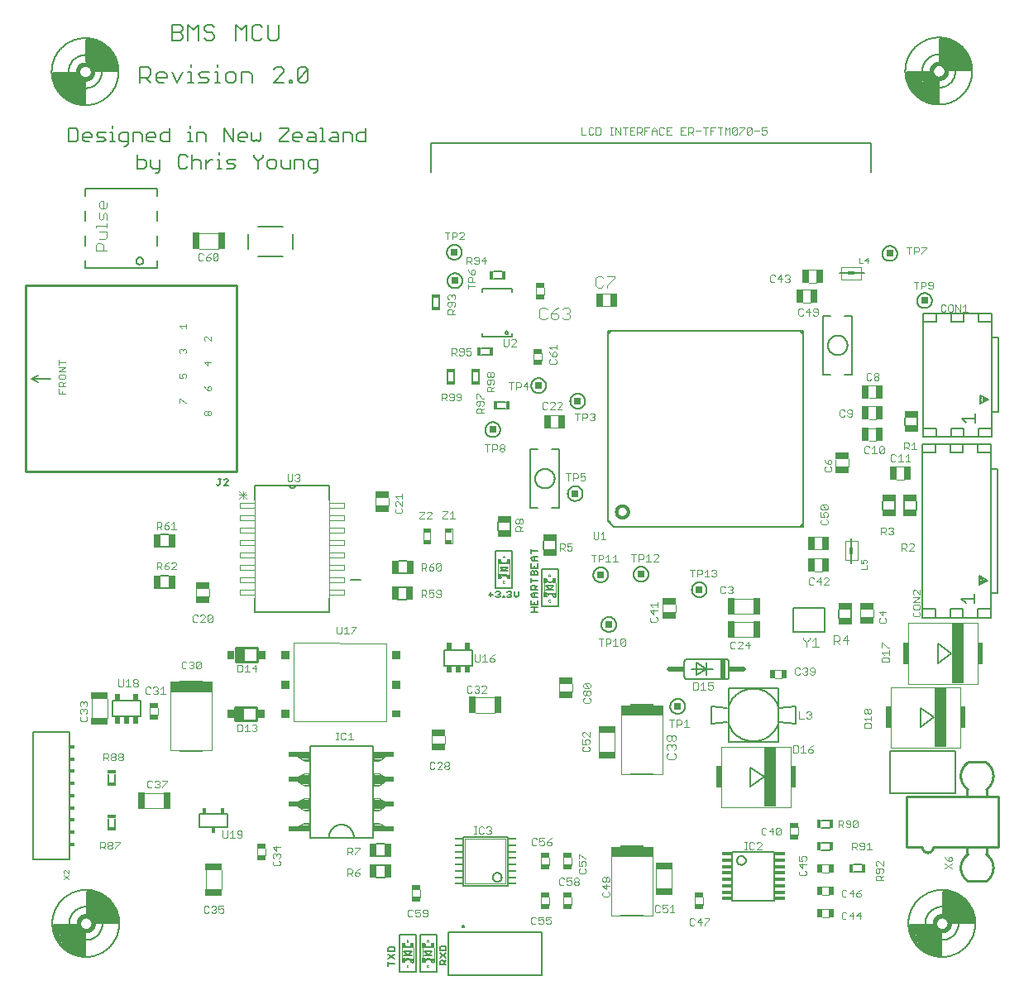
<source format=gto>
G75*
%MOIN*%
%OFA0B0*%
%FSLAX25Y25*%
%IPPOS*%
%LPD*%
%AMOC8*
5,1,8,0,0,1.08239X$1,22.5*
%
%ADD10C,0.00600*%
%ADD11C,0.00500*%
%ADD12C,0.00300*%
%ADD13C,0.00400*%
%ADD14R,0.05709X0.02953*%
%ADD15R,0.09449X0.00787*%
%ADD16R,0.16535X0.04331*%
%ADD17R,0.03740X0.01969*%
%ADD18R,0.02953X0.06693*%
%ADD19R,0.06693X0.02953*%
%ADD20R,0.01969X0.03740*%
%ADD21R,0.01000X0.02000*%
%ADD22R,0.00500X0.01500*%
%ADD23R,0.01000X0.01000*%
%ADD24C,0.01000*%
%ADD25R,0.02953X0.03346*%
%ADD26R,0.03543X0.05315*%
%ADD27C,0.02000*%
%ADD28R,0.02000X0.08000*%
%ADD29R,0.02500X0.02000*%
%ADD30C,0.00800*%
%ADD31R,0.02100X0.08600*%
%ADD32R,0.04921X0.24409*%
%ADD33C,0.00980*%
%ADD34C,0.01800*%
%ADD35R,0.08563X0.01929*%
%ADD36R,0.03937X0.01181*%
%ADD37C,0.00200*%
%ADD38R,0.03300X0.00800*%
%ADD39R,0.03400X0.01600*%
%ADD40R,0.01600X0.03400*%
%ADD41R,0.01969X0.02559*%
%ADD42R,0.03228X0.03110*%
%ADD43R,0.03346X0.03386*%
%ADD44R,0.03386X0.03346*%
%ADD45R,0.03307X0.03386*%
%ADD46R,0.03386X0.03386*%
%ADD47R,0.01800X0.02300*%
%ADD48R,0.01969X0.01260*%
%ADD49C,0.00591*%
%ADD50C,0.00787*%
%ADD51R,0.05512X0.02559*%
%ADD52C,0.01200*%
%ADD53C,0.00100*%
%ADD54R,0.01280X0.01969*%
%ADD55R,0.00591X0.00984*%
%ADD56R,0.01575X0.00689*%
%ADD57R,0.01181X0.01031*%
%ADD58R,0.01280X0.00295*%
%ADD59R,0.02953X0.05709*%
%ADD60C,0.00276*%
%ADD61R,0.02756X0.01181*%
%ADD62R,0.01181X0.02756*%
%ADD63R,0.02756X0.01378*%
%ADD64C,0.00000*%
%ADD65R,0.02559X0.05512*%
%ADD66R,0.02600X0.02600*%
D10*
X0013300Y0028000D02*
X0013304Y0028331D01*
X0013316Y0028662D01*
X0013337Y0028993D01*
X0013365Y0029323D01*
X0013402Y0029653D01*
X0013446Y0029981D01*
X0013499Y0030308D01*
X0013559Y0030634D01*
X0013628Y0030958D01*
X0013705Y0031280D01*
X0013789Y0031601D01*
X0013881Y0031919D01*
X0013981Y0032235D01*
X0014089Y0032548D01*
X0014205Y0032859D01*
X0014328Y0033166D01*
X0014458Y0033471D01*
X0014596Y0033772D01*
X0014741Y0034070D01*
X0014894Y0034364D01*
X0015054Y0034654D01*
X0015221Y0034940D01*
X0015394Y0035222D01*
X0015575Y0035500D01*
X0015763Y0035773D01*
X0015957Y0036042D01*
X0016157Y0036306D01*
X0016364Y0036564D01*
X0016578Y0036818D01*
X0016797Y0037066D01*
X0017023Y0037309D01*
X0017254Y0037546D01*
X0017491Y0037777D01*
X0017734Y0038003D01*
X0017982Y0038222D01*
X0018236Y0038436D01*
X0018494Y0038643D01*
X0018758Y0038843D01*
X0019027Y0039037D01*
X0019300Y0039225D01*
X0019578Y0039406D01*
X0019860Y0039579D01*
X0020146Y0039746D01*
X0020436Y0039906D01*
X0020730Y0040059D01*
X0021028Y0040204D01*
X0021329Y0040342D01*
X0021634Y0040472D01*
X0021941Y0040595D01*
X0022252Y0040711D01*
X0022565Y0040819D01*
X0022881Y0040919D01*
X0023199Y0041011D01*
X0023520Y0041095D01*
X0023842Y0041172D01*
X0024166Y0041241D01*
X0024492Y0041301D01*
X0024819Y0041354D01*
X0025147Y0041398D01*
X0025477Y0041435D01*
X0025807Y0041463D01*
X0026138Y0041484D01*
X0026469Y0041496D01*
X0026800Y0041500D01*
X0027131Y0041496D01*
X0027462Y0041484D01*
X0027793Y0041463D01*
X0028123Y0041435D01*
X0028453Y0041398D01*
X0028781Y0041354D01*
X0029108Y0041301D01*
X0029434Y0041241D01*
X0029758Y0041172D01*
X0030080Y0041095D01*
X0030401Y0041011D01*
X0030719Y0040919D01*
X0031035Y0040819D01*
X0031348Y0040711D01*
X0031659Y0040595D01*
X0031966Y0040472D01*
X0032271Y0040342D01*
X0032572Y0040204D01*
X0032870Y0040059D01*
X0033164Y0039906D01*
X0033454Y0039746D01*
X0033740Y0039579D01*
X0034022Y0039406D01*
X0034300Y0039225D01*
X0034573Y0039037D01*
X0034842Y0038843D01*
X0035106Y0038643D01*
X0035364Y0038436D01*
X0035618Y0038222D01*
X0035866Y0038003D01*
X0036109Y0037777D01*
X0036346Y0037546D01*
X0036577Y0037309D01*
X0036803Y0037066D01*
X0037022Y0036818D01*
X0037236Y0036564D01*
X0037443Y0036306D01*
X0037643Y0036042D01*
X0037837Y0035773D01*
X0038025Y0035500D01*
X0038206Y0035222D01*
X0038379Y0034940D01*
X0038546Y0034654D01*
X0038706Y0034364D01*
X0038859Y0034070D01*
X0039004Y0033772D01*
X0039142Y0033471D01*
X0039272Y0033166D01*
X0039395Y0032859D01*
X0039511Y0032548D01*
X0039619Y0032235D01*
X0039719Y0031919D01*
X0039811Y0031601D01*
X0039895Y0031280D01*
X0039972Y0030958D01*
X0040041Y0030634D01*
X0040101Y0030308D01*
X0040154Y0029981D01*
X0040198Y0029653D01*
X0040235Y0029323D01*
X0040263Y0028993D01*
X0040284Y0028662D01*
X0040296Y0028331D01*
X0040300Y0028000D01*
X0040296Y0027669D01*
X0040284Y0027338D01*
X0040263Y0027007D01*
X0040235Y0026677D01*
X0040198Y0026347D01*
X0040154Y0026019D01*
X0040101Y0025692D01*
X0040041Y0025366D01*
X0039972Y0025042D01*
X0039895Y0024720D01*
X0039811Y0024399D01*
X0039719Y0024081D01*
X0039619Y0023765D01*
X0039511Y0023452D01*
X0039395Y0023141D01*
X0039272Y0022834D01*
X0039142Y0022529D01*
X0039004Y0022228D01*
X0038859Y0021930D01*
X0038706Y0021636D01*
X0038546Y0021346D01*
X0038379Y0021060D01*
X0038206Y0020778D01*
X0038025Y0020500D01*
X0037837Y0020227D01*
X0037643Y0019958D01*
X0037443Y0019694D01*
X0037236Y0019436D01*
X0037022Y0019182D01*
X0036803Y0018934D01*
X0036577Y0018691D01*
X0036346Y0018454D01*
X0036109Y0018223D01*
X0035866Y0017997D01*
X0035618Y0017778D01*
X0035364Y0017564D01*
X0035106Y0017357D01*
X0034842Y0017157D01*
X0034573Y0016963D01*
X0034300Y0016775D01*
X0034022Y0016594D01*
X0033740Y0016421D01*
X0033454Y0016254D01*
X0033164Y0016094D01*
X0032870Y0015941D01*
X0032572Y0015796D01*
X0032271Y0015658D01*
X0031966Y0015528D01*
X0031659Y0015405D01*
X0031348Y0015289D01*
X0031035Y0015181D01*
X0030719Y0015081D01*
X0030401Y0014989D01*
X0030080Y0014905D01*
X0029758Y0014828D01*
X0029434Y0014759D01*
X0029108Y0014699D01*
X0028781Y0014646D01*
X0028453Y0014602D01*
X0028123Y0014565D01*
X0027793Y0014537D01*
X0027462Y0014516D01*
X0027131Y0014504D01*
X0026800Y0014500D01*
X0026469Y0014504D01*
X0026138Y0014516D01*
X0025807Y0014537D01*
X0025477Y0014565D01*
X0025147Y0014602D01*
X0024819Y0014646D01*
X0024492Y0014699D01*
X0024166Y0014759D01*
X0023842Y0014828D01*
X0023520Y0014905D01*
X0023199Y0014989D01*
X0022881Y0015081D01*
X0022565Y0015181D01*
X0022252Y0015289D01*
X0021941Y0015405D01*
X0021634Y0015528D01*
X0021329Y0015658D01*
X0021028Y0015796D01*
X0020730Y0015941D01*
X0020436Y0016094D01*
X0020146Y0016254D01*
X0019860Y0016421D01*
X0019578Y0016594D01*
X0019300Y0016775D01*
X0019027Y0016963D01*
X0018758Y0017157D01*
X0018494Y0017357D01*
X0018236Y0017564D01*
X0017982Y0017778D01*
X0017734Y0017997D01*
X0017491Y0018223D01*
X0017254Y0018454D01*
X0017023Y0018691D01*
X0016797Y0018934D01*
X0016578Y0019182D01*
X0016364Y0019436D01*
X0016157Y0019694D01*
X0015957Y0019958D01*
X0015763Y0020227D01*
X0015575Y0020500D01*
X0015394Y0020778D01*
X0015221Y0021060D01*
X0015054Y0021346D01*
X0014894Y0021636D01*
X0014741Y0021930D01*
X0014596Y0022228D01*
X0014458Y0022529D01*
X0014328Y0022834D01*
X0014205Y0023141D01*
X0014089Y0023452D01*
X0013981Y0023765D01*
X0013881Y0024081D01*
X0013789Y0024399D01*
X0013705Y0024720D01*
X0013628Y0025042D01*
X0013559Y0025366D01*
X0013499Y0025692D01*
X0013446Y0026019D01*
X0013402Y0026347D01*
X0013365Y0026677D01*
X0013337Y0027007D01*
X0013316Y0027338D01*
X0013304Y0027669D01*
X0013300Y0028000D01*
X0016194Y0053909D02*
X0020131Y0053909D01*
X0005564Y0053909D01*
X0005564Y0105091D01*
X0020131Y0105091D01*
X0020131Y0053909D01*
X0020131Y0057846D01*
X0020131Y0061783D02*
X0020131Y0062768D01*
X0020131Y0066705D02*
X0020131Y0067689D01*
X0020131Y0071626D02*
X0020131Y0072610D01*
X0020131Y0076547D02*
X0020131Y0077531D01*
X0020131Y0081469D02*
X0020131Y0082453D01*
X0020131Y0086390D02*
X0020131Y0087374D01*
X0020131Y0091311D02*
X0020131Y0092295D01*
X0020131Y0096232D02*
X0020131Y0097217D01*
X0020131Y0101154D02*
X0020131Y0105091D01*
X0016194Y0105091D01*
X0005564Y0104598D02*
X0005564Y0054402D01*
X0035898Y0066799D02*
X0035898Y0070201D01*
X0038702Y0070201D02*
X0038702Y0066799D01*
X0038702Y0084799D02*
X0038702Y0088201D01*
X0035898Y0088201D02*
X0035898Y0084799D01*
X0037702Y0111311D02*
X0038072Y0111311D01*
X0037702Y0111311D02*
X0037702Y0117689D01*
X0038072Y0117689D01*
X0037702Y0117689D02*
X0048898Y0117689D01*
X0048528Y0117689D01*
X0048898Y0117689D02*
X0048898Y0111311D01*
X0048528Y0111311D01*
X0048898Y0111311D02*
X0037702Y0111311D01*
X0041245Y0111311D02*
X0041615Y0111311D01*
X0044985Y0111311D02*
X0045355Y0111311D01*
X0045355Y0117689D02*
X0041245Y0117689D01*
X0072700Y0072100D02*
X0083900Y0072100D01*
X0083900Y0066900D01*
X0081700Y0066900D01*
X0083900Y0066900D02*
X0083900Y0070100D01*
X0083900Y0066900D02*
X0072700Y0066900D01*
X0074900Y0066900D01*
X0072700Y0066900D02*
X0072700Y0070100D01*
X0072700Y0072100D02*
X0072700Y0066900D01*
X0143936Y0060000D02*
X0147164Y0060000D01*
X0147164Y0055000D02*
X0143936Y0055000D01*
X0143936Y0051500D02*
X0147164Y0051500D01*
X0147164Y0046500D02*
X0143936Y0046500D01*
X0149081Y0018428D02*
X0148648Y0017994D01*
X0148648Y0016693D01*
X0151250Y0016693D01*
X0151250Y0017994D01*
X0150816Y0018428D01*
X0149081Y0018428D01*
X0148648Y0015481D02*
X0151250Y0013747D01*
X0151250Y0015481D02*
X0148648Y0013747D01*
X0148648Y0012535D02*
X0148648Y0010800D01*
X0148648Y0011667D02*
X0151250Y0011667D01*
X0169398Y0011300D02*
X0169398Y0012601D01*
X0169831Y0013035D01*
X0170699Y0013035D01*
X0171133Y0012601D01*
X0171133Y0011300D01*
X0172000Y0011300D02*
X0169398Y0011300D01*
X0171133Y0012167D02*
X0172000Y0013035D01*
X0172000Y0014247D02*
X0169398Y0015981D01*
X0169398Y0017193D02*
X0169398Y0018494D01*
X0169831Y0018928D01*
X0171566Y0018928D01*
X0172000Y0018494D01*
X0172000Y0017193D01*
X0169398Y0017193D01*
X0172000Y0015981D02*
X0169398Y0014247D01*
X0178813Y0043100D02*
X0196787Y0043100D01*
X0196787Y0062900D01*
X0178813Y0062900D01*
X0178813Y0043100D01*
X0190800Y0046600D02*
X0190802Y0046684D01*
X0190808Y0046769D01*
X0190818Y0046852D01*
X0190832Y0046936D01*
X0190849Y0047018D01*
X0190871Y0047100D01*
X0190896Y0047180D01*
X0190925Y0047259D01*
X0190958Y0047337D01*
X0190994Y0047413D01*
X0191034Y0047488D01*
X0191078Y0047560D01*
X0191124Y0047631D01*
X0191174Y0047699D01*
X0191227Y0047764D01*
X0191283Y0047827D01*
X0191342Y0047888D01*
X0191404Y0047945D01*
X0191468Y0048000D01*
X0191535Y0048051D01*
X0191604Y0048100D01*
X0191676Y0048145D01*
X0191749Y0048186D01*
X0191824Y0048224D01*
X0191901Y0048259D01*
X0191980Y0048290D01*
X0192060Y0048317D01*
X0192141Y0048340D01*
X0192223Y0048360D01*
X0192306Y0048376D01*
X0192389Y0048388D01*
X0192474Y0048396D01*
X0192558Y0048400D01*
X0192642Y0048400D01*
X0192726Y0048396D01*
X0192811Y0048388D01*
X0192894Y0048376D01*
X0192977Y0048360D01*
X0193059Y0048340D01*
X0193140Y0048317D01*
X0193220Y0048290D01*
X0193299Y0048259D01*
X0193376Y0048224D01*
X0193451Y0048186D01*
X0193524Y0048145D01*
X0193596Y0048100D01*
X0193665Y0048051D01*
X0193732Y0048000D01*
X0193796Y0047945D01*
X0193858Y0047888D01*
X0193917Y0047827D01*
X0193973Y0047764D01*
X0194026Y0047699D01*
X0194076Y0047631D01*
X0194122Y0047560D01*
X0194166Y0047488D01*
X0194206Y0047413D01*
X0194242Y0047337D01*
X0194275Y0047259D01*
X0194304Y0047180D01*
X0194329Y0047100D01*
X0194351Y0047018D01*
X0194368Y0046936D01*
X0194382Y0046852D01*
X0194392Y0046769D01*
X0194398Y0046684D01*
X0194400Y0046600D01*
X0194398Y0046516D01*
X0194392Y0046431D01*
X0194382Y0046348D01*
X0194368Y0046264D01*
X0194351Y0046182D01*
X0194329Y0046100D01*
X0194304Y0046020D01*
X0194275Y0045941D01*
X0194242Y0045863D01*
X0194206Y0045787D01*
X0194166Y0045712D01*
X0194122Y0045640D01*
X0194076Y0045569D01*
X0194026Y0045501D01*
X0193973Y0045436D01*
X0193917Y0045373D01*
X0193858Y0045312D01*
X0193796Y0045255D01*
X0193732Y0045200D01*
X0193665Y0045149D01*
X0193596Y0045100D01*
X0193524Y0045055D01*
X0193451Y0045014D01*
X0193376Y0044976D01*
X0193299Y0044941D01*
X0193220Y0044910D01*
X0193140Y0044883D01*
X0193059Y0044860D01*
X0192977Y0044840D01*
X0192894Y0044824D01*
X0192811Y0044812D01*
X0192726Y0044804D01*
X0192642Y0044800D01*
X0192558Y0044800D01*
X0192474Y0044804D01*
X0192389Y0044812D01*
X0192306Y0044824D01*
X0192223Y0044840D01*
X0192141Y0044860D01*
X0192060Y0044883D01*
X0191980Y0044910D01*
X0191901Y0044941D01*
X0191824Y0044976D01*
X0191749Y0045014D01*
X0191676Y0045055D01*
X0191604Y0045100D01*
X0191535Y0045149D01*
X0191468Y0045200D01*
X0191404Y0045255D01*
X0191342Y0045312D01*
X0191283Y0045373D01*
X0191227Y0045436D01*
X0191174Y0045501D01*
X0191124Y0045569D01*
X0191078Y0045640D01*
X0191034Y0045712D01*
X0190994Y0045787D01*
X0190958Y0045863D01*
X0190925Y0045941D01*
X0190896Y0046020D01*
X0190871Y0046100D01*
X0190849Y0046182D01*
X0190832Y0046264D01*
X0190818Y0046348D01*
X0190808Y0046431D01*
X0190802Y0046516D01*
X0190800Y0046600D01*
X0262300Y0115500D02*
X0262302Y0115609D01*
X0262308Y0115718D01*
X0262318Y0115826D01*
X0262332Y0115934D01*
X0262349Y0116042D01*
X0262371Y0116149D01*
X0262396Y0116255D01*
X0262426Y0116359D01*
X0262459Y0116463D01*
X0262496Y0116566D01*
X0262536Y0116667D01*
X0262580Y0116766D01*
X0262628Y0116864D01*
X0262680Y0116961D01*
X0262734Y0117055D01*
X0262792Y0117147D01*
X0262854Y0117237D01*
X0262919Y0117324D01*
X0262986Y0117410D01*
X0263057Y0117493D01*
X0263131Y0117573D01*
X0263208Y0117650D01*
X0263287Y0117725D01*
X0263369Y0117796D01*
X0263454Y0117865D01*
X0263541Y0117930D01*
X0263630Y0117993D01*
X0263722Y0118051D01*
X0263816Y0118107D01*
X0263911Y0118159D01*
X0264009Y0118208D01*
X0264108Y0118253D01*
X0264209Y0118295D01*
X0264311Y0118332D01*
X0264414Y0118366D01*
X0264519Y0118397D01*
X0264625Y0118423D01*
X0264731Y0118446D01*
X0264839Y0118464D01*
X0264947Y0118479D01*
X0265055Y0118490D01*
X0265164Y0118497D01*
X0265273Y0118500D01*
X0265382Y0118499D01*
X0265491Y0118494D01*
X0265599Y0118485D01*
X0265707Y0118472D01*
X0265815Y0118455D01*
X0265922Y0118435D01*
X0266028Y0118410D01*
X0266133Y0118382D01*
X0266237Y0118350D01*
X0266340Y0118314D01*
X0266442Y0118274D01*
X0266542Y0118231D01*
X0266640Y0118184D01*
X0266737Y0118134D01*
X0266831Y0118080D01*
X0266924Y0118022D01*
X0267015Y0117962D01*
X0267103Y0117898D01*
X0267189Y0117831D01*
X0267272Y0117761D01*
X0267353Y0117688D01*
X0267431Y0117612D01*
X0267506Y0117533D01*
X0267579Y0117451D01*
X0267648Y0117367D01*
X0267714Y0117281D01*
X0267777Y0117192D01*
X0267837Y0117101D01*
X0267894Y0117008D01*
X0267947Y0116913D01*
X0267996Y0116816D01*
X0268042Y0116717D01*
X0268084Y0116617D01*
X0268123Y0116515D01*
X0268158Y0116411D01*
X0268189Y0116307D01*
X0268217Y0116202D01*
X0268240Y0116095D01*
X0268260Y0115988D01*
X0268276Y0115880D01*
X0268288Y0115772D01*
X0268296Y0115663D01*
X0268300Y0115554D01*
X0268300Y0115446D01*
X0268296Y0115337D01*
X0268288Y0115228D01*
X0268276Y0115120D01*
X0268260Y0115012D01*
X0268240Y0114905D01*
X0268217Y0114798D01*
X0268189Y0114693D01*
X0268158Y0114589D01*
X0268123Y0114485D01*
X0268084Y0114383D01*
X0268042Y0114283D01*
X0267996Y0114184D01*
X0267947Y0114087D01*
X0267894Y0113992D01*
X0267837Y0113899D01*
X0267777Y0113808D01*
X0267714Y0113719D01*
X0267648Y0113633D01*
X0267579Y0113549D01*
X0267506Y0113467D01*
X0267431Y0113388D01*
X0267353Y0113312D01*
X0267272Y0113239D01*
X0267189Y0113169D01*
X0267103Y0113102D01*
X0267015Y0113038D01*
X0266924Y0112978D01*
X0266831Y0112920D01*
X0266737Y0112866D01*
X0266640Y0112816D01*
X0266542Y0112769D01*
X0266442Y0112726D01*
X0266340Y0112686D01*
X0266237Y0112650D01*
X0266133Y0112618D01*
X0266028Y0112590D01*
X0265922Y0112565D01*
X0265815Y0112545D01*
X0265707Y0112528D01*
X0265599Y0112515D01*
X0265491Y0112506D01*
X0265382Y0112501D01*
X0265273Y0112500D01*
X0265164Y0112503D01*
X0265055Y0112510D01*
X0264947Y0112521D01*
X0264839Y0112536D01*
X0264731Y0112554D01*
X0264625Y0112577D01*
X0264519Y0112603D01*
X0264414Y0112634D01*
X0264311Y0112668D01*
X0264209Y0112705D01*
X0264108Y0112747D01*
X0264009Y0112792D01*
X0263911Y0112841D01*
X0263816Y0112893D01*
X0263722Y0112949D01*
X0263630Y0113007D01*
X0263541Y0113070D01*
X0263454Y0113135D01*
X0263369Y0113204D01*
X0263287Y0113275D01*
X0263208Y0113350D01*
X0263131Y0113427D01*
X0263057Y0113507D01*
X0262986Y0113590D01*
X0262919Y0113676D01*
X0262854Y0113763D01*
X0262792Y0113853D01*
X0262734Y0113945D01*
X0262680Y0114039D01*
X0262628Y0114136D01*
X0262580Y0114234D01*
X0262536Y0114333D01*
X0262496Y0114434D01*
X0262459Y0114537D01*
X0262426Y0114641D01*
X0262396Y0114745D01*
X0262371Y0114851D01*
X0262349Y0114958D01*
X0262332Y0115066D01*
X0262318Y0115174D01*
X0262308Y0115282D01*
X0262302Y0115391D01*
X0262300Y0115500D01*
X0269050Y0126500D02*
X0285050Y0126500D01*
X0285110Y0126502D01*
X0285171Y0126507D01*
X0285230Y0126516D01*
X0285289Y0126529D01*
X0285348Y0126545D01*
X0285405Y0126565D01*
X0285460Y0126588D01*
X0285515Y0126615D01*
X0285567Y0126644D01*
X0285618Y0126677D01*
X0285667Y0126713D01*
X0285713Y0126751D01*
X0285757Y0126793D01*
X0285799Y0126837D01*
X0285837Y0126883D01*
X0285873Y0126932D01*
X0285906Y0126983D01*
X0285935Y0127035D01*
X0285962Y0127090D01*
X0285985Y0127145D01*
X0286005Y0127202D01*
X0286021Y0127261D01*
X0286034Y0127320D01*
X0286043Y0127379D01*
X0286048Y0127440D01*
X0286050Y0127500D01*
X0286050Y0133500D01*
X0286048Y0133560D01*
X0286043Y0133621D01*
X0286034Y0133680D01*
X0286021Y0133739D01*
X0286005Y0133798D01*
X0285985Y0133855D01*
X0285962Y0133910D01*
X0285935Y0133965D01*
X0285906Y0134017D01*
X0285873Y0134068D01*
X0285837Y0134117D01*
X0285799Y0134163D01*
X0285757Y0134207D01*
X0285713Y0134249D01*
X0285667Y0134287D01*
X0285618Y0134323D01*
X0285567Y0134356D01*
X0285515Y0134385D01*
X0285460Y0134412D01*
X0285405Y0134435D01*
X0285348Y0134455D01*
X0285289Y0134471D01*
X0285230Y0134484D01*
X0285171Y0134493D01*
X0285110Y0134498D01*
X0285050Y0134500D01*
X0269050Y0134500D01*
X0268990Y0134498D01*
X0268929Y0134493D01*
X0268870Y0134484D01*
X0268811Y0134471D01*
X0268752Y0134455D01*
X0268695Y0134435D01*
X0268640Y0134412D01*
X0268585Y0134385D01*
X0268533Y0134356D01*
X0268482Y0134323D01*
X0268433Y0134287D01*
X0268387Y0134249D01*
X0268343Y0134207D01*
X0268301Y0134163D01*
X0268263Y0134117D01*
X0268227Y0134068D01*
X0268194Y0134017D01*
X0268165Y0133965D01*
X0268138Y0133910D01*
X0268115Y0133855D01*
X0268095Y0133798D01*
X0268079Y0133739D01*
X0268066Y0133680D01*
X0268057Y0133621D01*
X0268052Y0133560D01*
X0268050Y0133500D01*
X0268050Y0127500D01*
X0268052Y0127440D01*
X0268057Y0127379D01*
X0268066Y0127320D01*
X0268079Y0127261D01*
X0268095Y0127202D01*
X0268115Y0127145D01*
X0268138Y0127090D01*
X0268165Y0127035D01*
X0268194Y0126983D01*
X0268227Y0126932D01*
X0268263Y0126883D01*
X0268301Y0126837D01*
X0268343Y0126793D01*
X0268387Y0126751D01*
X0268433Y0126713D01*
X0268482Y0126677D01*
X0268533Y0126644D01*
X0268585Y0126615D01*
X0268640Y0126588D01*
X0268695Y0126565D01*
X0268752Y0126545D01*
X0268811Y0126529D01*
X0268870Y0126516D01*
X0268929Y0126507D01*
X0268990Y0126502D01*
X0269050Y0126500D01*
X0273050Y0128000D02*
X0277050Y0130500D01*
X0277050Y0133000D01*
X0277050Y0130500D02*
X0271050Y0130500D01*
X0273050Y0128000D02*
X0273050Y0133000D01*
X0277050Y0130500D01*
X0277050Y0128000D01*
X0277050Y0130500D02*
X0279550Y0130500D01*
X0271050Y0162500D02*
X0271052Y0162609D01*
X0271058Y0162718D01*
X0271068Y0162826D01*
X0271082Y0162934D01*
X0271099Y0163042D01*
X0271121Y0163149D01*
X0271146Y0163255D01*
X0271176Y0163359D01*
X0271209Y0163463D01*
X0271246Y0163566D01*
X0271286Y0163667D01*
X0271330Y0163766D01*
X0271378Y0163864D01*
X0271430Y0163961D01*
X0271484Y0164055D01*
X0271542Y0164147D01*
X0271604Y0164237D01*
X0271669Y0164324D01*
X0271736Y0164410D01*
X0271807Y0164493D01*
X0271881Y0164573D01*
X0271958Y0164650D01*
X0272037Y0164725D01*
X0272119Y0164796D01*
X0272204Y0164865D01*
X0272291Y0164930D01*
X0272380Y0164993D01*
X0272472Y0165051D01*
X0272566Y0165107D01*
X0272661Y0165159D01*
X0272759Y0165208D01*
X0272858Y0165253D01*
X0272959Y0165295D01*
X0273061Y0165332D01*
X0273164Y0165366D01*
X0273269Y0165397D01*
X0273375Y0165423D01*
X0273481Y0165446D01*
X0273589Y0165464D01*
X0273697Y0165479D01*
X0273805Y0165490D01*
X0273914Y0165497D01*
X0274023Y0165500D01*
X0274132Y0165499D01*
X0274241Y0165494D01*
X0274349Y0165485D01*
X0274457Y0165472D01*
X0274565Y0165455D01*
X0274672Y0165435D01*
X0274778Y0165410D01*
X0274883Y0165382D01*
X0274987Y0165350D01*
X0275090Y0165314D01*
X0275192Y0165274D01*
X0275292Y0165231D01*
X0275390Y0165184D01*
X0275487Y0165134D01*
X0275581Y0165080D01*
X0275674Y0165022D01*
X0275765Y0164962D01*
X0275853Y0164898D01*
X0275939Y0164831D01*
X0276022Y0164761D01*
X0276103Y0164688D01*
X0276181Y0164612D01*
X0276256Y0164533D01*
X0276329Y0164451D01*
X0276398Y0164367D01*
X0276464Y0164281D01*
X0276527Y0164192D01*
X0276587Y0164101D01*
X0276644Y0164008D01*
X0276697Y0163913D01*
X0276746Y0163816D01*
X0276792Y0163717D01*
X0276834Y0163617D01*
X0276873Y0163515D01*
X0276908Y0163411D01*
X0276939Y0163307D01*
X0276967Y0163202D01*
X0276990Y0163095D01*
X0277010Y0162988D01*
X0277026Y0162880D01*
X0277038Y0162772D01*
X0277046Y0162663D01*
X0277050Y0162554D01*
X0277050Y0162446D01*
X0277046Y0162337D01*
X0277038Y0162228D01*
X0277026Y0162120D01*
X0277010Y0162012D01*
X0276990Y0161905D01*
X0276967Y0161798D01*
X0276939Y0161693D01*
X0276908Y0161589D01*
X0276873Y0161485D01*
X0276834Y0161383D01*
X0276792Y0161283D01*
X0276746Y0161184D01*
X0276697Y0161087D01*
X0276644Y0160992D01*
X0276587Y0160899D01*
X0276527Y0160808D01*
X0276464Y0160719D01*
X0276398Y0160633D01*
X0276329Y0160549D01*
X0276256Y0160467D01*
X0276181Y0160388D01*
X0276103Y0160312D01*
X0276022Y0160239D01*
X0275939Y0160169D01*
X0275853Y0160102D01*
X0275765Y0160038D01*
X0275674Y0159978D01*
X0275581Y0159920D01*
X0275487Y0159866D01*
X0275390Y0159816D01*
X0275292Y0159769D01*
X0275192Y0159726D01*
X0275090Y0159686D01*
X0274987Y0159650D01*
X0274883Y0159618D01*
X0274778Y0159590D01*
X0274672Y0159565D01*
X0274565Y0159545D01*
X0274457Y0159528D01*
X0274349Y0159515D01*
X0274241Y0159506D01*
X0274132Y0159501D01*
X0274023Y0159500D01*
X0273914Y0159503D01*
X0273805Y0159510D01*
X0273697Y0159521D01*
X0273589Y0159536D01*
X0273481Y0159554D01*
X0273375Y0159577D01*
X0273269Y0159603D01*
X0273164Y0159634D01*
X0273061Y0159668D01*
X0272959Y0159705D01*
X0272858Y0159747D01*
X0272759Y0159792D01*
X0272661Y0159841D01*
X0272566Y0159893D01*
X0272472Y0159949D01*
X0272380Y0160007D01*
X0272291Y0160070D01*
X0272204Y0160135D01*
X0272119Y0160204D01*
X0272037Y0160275D01*
X0271958Y0160350D01*
X0271881Y0160427D01*
X0271807Y0160507D01*
X0271736Y0160590D01*
X0271669Y0160676D01*
X0271604Y0160763D01*
X0271542Y0160853D01*
X0271484Y0160945D01*
X0271430Y0161039D01*
X0271378Y0161136D01*
X0271330Y0161234D01*
X0271286Y0161333D01*
X0271246Y0161434D01*
X0271209Y0161537D01*
X0271176Y0161641D01*
X0271146Y0161745D01*
X0271121Y0161851D01*
X0271099Y0161958D01*
X0271082Y0162066D01*
X0271068Y0162174D01*
X0271058Y0162282D01*
X0271052Y0162391D01*
X0271050Y0162500D01*
X0247550Y0168750D02*
X0247552Y0168859D01*
X0247558Y0168968D01*
X0247568Y0169076D01*
X0247582Y0169184D01*
X0247599Y0169292D01*
X0247621Y0169399D01*
X0247646Y0169505D01*
X0247676Y0169609D01*
X0247709Y0169713D01*
X0247746Y0169816D01*
X0247786Y0169917D01*
X0247830Y0170016D01*
X0247878Y0170114D01*
X0247930Y0170211D01*
X0247984Y0170305D01*
X0248042Y0170397D01*
X0248104Y0170487D01*
X0248169Y0170574D01*
X0248236Y0170660D01*
X0248307Y0170743D01*
X0248381Y0170823D01*
X0248458Y0170900D01*
X0248537Y0170975D01*
X0248619Y0171046D01*
X0248704Y0171115D01*
X0248791Y0171180D01*
X0248880Y0171243D01*
X0248972Y0171301D01*
X0249066Y0171357D01*
X0249161Y0171409D01*
X0249259Y0171458D01*
X0249358Y0171503D01*
X0249459Y0171545D01*
X0249561Y0171582D01*
X0249664Y0171616D01*
X0249769Y0171647D01*
X0249875Y0171673D01*
X0249981Y0171696D01*
X0250089Y0171714D01*
X0250197Y0171729D01*
X0250305Y0171740D01*
X0250414Y0171747D01*
X0250523Y0171750D01*
X0250632Y0171749D01*
X0250741Y0171744D01*
X0250849Y0171735D01*
X0250957Y0171722D01*
X0251065Y0171705D01*
X0251172Y0171685D01*
X0251278Y0171660D01*
X0251383Y0171632D01*
X0251487Y0171600D01*
X0251590Y0171564D01*
X0251692Y0171524D01*
X0251792Y0171481D01*
X0251890Y0171434D01*
X0251987Y0171384D01*
X0252081Y0171330D01*
X0252174Y0171272D01*
X0252265Y0171212D01*
X0252353Y0171148D01*
X0252439Y0171081D01*
X0252522Y0171011D01*
X0252603Y0170938D01*
X0252681Y0170862D01*
X0252756Y0170783D01*
X0252829Y0170701D01*
X0252898Y0170617D01*
X0252964Y0170531D01*
X0253027Y0170442D01*
X0253087Y0170351D01*
X0253144Y0170258D01*
X0253197Y0170163D01*
X0253246Y0170066D01*
X0253292Y0169967D01*
X0253334Y0169867D01*
X0253373Y0169765D01*
X0253408Y0169661D01*
X0253439Y0169557D01*
X0253467Y0169452D01*
X0253490Y0169345D01*
X0253510Y0169238D01*
X0253526Y0169130D01*
X0253538Y0169022D01*
X0253546Y0168913D01*
X0253550Y0168804D01*
X0253550Y0168696D01*
X0253546Y0168587D01*
X0253538Y0168478D01*
X0253526Y0168370D01*
X0253510Y0168262D01*
X0253490Y0168155D01*
X0253467Y0168048D01*
X0253439Y0167943D01*
X0253408Y0167839D01*
X0253373Y0167735D01*
X0253334Y0167633D01*
X0253292Y0167533D01*
X0253246Y0167434D01*
X0253197Y0167337D01*
X0253144Y0167242D01*
X0253087Y0167149D01*
X0253027Y0167058D01*
X0252964Y0166969D01*
X0252898Y0166883D01*
X0252829Y0166799D01*
X0252756Y0166717D01*
X0252681Y0166638D01*
X0252603Y0166562D01*
X0252522Y0166489D01*
X0252439Y0166419D01*
X0252353Y0166352D01*
X0252265Y0166288D01*
X0252174Y0166228D01*
X0252081Y0166170D01*
X0251987Y0166116D01*
X0251890Y0166066D01*
X0251792Y0166019D01*
X0251692Y0165976D01*
X0251590Y0165936D01*
X0251487Y0165900D01*
X0251383Y0165868D01*
X0251278Y0165840D01*
X0251172Y0165815D01*
X0251065Y0165795D01*
X0250957Y0165778D01*
X0250849Y0165765D01*
X0250741Y0165756D01*
X0250632Y0165751D01*
X0250523Y0165750D01*
X0250414Y0165753D01*
X0250305Y0165760D01*
X0250197Y0165771D01*
X0250089Y0165786D01*
X0249981Y0165804D01*
X0249875Y0165827D01*
X0249769Y0165853D01*
X0249664Y0165884D01*
X0249561Y0165918D01*
X0249459Y0165955D01*
X0249358Y0165997D01*
X0249259Y0166042D01*
X0249161Y0166091D01*
X0249066Y0166143D01*
X0248972Y0166199D01*
X0248880Y0166257D01*
X0248791Y0166320D01*
X0248704Y0166385D01*
X0248619Y0166454D01*
X0248537Y0166525D01*
X0248458Y0166600D01*
X0248381Y0166677D01*
X0248307Y0166757D01*
X0248236Y0166840D01*
X0248169Y0166926D01*
X0248104Y0167013D01*
X0248042Y0167103D01*
X0247984Y0167195D01*
X0247930Y0167289D01*
X0247878Y0167386D01*
X0247830Y0167484D01*
X0247786Y0167583D01*
X0247746Y0167684D01*
X0247709Y0167787D01*
X0247676Y0167891D01*
X0247646Y0167995D01*
X0247621Y0168101D01*
X0247599Y0168208D01*
X0247582Y0168316D01*
X0247568Y0168424D01*
X0247558Y0168532D01*
X0247552Y0168641D01*
X0247550Y0168750D01*
X0231300Y0168500D02*
X0231302Y0168609D01*
X0231308Y0168718D01*
X0231318Y0168826D01*
X0231332Y0168934D01*
X0231349Y0169042D01*
X0231371Y0169149D01*
X0231396Y0169255D01*
X0231426Y0169359D01*
X0231459Y0169463D01*
X0231496Y0169566D01*
X0231536Y0169667D01*
X0231580Y0169766D01*
X0231628Y0169864D01*
X0231680Y0169961D01*
X0231734Y0170055D01*
X0231792Y0170147D01*
X0231854Y0170237D01*
X0231919Y0170324D01*
X0231986Y0170410D01*
X0232057Y0170493D01*
X0232131Y0170573D01*
X0232208Y0170650D01*
X0232287Y0170725D01*
X0232369Y0170796D01*
X0232454Y0170865D01*
X0232541Y0170930D01*
X0232630Y0170993D01*
X0232722Y0171051D01*
X0232816Y0171107D01*
X0232911Y0171159D01*
X0233009Y0171208D01*
X0233108Y0171253D01*
X0233209Y0171295D01*
X0233311Y0171332D01*
X0233414Y0171366D01*
X0233519Y0171397D01*
X0233625Y0171423D01*
X0233731Y0171446D01*
X0233839Y0171464D01*
X0233947Y0171479D01*
X0234055Y0171490D01*
X0234164Y0171497D01*
X0234273Y0171500D01*
X0234382Y0171499D01*
X0234491Y0171494D01*
X0234599Y0171485D01*
X0234707Y0171472D01*
X0234815Y0171455D01*
X0234922Y0171435D01*
X0235028Y0171410D01*
X0235133Y0171382D01*
X0235237Y0171350D01*
X0235340Y0171314D01*
X0235442Y0171274D01*
X0235542Y0171231D01*
X0235640Y0171184D01*
X0235737Y0171134D01*
X0235831Y0171080D01*
X0235924Y0171022D01*
X0236015Y0170962D01*
X0236103Y0170898D01*
X0236189Y0170831D01*
X0236272Y0170761D01*
X0236353Y0170688D01*
X0236431Y0170612D01*
X0236506Y0170533D01*
X0236579Y0170451D01*
X0236648Y0170367D01*
X0236714Y0170281D01*
X0236777Y0170192D01*
X0236837Y0170101D01*
X0236894Y0170008D01*
X0236947Y0169913D01*
X0236996Y0169816D01*
X0237042Y0169717D01*
X0237084Y0169617D01*
X0237123Y0169515D01*
X0237158Y0169411D01*
X0237189Y0169307D01*
X0237217Y0169202D01*
X0237240Y0169095D01*
X0237260Y0168988D01*
X0237276Y0168880D01*
X0237288Y0168772D01*
X0237296Y0168663D01*
X0237300Y0168554D01*
X0237300Y0168446D01*
X0237296Y0168337D01*
X0237288Y0168228D01*
X0237276Y0168120D01*
X0237260Y0168012D01*
X0237240Y0167905D01*
X0237217Y0167798D01*
X0237189Y0167693D01*
X0237158Y0167589D01*
X0237123Y0167485D01*
X0237084Y0167383D01*
X0237042Y0167283D01*
X0236996Y0167184D01*
X0236947Y0167087D01*
X0236894Y0166992D01*
X0236837Y0166899D01*
X0236777Y0166808D01*
X0236714Y0166719D01*
X0236648Y0166633D01*
X0236579Y0166549D01*
X0236506Y0166467D01*
X0236431Y0166388D01*
X0236353Y0166312D01*
X0236272Y0166239D01*
X0236189Y0166169D01*
X0236103Y0166102D01*
X0236015Y0166038D01*
X0235924Y0165978D01*
X0235831Y0165920D01*
X0235737Y0165866D01*
X0235640Y0165816D01*
X0235542Y0165769D01*
X0235442Y0165726D01*
X0235340Y0165686D01*
X0235237Y0165650D01*
X0235133Y0165618D01*
X0235028Y0165590D01*
X0234922Y0165565D01*
X0234815Y0165545D01*
X0234707Y0165528D01*
X0234599Y0165515D01*
X0234491Y0165506D01*
X0234382Y0165501D01*
X0234273Y0165500D01*
X0234164Y0165503D01*
X0234055Y0165510D01*
X0233947Y0165521D01*
X0233839Y0165536D01*
X0233731Y0165554D01*
X0233625Y0165577D01*
X0233519Y0165603D01*
X0233414Y0165634D01*
X0233311Y0165668D01*
X0233209Y0165705D01*
X0233108Y0165747D01*
X0233009Y0165792D01*
X0232911Y0165841D01*
X0232816Y0165893D01*
X0232722Y0165949D01*
X0232630Y0166007D01*
X0232541Y0166070D01*
X0232454Y0166135D01*
X0232369Y0166204D01*
X0232287Y0166275D01*
X0232208Y0166350D01*
X0232131Y0166427D01*
X0232057Y0166507D01*
X0231986Y0166590D01*
X0231919Y0166676D01*
X0231854Y0166763D01*
X0231792Y0166853D01*
X0231734Y0166945D01*
X0231680Y0167039D01*
X0231628Y0167136D01*
X0231580Y0167234D01*
X0231536Y0167333D01*
X0231496Y0167434D01*
X0231459Y0167537D01*
X0231426Y0167641D01*
X0231396Y0167745D01*
X0231371Y0167851D01*
X0231349Y0167958D01*
X0231332Y0168066D01*
X0231318Y0168174D01*
X0231308Y0168282D01*
X0231302Y0168391D01*
X0231300Y0168500D01*
X0216300Y0178886D02*
X0216300Y0182114D01*
X0211300Y0182114D02*
X0211300Y0178886D01*
X0208750Y0177990D02*
X0206148Y0177990D01*
X0206148Y0178857D02*
X0206148Y0177122D01*
X0207015Y0175910D02*
X0208750Y0175910D01*
X0207449Y0175910D02*
X0207449Y0174176D01*
X0207015Y0174176D02*
X0206148Y0175043D01*
X0207015Y0175910D01*
X0207015Y0174176D02*
X0208750Y0174176D01*
X0208750Y0172964D02*
X0208750Y0171229D01*
X0206148Y0171229D01*
X0206148Y0172964D01*
X0207449Y0172097D02*
X0207449Y0171229D01*
X0207883Y0170017D02*
X0208316Y0170017D01*
X0208750Y0169584D01*
X0208750Y0168283D01*
X0206148Y0168283D01*
X0206148Y0169584D01*
X0206581Y0170017D01*
X0207015Y0170017D01*
X0207449Y0169584D01*
X0207449Y0168283D01*
X0207449Y0169584D02*
X0207883Y0170017D01*
X0206148Y0167071D02*
X0206148Y0165336D01*
X0206148Y0166203D02*
X0208750Y0166203D01*
X0208750Y0164124D02*
X0207883Y0163257D01*
X0207883Y0163691D02*
X0207883Y0162390D01*
X0208750Y0162390D02*
X0206148Y0162390D01*
X0206148Y0163691D01*
X0206581Y0164124D01*
X0207449Y0164124D01*
X0207883Y0163691D01*
X0207449Y0161178D02*
X0207449Y0159443D01*
X0207015Y0159443D02*
X0206148Y0160310D01*
X0207015Y0161178D01*
X0208750Y0161178D01*
X0208750Y0159443D02*
X0207015Y0159443D01*
X0206148Y0158231D02*
X0206148Y0156497D01*
X0208750Y0156497D01*
X0208750Y0158231D01*
X0207449Y0157364D02*
X0207449Y0156497D01*
X0207449Y0155285D02*
X0207449Y0153550D01*
X0208750Y0153550D02*
X0206148Y0153550D01*
X0206148Y0155285D02*
X0208750Y0155285D01*
X0201148Y0160167D02*
X0201148Y0161902D01*
X0201148Y0160167D02*
X0200280Y0159300D01*
X0199413Y0160167D01*
X0199413Y0161902D01*
X0198201Y0161469D02*
X0198201Y0161035D01*
X0197767Y0160601D01*
X0198201Y0160167D01*
X0198201Y0159734D01*
X0197767Y0159300D01*
X0196900Y0159300D01*
X0196466Y0159734D01*
X0195427Y0159734D02*
X0195427Y0159300D01*
X0194993Y0159300D01*
X0194993Y0159734D01*
X0195427Y0159734D01*
X0193781Y0159734D02*
X0193348Y0159300D01*
X0192480Y0159300D01*
X0192047Y0159734D01*
X0192914Y0160601D02*
X0193348Y0160601D01*
X0193781Y0160167D01*
X0193781Y0159734D01*
X0193348Y0160601D02*
X0193781Y0161035D01*
X0193781Y0161469D01*
X0193348Y0161902D01*
X0192480Y0161902D01*
X0192047Y0161469D01*
X0190835Y0160601D02*
X0189100Y0160601D01*
X0189967Y0161469D02*
X0189967Y0159734D01*
X0196466Y0161469D02*
X0196900Y0161902D01*
X0197767Y0161902D01*
X0198201Y0161469D01*
X0197767Y0160601D02*
X0197334Y0160601D01*
X0198050Y0186386D02*
X0198050Y0189614D01*
X0193050Y0189614D02*
X0193050Y0186386D01*
X0221050Y0201250D02*
X0221052Y0201359D01*
X0221058Y0201468D01*
X0221068Y0201576D01*
X0221082Y0201684D01*
X0221099Y0201792D01*
X0221121Y0201899D01*
X0221146Y0202005D01*
X0221176Y0202109D01*
X0221209Y0202213D01*
X0221246Y0202316D01*
X0221286Y0202417D01*
X0221330Y0202516D01*
X0221378Y0202614D01*
X0221430Y0202711D01*
X0221484Y0202805D01*
X0221542Y0202897D01*
X0221604Y0202987D01*
X0221669Y0203074D01*
X0221736Y0203160D01*
X0221807Y0203243D01*
X0221881Y0203323D01*
X0221958Y0203400D01*
X0222037Y0203475D01*
X0222119Y0203546D01*
X0222204Y0203615D01*
X0222291Y0203680D01*
X0222380Y0203743D01*
X0222472Y0203801D01*
X0222566Y0203857D01*
X0222661Y0203909D01*
X0222759Y0203958D01*
X0222858Y0204003D01*
X0222959Y0204045D01*
X0223061Y0204082D01*
X0223164Y0204116D01*
X0223269Y0204147D01*
X0223375Y0204173D01*
X0223481Y0204196D01*
X0223589Y0204214D01*
X0223697Y0204229D01*
X0223805Y0204240D01*
X0223914Y0204247D01*
X0224023Y0204250D01*
X0224132Y0204249D01*
X0224241Y0204244D01*
X0224349Y0204235D01*
X0224457Y0204222D01*
X0224565Y0204205D01*
X0224672Y0204185D01*
X0224778Y0204160D01*
X0224883Y0204132D01*
X0224987Y0204100D01*
X0225090Y0204064D01*
X0225192Y0204024D01*
X0225292Y0203981D01*
X0225390Y0203934D01*
X0225487Y0203884D01*
X0225581Y0203830D01*
X0225674Y0203772D01*
X0225765Y0203712D01*
X0225853Y0203648D01*
X0225939Y0203581D01*
X0226022Y0203511D01*
X0226103Y0203438D01*
X0226181Y0203362D01*
X0226256Y0203283D01*
X0226329Y0203201D01*
X0226398Y0203117D01*
X0226464Y0203031D01*
X0226527Y0202942D01*
X0226587Y0202851D01*
X0226644Y0202758D01*
X0226697Y0202663D01*
X0226746Y0202566D01*
X0226792Y0202467D01*
X0226834Y0202367D01*
X0226873Y0202265D01*
X0226908Y0202161D01*
X0226939Y0202057D01*
X0226967Y0201952D01*
X0226990Y0201845D01*
X0227010Y0201738D01*
X0227026Y0201630D01*
X0227038Y0201522D01*
X0227046Y0201413D01*
X0227050Y0201304D01*
X0227050Y0201196D01*
X0227046Y0201087D01*
X0227038Y0200978D01*
X0227026Y0200870D01*
X0227010Y0200762D01*
X0226990Y0200655D01*
X0226967Y0200548D01*
X0226939Y0200443D01*
X0226908Y0200339D01*
X0226873Y0200235D01*
X0226834Y0200133D01*
X0226792Y0200033D01*
X0226746Y0199934D01*
X0226697Y0199837D01*
X0226644Y0199742D01*
X0226587Y0199649D01*
X0226527Y0199558D01*
X0226464Y0199469D01*
X0226398Y0199383D01*
X0226329Y0199299D01*
X0226256Y0199217D01*
X0226181Y0199138D01*
X0226103Y0199062D01*
X0226022Y0198989D01*
X0225939Y0198919D01*
X0225853Y0198852D01*
X0225765Y0198788D01*
X0225674Y0198728D01*
X0225581Y0198670D01*
X0225487Y0198616D01*
X0225390Y0198566D01*
X0225292Y0198519D01*
X0225192Y0198476D01*
X0225090Y0198436D01*
X0224987Y0198400D01*
X0224883Y0198368D01*
X0224778Y0198340D01*
X0224672Y0198315D01*
X0224565Y0198295D01*
X0224457Y0198278D01*
X0224349Y0198265D01*
X0224241Y0198256D01*
X0224132Y0198251D01*
X0224023Y0198250D01*
X0223914Y0198253D01*
X0223805Y0198260D01*
X0223697Y0198271D01*
X0223589Y0198286D01*
X0223481Y0198304D01*
X0223375Y0198327D01*
X0223269Y0198353D01*
X0223164Y0198384D01*
X0223061Y0198418D01*
X0222959Y0198455D01*
X0222858Y0198497D01*
X0222759Y0198542D01*
X0222661Y0198591D01*
X0222566Y0198643D01*
X0222472Y0198699D01*
X0222380Y0198757D01*
X0222291Y0198820D01*
X0222204Y0198885D01*
X0222119Y0198954D01*
X0222037Y0199025D01*
X0221958Y0199100D01*
X0221881Y0199177D01*
X0221807Y0199257D01*
X0221736Y0199340D01*
X0221669Y0199426D01*
X0221604Y0199513D01*
X0221542Y0199603D01*
X0221484Y0199695D01*
X0221430Y0199789D01*
X0221378Y0199886D01*
X0221330Y0199984D01*
X0221286Y0200083D01*
X0221246Y0200184D01*
X0221209Y0200287D01*
X0221176Y0200391D01*
X0221146Y0200495D01*
X0221121Y0200601D01*
X0221099Y0200708D01*
X0221082Y0200816D01*
X0221068Y0200924D01*
X0221058Y0201032D01*
X0221052Y0201141D01*
X0221050Y0201250D01*
X0187800Y0227000D02*
X0187802Y0227109D01*
X0187808Y0227218D01*
X0187818Y0227326D01*
X0187832Y0227434D01*
X0187849Y0227542D01*
X0187871Y0227649D01*
X0187896Y0227755D01*
X0187926Y0227859D01*
X0187959Y0227963D01*
X0187996Y0228066D01*
X0188036Y0228167D01*
X0188080Y0228266D01*
X0188128Y0228364D01*
X0188180Y0228461D01*
X0188234Y0228555D01*
X0188292Y0228647D01*
X0188354Y0228737D01*
X0188419Y0228824D01*
X0188486Y0228910D01*
X0188557Y0228993D01*
X0188631Y0229073D01*
X0188708Y0229150D01*
X0188787Y0229225D01*
X0188869Y0229296D01*
X0188954Y0229365D01*
X0189041Y0229430D01*
X0189130Y0229493D01*
X0189222Y0229551D01*
X0189316Y0229607D01*
X0189411Y0229659D01*
X0189509Y0229708D01*
X0189608Y0229753D01*
X0189709Y0229795D01*
X0189811Y0229832D01*
X0189914Y0229866D01*
X0190019Y0229897D01*
X0190125Y0229923D01*
X0190231Y0229946D01*
X0190339Y0229964D01*
X0190447Y0229979D01*
X0190555Y0229990D01*
X0190664Y0229997D01*
X0190773Y0230000D01*
X0190882Y0229999D01*
X0190991Y0229994D01*
X0191099Y0229985D01*
X0191207Y0229972D01*
X0191315Y0229955D01*
X0191422Y0229935D01*
X0191528Y0229910D01*
X0191633Y0229882D01*
X0191737Y0229850D01*
X0191840Y0229814D01*
X0191942Y0229774D01*
X0192042Y0229731D01*
X0192140Y0229684D01*
X0192237Y0229634D01*
X0192331Y0229580D01*
X0192424Y0229522D01*
X0192515Y0229462D01*
X0192603Y0229398D01*
X0192689Y0229331D01*
X0192772Y0229261D01*
X0192853Y0229188D01*
X0192931Y0229112D01*
X0193006Y0229033D01*
X0193079Y0228951D01*
X0193148Y0228867D01*
X0193214Y0228781D01*
X0193277Y0228692D01*
X0193337Y0228601D01*
X0193394Y0228508D01*
X0193447Y0228413D01*
X0193496Y0228316D01*
X0193542Y0228217D01*
X0193584Y0228117D01*
X0193623Y0228015D01*
X0193658Y0227911D01*
X0193689Y0227807D01*
X0193717Y0227702D01*
X0193740Y0227595D01*
X0193760Y0227488D01*
X0193776Y0227380D01*
X0193788Y0227272D01*
X0193796Y0227163D01*
X0193800Y0227054D01*
X0193800Y0226946D01*
X0193796Y0226837D01*
X0193788Y0226728D01*
X0193776Y0226620D01*
X0193760Y0226512D01*
X0193740Y0226405D01*
X0193717Y0226298D01*
X0193689Y0226193D01*
X0193658Y0226089D01*
X0193623Y0225985D01*
X0193584Y0225883D01*
X0193542Y0225783D01*
X0193496Y0225684D01*
X0193447Y0225587D01*
X0193394Y0225492D01*
X0193337Y0225399D01*
X0193277Y0225308D01*
X0193214Y0225219D01*
X0193148Y0225133D01*
X0193079Y0225049D01*
X0193006Y0224967D01*
X0192931Y0224888D01*
X0192853Y0224812D01*
X0192772Y0224739D01*
X0192689Y0224669D01*
X0192603Y0224602D01*
X0192515Y0224538D01*
X0192424Y0224478D01*
X0192331Y0224420D01*
X0192237Y0224366D01*
X0192140Y0224316D01*
X0192042Y0224269D01*
X0191942Y0224226D01*
X0191840Y0224186D01*
X0191737Y0224150D01*
X0191633Y0224118D01*
X0191528Y0224090D01*
X0191422Y0224065D01*
X0191315Y0224045D01*
X0191207Y0224028D01*
X0191099Y0224015D01*
X0190991Y0224006D01*
X0190882Y0224001D01*
X0190773Y0224000D01*
X0190664Y0224003D01*
X0190555Y0224010D01*
X0190447Y0224021D01*
X0190339Y0224036D01*
X0190231Y0224054D01*
X0190125Y0224077D01*
X0190019Y0224103D01*
X0189914Y0224134D01*
X0189811Y0224168D01*
X0189709Y0224205D01*
X0189608Y0224247D01*
X0189509Y0224292D01*
X0189411Y0224341D01*
X0189316Y0224393D01*
X0189222Y0224449D01*
X0189130Y0224507D01*
X0189041Y0224570D01*
X0188954Y0224635D01*
X0188869Y0224704D01*
X0188787Y0224775D01*
X0188708Y0224850D01*
X0188631Y0224927D01*
X0188557Y0225007D01*
X0188486Y0225090D01*
X0188419Y0225176D01*
X0188354Y0225263D01*
X0188292Y0225353D01*
X0188234Y0225445D01*
X0188180Y0225539D01*
X0188128Y0225636D01*
X0188080Y0225734D01*
X0188036Y0225833D01*
X0187996Y0225934D01*
X0187959Y0226037D01*
X0187926Y0226141D01*
X0187896Y0226245D01*
X0187871Y0226351D01*
X0187849Y0226458D01*
X0187832Y0226566D01*
X0187818Y0226674D01*
X0187808Y0226782D01*
X0187802Y0226891D01*
X0187800Y0227000D01*
X0192599Y0235348D02*
X0196001Y0235348D01*
X0196001Y0238152D02*
X0192599Y0238152D01*
X0185202Y0246549D02*
X0185202Y0249951D01*
X0182398Y0249951D02*
X0182398Y0246549D01*
X0175202Y0246549D02*
X0175202Y0249951D01*
X0172398Y0249951D02*
X0172398Y0246549D01*
X0186099Y0257098D02*
X0189501Y0257098D01*
X0189501Y0259902D02*
X0186099Y0259902D01*
X0169202Y0276549D02*
X0169202Y0279951D01*
X0166398Y0279951D02*
X0166398Y0276549D01*
X0172550Y0287000D02*
X0172552Y0287109D01*
X0172558Y0287218D01*
X0172568Y0287326D01*
X0172582Y0287434D01*
X0172599Y0287542D01*
X0172621Y0287649D01*
X0172646Y0287755D01*
X0172676Y0287859D01*
X0172709Y0287963D01*
X0172746Y0288066D01*
X0172786Y0288167D01*
X0172830Y0288266D01*
X0172878Y0288364D01*
X0172930Y0288461D01*
X0172984Y0288555D01*
X0173042Y0288647D01*
X0173104Y0288737D01*
X0173169Y0288824D01*
X0173236Y0288910D01*
X0173307Y0288993D01*
X0173381Y0289073D01*
X0173458Y0289150D01*
X0173537Y0289225D01*
X0173619Y0289296D01*
X0173704Y0289365D01*
X0173791Y0289430D01*
X0173880Y0289493D01*
X0173972Y0289551D01*
X0174066Y0289607D01*
X0174161Y0289659D01*
X0174259Y0289708D01*
X0174358Y0289753D01*
X0174459Y0289795D01*
X0174561Y0289832D01*
X0174664Y0289866D01*
X0174769Y0289897D01*
X0174875Y0289923D01*
X0174981Y0289946D01*
X0175089Y0289964D01*
X0175197Y0289979D01*
X0175305Y0289990D01*
X0175414Y0289997D01*
X0175523Y0290000D01*
X0175632Y0289999D01*
X0175741Y0289994D01*
X0175849Y0289985D01*
X0175957Y0289972D01*
X0176065Y0289955D01*
X0176172Y0289935D01*
X0176278Y0289910D01*
X0176383Y0289882D01*
X0176487Y0289850D01*
X0176590Y0289814D01*
X0176692Y0289774D01*
X0176792Y0289731D01*
X0176890Y0289684D01*
X0176987Y0289634D01*
X0177081Y0289580D01*
X0177174Y0289522D01*
X0177265Y0289462D01*
X0177353Y0289398D01*
X0177439Y0289331D01*
X0177522Y0289261D01*
X0177603Y0289188D01*
X0177681Y0289112D01*
X0177756Y0289033D01*
X0177829Y0288951D01*
X0177898Y0288867D01*
X0177964Y0288781D01*
X0178027Y0288692D01*
X0178087Y0288601D01*
X0178144Y0288508D01*
X0178197Y0288413D01*
X0178246Y0288316D01*
X0178292Y0288217D01*
X0178334Y0288117D01*
X0178373Y0288015D01*
X0178408Y0287911D01*
X0178439Y0287807D01*
X0178467Y0287702D01*
X0178490Y0287595D01*
X0178510Y0287488D01*
X0178526Y0287380D01*
X0178538Y0287272D01*
X0178546Y0287163D01*
X0178550Y0287054D01*
X0178550Y0286946D01*
X0178546Y0286837D01*
X0178538Y0286728D01*
X0178526Y0286620D01*
X0178510Y0286512D01*
X0178490Y0286405D01*
X0178467Y0286298D01*
X0178439Y0286193D01*
X0178408Y0286089D01*
X0178373Y0285985D01*
X0178334Y0285883D01*
X0178292Y0285783D01*
X0178246Y0285684D01*
X0178197Y0285587D01*
X0178144Y0285492D01*
X0178087Y0285399D01*
X0178027Y0285308D01*
X0177964Y0285219D01*
X0177898Y0285133D01*
X0177829Y0285049D01*
X0177756Y0284967D01*
X0177681Y0284888D01*
X0177603Y0284812D01*
X0177522Y0284739D01*
X0177439Y0284669D01*
X0177353Y0284602D01*
X0177265Y0284538D01*
X0177174Y0284478D01*
X0177081Y0284420D01*
X0176987Y0284366D01*
X0176890Y0284316D01*
X0176792Y0284269D01*
X0176692Y0284226D01*
X0176590Y0284186D01*
X0176487Y0284150D01*
X0176383Y0284118D01*
X0176278Y0284090D01*
X0176172Y0284065D01*
X0176065Y0284045D01*
X0175957Y0284028D01*
X0175849Y0284015D01*
X0175741Y0284006D01*
X0175632Y0284001D01*
X0175523Y0284000D01*
X0175414Y0284003D01*
X0175305Y0284010D01*
X0175197Y0284021D01*
X0175089Y0284036D01*
X0174981Y0284054D01*
X0174875Y0284077D01*
X0174769Y0284103D01*
X0174664Y0284134D01*
X0174561Y0284168D01*
X0174459Y0284205D01*
X0174358Y0284247D01*
X0174259Y0284292D01*
X0174161Y0284341D01*
X0174066Y0284393D01*
X0173972Y0284449D01*
X0173880Y0284507D01*
X0173791Y0284570D01*
X0173704Y0284635D01*
X0173619Y0284704D01*
X0173537Y0284775D01*
X0173458Y0284850D01*
X0173381Y0284927D01*
X0173307Y0285007D01*
X0173236Y0285090D01*
X0173169Y0285176D01*
X0173104Y0285263D01*
X0173042Y0285353D01*
X0172984Y0285445D01*
X0172930Y0285539D01*
X0172878Y0285636D01*
X0172830Y0285734D01*
X0172786Y0285833D01*
X0172746Y0285934D01*
X0172709Y0286037D01*
X0172676Y0286141D01*
X0172646Y0286245D01*
X0172621Y0286351D01*
X0172599Y0286458D01*
X0172582Y0286566D01*
X0172568Y0286674D01*
X0172558Y0286782D01*
X0172552Y0286891D01*
X0172550Y0287000D01*
X0172300Y0298500D02*
X0172302Y0298609D01*
X0172308Y0298718D01*
X0172318Y0298826D01*
X0172332Y0298934D01*
X0172349Y0299042D01*
X0172371Y0299149D01*
X0172396Y0299255D01*
X0172426Y0299359D01*
X0172459Y0299463D01*
X0172496Y0299566D01*
X0172536Y0299667D01*
X0172580Y0299766D01*
X0172628Y0299864D01*
X0172680Y0299961D01*
X0172734Y0300055D01*
X0172792Y0300147D01*
X0172854Y0300237D01*
X0172919Y0300324D01*
X0172986Y0300410D01*
X0173057Y0300493D01*
X0173131Y0300573D01*
X0173208Y0300650D01*
X0173287Y0300725D01*
X0173369Y0300796D01*
X0173454Y0300865D01*
X0173541Y0300930D01*
X0173630Y0300993D01*
X0173722Y0301051D01*
X0173816Y0301107D01*
X0173911Y0301159D01*
X0174009Y0301208D01*
X0174108Y0301253D01*
X0174209Y0301295D01*
X0174311Y0301332D01*
X0174414Y0301366D01*
X0174519Y0301397D01*
X0174625Y0301423D01*
X0174731Y0301446D01*
X0174839Y0301464D01*
X0174947Y0301479D01*
X0175055Y0301490D01*
X0175164Y0301497D01*
X0175273Y0301500D01*
X0175382Y0301499D01*
X0175491Y0301494D01*
X0175599Y0301485D01*
X0175707Y0301472D01*
X0175815Y0301455D01*
X0175922Y0301435D01*
X0176028Y0301410D01*
X0176133Y0301382D01*
X0176237Y0301350D01*
X0176340Y0301314D01*
X0176442Y0301274D01*
X0176542Y0301231D01*
X0176640Y0301184D01*
X0176737Y0301134D01*
X0176831Y0301080D01*
X0176924Y0301022D01*
X0177015Y0300962D01*
X0177103Y0300898D01*
X0177189Y0300831D01*
X0177272Y0300761D01*
X0177353Y0300688D01*
X0177431Y0300612D01*
X0177506Y0300533D01*
X0177579Y0300451D01*
X0177648Y0300367D01*
X0177714Y0300281D01*
X0177777Y0300192D01*
X0177837Y0300101D01*
X0177894Y0300008D01*
X0177947Y0299913D01*
X0177996Y0299816D01*
X0178042Y0299717D01*
X0178084Y0299617D01*
X0178123Y0299515D01*
X0178158Y0299411D01*
X0178189Y0299307D01*
X0178217Y0299202D01*
X0178240Y0299095D01*
X0178260Y0298988D01*
X0178276Y0298880D01*
X0178288Y0298772D01*
X0178296Y0298663D01*
X0178300Y0298554D01*
X0178300Y0298446D01*
X0178296Y0298337D01*
X0178288Y0298228D01*
X0178276Y0298120D01*
X0178260Y0298012D01*
X0178240Y0297905D01*
X0178217Y0297798D01*
X0178189Y0297693D01*
X0178158Y0297589D01*
X0178123Y0297485D01*
X0178084Y0297383D01*
X0178042Y0297283D01*
X0177996Y0297184D01*
X0177947Y0297087D01*
X0177894Y0296992D01*
X0177837Y0296899D01*
X0177777Y0296808D01*
X0177714Y0296719D01*
X0177648Y0296633D01*
X0177579Y0296549D01*
X0177506Y0296467D01*
X0177431Y0296388D01*
X0177353Y0296312D01*
X0177272Y0296239D01*
X0177189Y0296169D01*
X0177103Y0296102D01*
X0177015Y0296038D01*
X0176924Y0295978D01*
X0176831Y0295920D01*
X0176737Y0295866D01*
X0176640Y0295816D01*
X0176542Y0295769D01*
X0176442Y0295726D01*
X0176340Y0295686D01*
X0176237Y0295650D01*
X0176133Y0295618D01*
X0176028Y0295590D01*
X0175922Y0295565D01*
X0175815Y0295545D01*
X0175707Y0295528D01*
X0175599Y0295515D01*
X0175491Y0295506D01*
X0175382Y0295501D01*
X0175273Y0295500D01*
X0175164Y0295503D01*
X0175055Y0295510D01*
X0174947Y0295521D01*
X0174839Y0295536D01*
X0174731Y0295554D01*
X0174625Y0295577D01*
X0174519Y0295603D01*
X0174414Y0295634D01*
X0174311Y0295668D01*
X0174209Y0295705D01*
X0174108Y0295747D01*
X0174009Y0295792D01*
X0173911Y0295841D01*
X0173816Y0295893D01*
X0173722Y0295949D01*
X0173630Y0296007D01*
X0173541Y0296070D01*
X0173454Y0296135D01*
X0173369Y0296204D01*
X0173287Y0296275D01*
X0173208Y0296350D01*
X0173131Y0296427D01*
X0173057Y0296507D01*
X0172986Y0296590D01*
X0172919Y0296676D01*
X0172854Y0296763D01*
X0172792Y0296853D01*
X0172734Y0296945D01*
X0172680Y0297039D01*
X0172628Y0297136D01*
X0172580Y0297234D01*
X0172536Y0297333D01*
X0172496Y0297434D01*
X0172459Y0297537D01*
X0172426Y0297641D01*
X0172396Y0297745D01*
X0172371Y0297851D01*
X0172349Y0297958D01*
X0172332Y0298066D01*
X0172318Y0298174D01*
X0172308Y0298282D01*
X0172302Y0298391D01*
X0172300Y0298500D01*
X0191099Y0290652D02*
X0194501Y0290652D01*
X0194501Y0287848D02*
X0191099Y0287848D01*
X0206300Y0244750D02*
X0206302Y0244859D01*
X0206308Y0244968D01*
X0206318Y0245076D01*
X0206332Y0245184D01*
X0206349Y0245292D01*
X0206371Y0245399D01*
X0206396Y0245505D01*
X0206426Y0245609D01*
X0206459Y0245713D01*
X0206496Y0245816D01*
X0206536Y0245917D01*
X0206580Y0246016D01*
X0206628Y0246114D01*
X0206680Y0246211D01*
X0206734Y0246305D01*
X0206792Y0246397D01*
X0206854Y0246487D01*
X0206919Y0246574D01*
X0206986Y0246660D01*
X0207057Y0246743D01*
X0207131Y0246823D01*
X0207208Y0246900D01*
X0207287Y0246975D01*
X0207369Y0247046D01*
X0207454Y0247115D01*
X0207541Y0247180D01*
X0207630Y0247243D01*
X0207722Y0247301D01*
X0207816Y0247357D01*
X0207911Y0247409D01*
X0208009Y0247458D01*
X0208108Y0247503D01*
X0208209Y0247545D01*
X0208311Y0247582D01*
X0208414Y0247616D01*
X0208519Y0247647D01*
X0208625Y0247673D01*
X0208731Y0247696D01*
X0208839Y0247714D01*
X0208947Y0247729D01*
X0209055Y0247740D01*
X0209164Y0247747D01*
X0209273Y0247750D01*
X0209382Y0247749D01*
X0209491Y0247744D01*
X0209599Y0247735D01*
X0209707Y0247722D01*
X0209815Y0247705D01*
X0209922Y0247685D01*
X0210028Y0247660D01*
X0210133Y0247632D01*
X0210237Y0247600D01*
X0210340Y0247564D01*
X0210442Y0247524D01*
X0210542Y0247481D01*
X0210640Y0247434D01*
X0210737Y0247384D01*
X0210831Y0247330D01*
X0210924Y0247272D01*
X0211015Y0247212D01*
X0211103Y0247148D01*
X0211189Y0247081D01*
X0211272Y0247011D01*
X0211353Y0246938D01*
X0211431Y0246862D01*
X0211506Y0246783D01*
X0211579Y0246701D01*
X0211648Y0246617D01*
X0211714Y0246531D01*
X0211777Y0246442D01*
X0211837Y0246351D01*
X0211894Y0246258D01*
X0211947Y0246163D01*
X0211996Y0246066D01*
X0212042Y0245967D01*
X0212084Y0245867D01*
X0212123Y0245765D01*
X0212158Y0245661D01*
X0212189Y0245557D01*
X0212217Y0245452D01*
X0212240Y0245345D01*
X0212260Y0245238D01*
X0212276Y0245130D01*
X0212288Y0245022D01*
X0212296Y0244913D01*
X0212300Y0244804D01*
X0212300Y0244696D01*
X0212296Y0244587D01*
X0212288Y0244478D01*
X0212276Y0244370D01*
X0212260Y0244262D01*
X0212240Y0244155D01*
X0212217Y0244048D01*
X0212189Y0243943D01*
X0212158Y0243839D01*
X0212123Y0243735D01*
X0212084Y0243633D01*
X0212042Y0243533D01*
X0211996Y0243434D01*
X0211947Y0243337D01*
X0211894Y0243242D01*
X0211837Y0243149D01*
X0211777Y0243058D01*
X0211714Y0242969D01*
X0211648Y0242883D01*
X0211579Y0242799D01*
X0211506Y0242717D01*
X0211431Y0242638D01*
X0211353Y0242562D01*
X0211272Y0242489D01*
X0211189Y0242419D01*
X0211103Y0242352D01*
X0211015Y0242288D01*
X0210924Y0242228D01*
X0210831Y0242170D01*
X0210737Y0242116D01*
X0210640Y0242066D01*
X0210542Y0242019D01*
X0210442Y0241976D01*
X0210340Y0241936D01*
X0210237Y0241900D01*
X0210133Y0241868D01*
X0210028Y0241840D01*
X0209922Y0241815D01*
X0209815Y0241795D01*
X0209707Y0241778D01*
X0209599Y0241765D01*
X0209491Y0241756D01*
X0209382Y0241751D01*
X0209273Y0241750D01*
X0209164Y0241753D01*
X0209055Y0241760D01*
X0208947Y0241771D01*
X0208839Y0241786D01*
X0208731Y0241804D01*
X0208625Y0241827D01*
X0208519Y0241853D01*
X0208414Y0241884D01*
X0208311Y0241918D01*
X0208209Y0241955D01*
X0208108Y0241997D01*
X0208009Y0242042D01*
X0207911Y0242091D01*
X0207816Y0242143D01*
X0207722Y0242199D01*
X0207630Y0242257D01*
X0207541Y0242320D01*
X0207454Y0242385D01*
X0207369Y0242454D01*
X0207287Y0242525D01*
X0207208Y0242600D01*
X0207131Y0242677D01*
X0207057Y0242757D01*
X0206986Y0242840D01*
X0206919Y0242926D01*
X0206854Y0243013D01*
X0206792Y0243103D01*
X0206734Y0243195D01*
X0206680Y0243289D01*
X0206628Y0243386D01*
X0206580Y0243484D01*
X0206536Y0243583D01*
X0206496Y0243684D01*
X0206459Y0243787D01*
X0206426Y0243891D01*
X0206396Y0243995D01*
X0206371Y0244101D01*
X0206349Y0244208D01*
X0206332Y0244316D01*
X0206318Y0244424D01*
X0206308Y0244532D01*
X0206302Y0244641D01*
X0206300Y0244750D01*
X0222050Y0238500D02*
X0222052Y0238609D01*
X0222058Y0238718D01*
X0222068Y0238826D01*
X0222082Y0238934D01*
X0222099Y0239042D01*
X0222121Y0239149D01*
X0222146Y0239255D01*
X0222176Y0239359D01*
X0222209Y0239463D01*
X0222246Y0239566D01*
X0222286Y0239667D01*
X0222330Y0239766D01*
X0222378Y0239864D01*
X0222430Y0239961D01*
X0222484Y0240055D01*
X0222542Y0240147D01*
X0222604Y0240237D01*
X0222669Y0240324D01*
X0222736Y0240410D01*
X0222807Y0240493D01*
X0222881Y0240573D01*
X0222958Y0240650D01*
X0223037Y0240725D01*
X0223119Y0240796D01*
X0223204Y0240865D01*
X0223291Y0240930D01*
X0223380Y0240993D01*
X0223472Y0241051D01*
X0223566Y0241107D01*
X0223661Y0241159D01*
X0223759Y0241208D01*
X0223858Y0241253D01*
X0223959Y0241295D01*
X0224061Y0241332D01*
X0224164Y0241366D01*
X0224269Y0241397D01*
X0224375Y0241423D01*
X0224481Y0241446D01*
X0224589Y0241464D01*
X0224697Y0241479D01*
X0224805Y0241490D01*
X0224914Y0241497D01*
X0225023Y0241500D01*
X0225132Y0241499D01*
X0225241Y0241494D01*
X0225349Y0241485D01*
X0225457Y0241472D01*
X0225565Y0241455D01*
X0225672Y0241435D01*
X0225778Y0241410D01*
X0225883Y0241382D01*
X0225987Y0241350D01*
X0226090Y0241314D01*
X0226192Y0241274D01*
X0226292Y0241231D01*
X0226390Y0241184D01*
X0226487Y0241134D01*
X0226581Y0241080D01*
X0226674Y0241022D01*
X0226765Y0240962D01*
X0226853Y0240898D01*
X0226939Y0240831D01*
X0227022Y0240761D01*
X0227103Y0240688D01*
X0227181Y0240612D01*
X0227256Y0240533D01*
X0227329Y0240451D01*
X0227398Y0240367D01*
X0227464Y0240281D01*
X0227527Y0240192D01*
X0227587Y0240101D01*
X0227644Y0240008D01*
X0227697Y0239913D01*
X0227746Y0239816D01*
X0227792Y0239717D01*
X0227834Y0239617D01*
X0227873Y0239515D01*
X0227908Y0239411D01*
X0227939Y0239307D01*
X0227967Y0239202D01*
X0227990Y0239095D01*
X0228010Y0238988D01*
X0228026Y0238880D01*
X0228038Y0238772D01*
X0228046Y0238663D01*
X0228050Y0238554D01*
X0228050Y0238446D01*
X0228046Y0238337D01*
X0228038Y0238228D01*
X0228026Y0238120D01*
X0228010Y0238012D01*
X0227990Y0237905D01*
X0227967Y0237798D01*
X0227939Y0237693D01*
X0227908Y0237589D01*
X0227873Y0237485D01*
X0227834Y0237383D01*
X0227792Y0237283D01*
X0227746Y0237184D01*
X0227697Y0237087D01*
X0227644Y0236992D01*
X0227587Y0236899D01*
X0227527Y0236808D01*
X0227464Y0236719D01*
X0227398Y0236633D01*
X0227329Y0236549D01*
X0227256Y0236467D01*
X0227181Y0236388D01*
X0227103Y0236312D01*
X0227022Y0236239D01*
X0226939Y0236169D01*
X0226853Y0236102D01*
X0226765Y0236038D01*
X0226674Y0235978D01*
X0226581Y0235920D01*
X0226487Y0235866D01*
X0226390Y0235816D01*
X0226292Y0235769D01*
X0226192Y0235726D01*
X0226090Y0235686D01*
X0225987Y0235650D01*
X0225883Y0235618D01*
X0225778Y0235590D01*
X0225672Y0235565D01*
X0225565Y0235545D01*
X0225457Y0235528D01*
X0225349Y0235515D01*
X0225241Y0235506D01*
X0225132Y0235501D01*
X0225023Y0235500D01*
X0224914Y0235503D01*
X0224805Y0235510D01*
X0224697Y0235521D01*
X0224589Y0235536D01*
X0224481Y0235554D01*
X0224375Y0235577D01*
X0224269Y0235603D01*
X0224164Y0235634D01*
X0224061Y0235668D01*
X0223959Y0235705D01*
X0223858Y0235747D01*
X0223759Y0235792D01*
X0223661Y0235841D01*
X0223566Y0235893D01*
X0223472Y0235949D01*
X0223380Y0236007D01*
X0223291Y0236070D01*
X0223204Y0236135D01*
X0223119Y0236204D01*
X0223037Y0236275D01*
X0222958Y0236350D01*
X0222881Y0236427D01*
X0222807Y0236507D01*
X0222736Y0236590D01*
X0222669Y0236676D01*
X0222604Y0236763D01*
X0222542Y0236853D01*
X0222484Y0236945D01*
X0222430Y0237039D01*
X0222378Y0237136D01*
X0222330Y0237234D01*
X0222286Y0237333D01*
X0222246Y0237434D01*
X0222209Y0237537D01*
X0222176Y0237641D01*
X0222146Y0237745D01*
X0222121Y0237851D01*
X0222099Y0237958D01*
X0222082Y0238066D01*
X0222068Y0238174D01*
X0222058Y0238282D01*
X0222052Y0238391D01*
X0222050Y0238500D01*
X0156164Y0174000D02*
X0152936Y0174000D01*
X0152936Y0169000D02*
X0156164Y0169000D01*
X0155914Y0163500D02*
X0152686Y0163500D01*
X0152686Y0158500D02*
X0155914Y0158500D01*
X0137650Y0166500D02*
X0133650Y0166500D01*
X0125050Y0159100D02*
X0125050Y0153400D01*
X0095050Y0153400D01*
X0095050Y0159100D01*
X0060164Y0163000D02*
X0056936Y0163000D01*
X0056936Y0168000D02*
X0060164Y0168000D01*
X0060164Y0179750D02*
X0056936Y0179750D01*
X0056936Y0184750D02*
X0060164Y0184750D01*
X0079891Y0204600D02*
X0080324Y0204600D01*
X0080758Y0205034D01*
X0080758Y0207202D01*
X0080324Y0207202D02*
X0081192Y0207202D01*
X0082403Y0206769D02*
X0082837Y0207202D01*
X0083705Y0207202D01*
X0084138Y0206769D01*
X0084138Y0206335D01*
X0082403Y0204600D01*
X0084138Y0204600D01*
X0079891Y0204600D02*
X0079457Y0205034D01*
X0095050Y0204600D02*
X0095050Y0198900D01*
X0095050Y0204600D02*
X0108850Y0204600D01*
X0111250Y0204600D01*
X0125050Y0204600D01*
X0125050Y0198900D01*
X0111250Y0204600D02*
X0111248Y0204531D01*
X0111242Y0204463D01*
X0111232Y0204395D01*
X0111219Y0204328D01*
X0111201Y0204262D01*
X0111180Y0204197D01*
X0111155Y0204133D01*
X0111127Y0204071D01*
X0111095Y0204010D01*
X0111060Y0203951D01*
X0111021Y0203895D01*
X0110979Y0203840D01*
X0110934Y0203789D01*
X0110886Y0203739D01*
X0110836Y0203693D01*
X0110783Y0203650D01*
X0110727Y0203609D01*
X0110670Y0203572D01*
X0110610Y0203539D01*
X0110548Y0203508D01*
X0110485Y0203482D01*
X0110421Y0203459D01*
X0110355Y0203439D01*
X0110288Y0203424D01*
X0110221Y0203412D01*
X0110153Y0203404D01*
X0110084Y0203400D01*
X0110016Y0203400D01*
X0109947Y0203404D01*
X0109879Y0203412D01*
X0109812Y0203424D01*
X0109745Y0203439D01*
X0109679Y0203459D01*
X0109615Y0203482D01*
X0109552Y0203508D01*
X0109490Y0203539D01*
X0109430Y0203572D01*
X0109373Y0203609D01*
X0109317Y0203650D01*
X0109264Y0203693D01*
X0109214Y0203739D01*
X0109166Y0203789D01*
X0109121Y0203840D01*
X0109079Y0203895D01*
X0109040Y0203951D01*
X0109005Y0204010D01*
X0108973Y0204071D01*
X0108945Y0204133D01*
X0108920Y0204197D01*
X0108899Y0204262D01*
X0108881Y0204328D01*
X0108868Y0204395D01*
X0108858Y0204463D01*
X0108852Y0204531D01*
X0108850Y0204600D01*
X0171202Y0138189D02*
X0171572Y0138189D01*
X0171202Y0138189D02*
X0182398Y0138189D01*
X0182028Y0138189D01*
X0182398Y0138189D02*
X0182398Y0131811D01*
X0182028Y0131811D01*
X0182398Y0131811D02*
X0171202Y0131811D01*
X0171572Y0131811D01*
X0171202Y0131811D02*
X0171202Y0138189D01*
X0174745Y0138189D02*
X0178855Y0138189D01*
X0178855Y0131811D02*
X0178485Y0131811D01*
X0175115Y0131811D02*
X0174745Y0131811D01*
X0234550Y0148500D02*
X0234552Y0148609D01*
X0234558Y0148718D01*
X0234568Y0148826D01*
X0234582Y0148934D01*
X0234599Y0149042D01*
X0234621Y0149149D01*
X0234646Y0149255D01*
X0234676Y0149359D01*
X0234709Y0149463D01*
X0234746Y0149566D01*
X0234786Y0149667D01*
X0234830Y0149766D01*
X0234878Y0149864D01*
X0234930Y0149961D01*
X0234984Y0150055D01*
X0235042Y0150147D01*
X0235104Y0150237D01*
X0235169Y0150324D01*
X0235236Y0150410D01*
X0235307Y0150493D01*
X0235381Y0150573D01*
X0235458Y0150650D01*
X0235537Y0150725D01*
X0235619Y0150796D01*
X0235704Y0150865D01*
X0235791Y0150930D01*
X0235880Y0150993D01*
X0235972Y0151051D01*
X0236066Y0151107D01*
X0236161Y0151159D01*
X0236259Y0151208D01*
X0236358Y0151253D01*
X0236459Y0151295D01*
X0236561Y0151332D01*
X0236664Y0151366D01*
X0236769Y0151397D01*
X0236875Y0151423D01*
X0236981Y0151446D01*
X0237089Y0151464D01*
X0237197Y0151479D01*
X0237305Y0151490D01*
X0237414Y0151497D01*
X0237523Y0151500D01*
X0237632Y0151499D01*
X0237741Y0151494D01*
X0237849Y0151485D01*
X0237957Y0151472D01*
X0238065Y0151455D01*
X0238172Y0151435D01*
X0238278Y0151410D01*
X0238383Y0151382D01*
X0238487Y0151350D01*
X0238590Y0151314D01*
X0238692Y0151274D01*
X0238792Y0151231D01*
X0238890Y0151184D01*
X0238987Y0151134D01*
X0239081Y0151080D01*
X0239174Y0151022D01*
X0239265Y0150962D01*
X0239353Y0150898D01*
X0239439Y0150831D01*
X0239522Y0150761D01*
X0239603Y0150688D01*
X0239681Y0150612D01*
X0239756Y0150533D01*
X0239829Y0150451D01*
X0239898Y0150367D01*
X0239964Y0150281D01*
X0240027Y0150192D01*
X0240087Y0150101D01*
X0240144Y0150008D01*
X0240197Y0149913D01*
X0240246Y0149816D01*
X0240292Y0149717D01*
X0240334Y0149617D01*
X0240373Y0149515D01*
X0240408Y0149411D01*
X0240439Y0149307D01*
X0240467Y0149202D01*
X0240490Y0149095D01*
X0240510Y0148988D01*
X0240526Y0148880D01*
X0240538Y0148772D01*
X0240546Y0148663D01*
X0240550Y0148554D01*
X0240550Y0148446D01*
X0240546Y0148337D01*
X0240538Y0148228D01*
X0240526Y0148120D01*
X0240510Y0148012D01*
X0240490Y0147905D01*
X0240467Y0147798D01*
X0240439Y0147693D01*
X0240408Y0147589D01*
X0240373Y0147485D01*
X0240334Y0147383D01*
X0240292Y0147283D01*
X0240246Y0147184D01*
X0240197Y0147087D01*
X0240144Y0146992D01*
X0240087Y0146899D01*
X0240027Y0146808D01*
X0239964Y0146719D01*
X0239898Y0146633D01*
X0239829Y0146549D01*
X0239756Y0146467D01*
X0239681Y0146388D01*
X0239603Y0146312D01*
X0239522Y0146239D01*
X0239439Y0146169D01*
X0239353Y0146102D01*
X0239265Y0146038D01*
X0239174Y0145978D01*
X0239081Y0145920D01*
X0238987Y0145866D01*
X0238890Y0145816D01*
X0238792Y0145769D01*
X0238692Y0145726D01*
X0238590Y0145686D01*
X0238487Y0145650D01*
X0238383Y0145618D01*
X0238278Y0145590D01*
X0238172Y0145565D01*
X0238065Y0145545D01*
X0237957Y0145528D01*
X0237849Y0145515D01*
X0237741Y0145506D01*
X0237632Y0145501D01*
X0237523Y0145500D01*
X0237414Y0145503D01*
X0237305Y0145510D01*
X0237197Y0145521D01*
X0237089Y0145536D01*
X0236981Y0145554D01*
X0236875Y0145577D01*
X0236769Y0145603D01*
X0236664Y0145634D01*
X0236561Y0145668D01*
X0236459Y0145705D01*
X0236358Y0145747D01*
X0236259Y0145792D01*
X0236161Y0145841D01*
X0236066Y0145893D01*
X0235972Y0145949D01*
X0235880Y0146007D01*
X0235791Y0146070D01*
X0235704Y0146135D01*
X0235619Y0146204D01*
X0235537Y0146275D01*
X0235458Y0146350D01*
X0235381Y0146427D01*
X0235307Y0146507D01*
X0235236Y0146590D01*
X0235169Y0146676D01*
X0235104Y0146763D01*
X0235042Y0146853D01*
X0234984Y0146945D01*
X0234930Y0147039D01*
X0234878Y0147136D01*
X0234830Y0147234D01*
X0234786Y0147333D01*
X0234746Y0147434D01*
X0234709Y0147537D01*
X0234676Y0147641D01*
X0234646Y0147745D01*
X0234621Y0147851D01*
X0234599Y0147958D01*
X0234582Y0148066D01*
X0234568Y0148174D01*
X0234558Y0148282D01*
X0234552Y0148391D01*
X0234550Y0148500D01*
X0323099Y0069402D02*
X0326501Y0069402D01*
X0326501Y0066598D02*
X0323099Y0066598D01*
X0323099Y0060402D02*
X0326501Y0060402D01*
X0326501Y0057598D02*
X0323099Y0057598D01*
X0336099Y0051652D02*
X0339501Y0051652D01*
X0339501Y0048848D02*
X0336099Y0048848D01*
X0304295Y0056703D02*
X0304295Y0037198D01*
X0287206Y0037198D01*
X0287206Y0056703D01*
X0304295Y0056703D01*
X0289200Y0053400D02*
X0289202Y0053484D01*
X0289208Y0053569D01*
X0289218Y0053652D01*
X0289232Y0053736D01*
X0289249Y0053818D01*
X0289271Y0053900D01*
X0289296Y0053980D01*
X0289325Y0054059D01*
X0289358Y0054137D01*
X0289394Y0054213D01*
X0289434Y0054288D01*
X0289478Y0054360D01*
X0289524Y0054431D01*
X0289574Y0054499D01*
X0289627Y0054564D01*
X0289683Y0054627D01*
X0289742Y0054688D01*
X0289804Y0054745D01*
X0289868Y0054800D01*
X0289935Y0054851D01*
X0290004Y0054900D01*
X0290076Y0054945D01*
X0290149Y0054986D01*
X0290224Y0055024D01*
X0290301Y0055059D01*
X0290380Y0055090D01*
X0290460Y0055117D01*
X0290541Y0055140D01*
X0290623Y0055160D01*
X0290706Y0055176D01*
X0290789Y0055188D01*
X0290874Y0055196D01*
X0290958Y0055200D01*
X0291042Y0055200D01*
X0291126Y0055196D01*
X0291211Y0055188D01*
X0291294Y0055176D01*
X0291377Y0055160D01*
X0291459Y0055140D01*
X0291540Y0055117D01*
X0291620Y0055090D01*
X0291699Y0055059D01*
X0291776Y0055024D01*
X0291851Y0054986D01*
X0291924Y0054945D01*
X0291996Y0054900D01*
X0292065Y0054851D01*
X0292132Y0054800D01*
X0292196Y0054745D01*
X0292258Y0054688D01*
X0292317Y0054627D01*
X0292373Y0054564D01*
X0292426Y0054499D01*
X0292476Y0054431D01*
X0292522Y0054360D01*
X0292566Y0054288D01*
X0292606Y0054213D01*
X0292642Y0054137D01*
X0292675Y0054059D01*
X0292704Y0053980D01*
X0292729Y0053900D01*
X0292751Y0053818D01*
X0292768Y0053736D01*
X0292782Y0053652D01*
X0292792Y0053569D01*
X0292798Y0053484D01*
X0292800Y0053400D01*
X0292798Y0053316D01*
X0292792Y0053231D01*
X0292782Y0053148D01*
X0292768Y0053064D01*
X0292751Y0052982D01*
X0292729Y0052900D01*
X0292704Y0052820D01*
X0292675Y0052741D01*
X0292642Y0052663D01*
X0292606Y0052587D01*
X0292566Y0052512D01*
X0292522Y0052440D01*
X0292476Y0052369D01*
X0292426Y0052301D01*
X0292373Y0052236D01*
X0292317Y0052173D01*
X0292258Y0052112D01*
X0292196Y0052055D01*
X0292132Y0052000D01*
X0292065Y0051949D01*
X0291996Y0051900D01*
X0291924Y0051855D01*
X0291851Y0051814D01*
X0291776Y0051776D01*
X0291699Y0051741D01*
X0291620Y0051710D01*
X0291540Y0051683D01*
X0291459Y0051660D01*
X0291377Y0051640D01*
X0291294Y0051624D01*
X0291211Y0051612D01*
X0291126Y0051604D01*
X0291042Y0051600D01*
X0290958Y0051600D01*
X0290874Y0051604D01*
X0290789Y0051612D01*
X0290706Y0051624D01*
X0290623Y0051640D01*
X0290541Y0051660D01*
X0290460Y0051683D01*
X0290380Y0051710D01*
X0290301Y0051741D01*
X0290224Y0051776D01*
X0290149Y0051814D01*
X0290076Y0051855D01*
X0290004Y0051900D01*
X0289935Y0051949D01*
X0289868Y0052000D01*
X0289804Y0052055D01*
X0289742Y0052112D01*
X0289683Y0052173D01*
X0289627Y0052236D01*
X0289574Y0052301D01*
X0289524Y0052369D01*
X0289478Y0052440D01*
X0289434Y0052512D01*
X0289394Y0052587D01*
X0289358Y0052663D01*
X0289325Y0052741D01*
X0289296Y0052820D01*
X0289271Y0052900D01*
X0289249Y0052982D01*
X0289232Y0053064D01*
X0289218Y0053148D01*
X0289208Y0053231D01*
X0289202Y0053316D01*
X0289200Y0053400D01*
X0358300Y0028000D02*
X0358304Y0028331D01*
X0358316Y0028662D01*
X0358337Y0028993D01*
X0358365Y0029323D01*
X0358402Y0029653D01*
X0358446Y0029981D01*
X0358499Y0030308D01*
X0358559Y0030634D01*
X0358628Y0030958D01*
X0358705Y0031280D01*
X0358789Y0031601D01*
X0358881Y0031919D01*
X0358981Y0032235D01*
X0359089Y0032548D01*
X0359205Y0032859D01*
X0359328Y0033166D01*
X0359458Y0033471D01*
X0359596Y0033772D01*
X0359741Y0034070D01*
X0359894Y0034364D01*
X0360054Y0034654D01*
X0360221Y0034940D01*
X0360394Y0035222D01*
X0360575Y0035500D01*
X0360763Y0035773D01*
X0360957Y0036042D01*
X0361157Y0036306D01*
X0361364Y0036564D01*
X0361578Y0036818D01*
X0361797Y0037066D01*
X0362023Y0037309D01*
X0362254Y0037546D01*
X0362491Y0037777D01*
X0362734Y0038003D01*
X0362982Y0038222D01*
X0363236Y0038436D01*
X0363494Y0038643D01*
X0363758Y0038843D01*
X0364027Y0039037D01*
X0364300Y0039225D01*
X0364578Y0039406D01*
X0364860Y0039579D01*
X0365146Y0039746D01*
X0365436Y0039906D01*
X0365730Y0040059D01*
X0366028Y0040204D01*
X0366329Y0040342D01*
X0366634Y0040472D01*
X0366941Y0040595D01*
X0367252Y0040711D01*
X0367565Y0040819D01*
X0367881Y0040919D01*
X0368199Y0041011D01*
X0368520Y0041095D01*
X0368842Y0041172D01*
X0369166Y0041241D01*
X0369492Y0041301D01*
X0369819Y0041354D01*
X0370147Y0041398D01*
X0370477Y0041435D01*
X0370807Y0041463D01*
X0371138Y0041484D01*
X0371469Y0041496D01*
X0371800Y0041500D01*
X0372131Y0041496D01*
X0372462Y0041484D01*
X0372793Y0041463D01*
X0373123Y0041435D01*
X0373453Y0041398D01*
X0373781Y0041354D01*
X0374108Y0041301D01*
X0374434Y0041241D01*
X0374758Y0041172D01*
X0375080Y0041095D01*
X0375401Y0041011D01*
X0375719Y0040919D01*
X0376035Y0040819D01*
X0376348Y0040711D01*
X0376659Y0040595D01*
X0376966Y0040472D01*
X0377271Y0040342D01*
X0377572Y0040204D01*
X0377870Y0040059D01*
X0378164Y0039906D01*
X0378454Y0039746D01*
X0378740Y0039579D01*
X0379022Y0039406D01*
X0379300Y0039225D01*
X0379573Y0039037D01*
X0379842Y0038843D01*
X0380106Y0038643D01*
X0380364Y0038436D01*
X0380618Y0038222D01*
X0380866Y0038003D01*
X0381109Y0037777D01*
X0381346Y0037546D01*
X0381577Y0037309D01*
X0381803Y0037066D01*
X0382022Y0036818D01*
X0382236Y0036564D01*
X0382443Y0036306D01*
X0382643Y0036042D01*
X0382837Y0035773D01*
X0383025Y0035500D01*
X0383206Y0035222D01*
X0383379Y0034940D01*
X0383546Y0034654D01*
X0383706Y0034364D01*
X0383859Y0034070D01*
X0384004Y0033772D01*
X0384142Y0033471D01*
X0384272Y0033166D01*
X0384395Y0032859D01*
X0384511Y0032548D01*
X0384619Y0032235D01*
X0384719Y0031919D01*
X0384811Y0031601D01*
X0384895Y0031280D01*
X0384972Y0030958D01*
X0385041Y0030634D01*
X0385101Y0030308D01*
X0385154Y0029981D01*
X0385198Y0029653D01*
X0385235Y0029323D01*
X0385263Y0028993D01*
X0385284Y0028662D01*
X0385296Y0028331D01*
X0385300Y0028000D01*
X0385296Y0027669D01*
X0385284Y0027338D01*
X0385263Y0027007D01*
X0385235Y0026677D01*
X0385198Y0026347D01*
X0385154Y0026019D01*
X0385101Y0025692D01*
X0385041Y0025366D01*
X0384972Y0025042D01*
X0384895Y0024720D01*
X0384811Y0024399D01*
X0384719Y0024081D01*
X0384619Y0023765D01*
X0384511Y0023452D01*
X0384395Y0023141D01*
X0384272Y0022834D01*
X0384142Y0022529D01*
X0384004Y0022228D01*
X0383859Y0021930D01*
X0383706Y0021636D01*
X0383546Y0021346D01*
X0383379Y0021060D01*
X0383206Y0020778D01*
X0383025Y0020500D01*
X0382837Y0020227D01*
X0382643Y0019958D01*
X0382443Y0019694D01*
X0382236Y0019436D01*
X0382022Y0019182D01*
X0381803Y0018934D01*
X0381577Y0018691D01*
X0381346Y0018454D01*
X0381109Y0018223D01*
X0380866Y0017997D01*
X0380618Y0017778D01*
X0380364Y0017564D01*
X0380106Y0017357D01*
X0379842Y0017157D01*
X0379573Y0016963D01*
X0379300Y0016775D01*
X0379022Y0016594D01*
X0378740Y0016421D01*
X0378454Y0016254D01*
X0378164Y0016094D01*
X0377870Y0015941D01*
X0377572Y0015796D01*
X0377271Y0015658D01*
X0376966Y0015528D01*
X0376659Y0015405D01*
X0376348Y0015289D01*
X0376035Y0015181D01*
X0375719Y0015081D01*
X0375401Y0014989D01*
X0375080Y0014905D01*
X0374758Y0014828D01*
X0374434Y0014759D01*
X0374108Y0014699D01*
X0373781Y0014646D01*
X0373453Y0014602D01*
X0373123Y0014565D01*
X0372793Y0014537D01*
X0372462Y0014516D01*
X0372131Y0014504D01*
X0371800Y0014500D01*
X0371469Y0014504D01*
X0371138Y0014516D01*
X0370807Y0014537D01*
X0370477Y0014565D01*
X0370147Y0014602D01*
X0369819Y0014646D01*
X0369492Y0014699D01*
X0369166Y0014759D01*
X0368842Y0014828D01*
X0368520Y0014905D01*
X0368199Y0014989D01*
X0367881Y0015081D01*
X0367565Y0015181D01*
X0367252Y0015289D01*
X0366941Y0015405D01*
X0366634Y0015528D01*
X0366329Y0015658D01*
X0366028Y0015796D01*
X0365730Y0015941D01*
X0365436Y0016094D01*
X0365146Y0016254D01*
X0364860Y0016421D01*
X0364578Y0016594D01*
X0364300Y0016775D01*
X0364027Y0016963D01*
X0363758Y0017157D01*
X0363494Y0017357D01*
X0363236Y0017564D01*
X0362982Y0017778D01*
X0362734Y0017997D01*
X0362491Y0018223D01*
X0362254Y0018454D01*
X0362023Y0018691D01*
X0361797Y0018934D01*
X0361578Y0019182D01*
X0361364Y0019436D01*
X0361157Y0019694D01*
X0360957Y0019958D01*
X0360763Y0020227D01*
X0360575Y0020500D01*
X0360394Y0020778D01*
X0360221Y0021060D01*
X0360054Y0021346D01*
X0359894Y0021636D01*
X0359741Y0021930D01*
X0359596Y0022228D01*
X0359458Y0022529D01*
X0359328Y0022834D01*
X0359205Y0023141D01*
X0359089Y0023452D01*
X0358981Y0023765D01*
X0358881Y0024081D01*
X0358789Y0024399D01*
X0358705Y0024720D01*
X0358628Y0025042D01*
X0358559Y0025366D01*
X0358499Y0025692D01*
X0358446Y0026019D01*
X0358402Y0026347D01*
X0358365Y0026677D01*
X0358337Y0027007D01*
X0358316Y0027338D01*
X0358304Y0027669D01*
X0358300Y0028000D01*
X0364000Y0151250D02*
X0364000Y0154750D01*
X0369300Y0154750D01*
X0369300Y0151250D01*
X0375300Y0151250D01*
X0380300Y0151250D01*
X0386300Y0151250D01*
X0391500Y0151250D01*
X0391500Y0154750D01*
X0391500Y0161250D01*
X0391500Y0211250D01*
X0391500Y0217750D01*
X0391500Y0221150D01*
X0386300Y0221150D01*
X0380300Y0221150D01*
X0375300Y0221150D01*
X0369300Y0221150D01*
X0364000Y0221150D01*
X0364000Y0217750D01*
X0364000Y0154750D01*
X0364000Y0151250D02*
X0369300Y0151250D01*
X0375300Y0151250D02*
X0375300Y0154750D01*
X0380300Y0154750D01*
X0380300Y0151250D01*
X0381397Y0157050D02*
X0379595Y0158852D01*
X0385000Y0158852D01*
X0385000Y0160653D02*
X0385000Y0157050D01*
X0386300Y0154750D02*
X0391500Y0154750D01*
X0386300Y0154750D02*
X0386300Y0151250D01*
X0391500Y0161250D02*
X0394200Y0161250D01*
X0394200Y0211250D01*
X0391500Y0211250D01*
X0391500Y0217750D02*
X0386300Y0217750D01*
X0386300Y0221150D01*
X0386550Y0224000D02*
X0380550Y0224000D01*
X0375550Y0224000D01*
X0369550Y0224000D01*
X0369550Y0227500D01*
X0364250Y0227500D01*
X0364250Y0224000D01*
X0369550Y0224000D01*
X0369300Y0221150D02*
X0369300Y0217750D01*
X0364000Y0217750D01*
X0364250Y0227500D02*
X0364250Y0234000D01*
X0364250Y0264000D01*
X0364250Y0270500D01*
X0369550Y0270500D01*
X0369550Y0273900D01*
X0375550Y0273900D01*
X0380550Y0273900D01*
X0380550Y0270500D01*
X0375550Y0270500D01*
X0375550Y0273900D01*
X0380550Y0273900D02*
X0386550Y0273900D01*
X0386550Y0270500D01*
X0391750Y0270500D01*
X0391750Y0273900D01*
X0386550Y0273900D01*
X0391750Y0270500D02*
X0391750Y0264000D01*
X0391750Y0234000D01*
X0391750Y0227500D01*
X0386550Y0227500D01*
X0386550Y0224000D01*
X0391750Y0224000D01*
X0391750Y0227500D01*
X0391750Y0234000D02*
X0394450Y0234000D01*
X0394450Y0264000D01*
X0391750Y0264000D01*
X0387250Y0240700D02*
X0390550Y0239000D01*
X0389550Y0239000D01*
X0390550Y0239000D02*
X0387250Y0237300D01*
X0387250Y0240700D01*
X0385250Y0233403D02*
X0385250Y0229800D01*
X0385250Y0231602D02*
X0379845Y0231602D01*
X0381647Y0229800D01*
X0380550Y0227500D02*
X0380550Y0224000D01*
X0380300Y0221150D02*
X0380300Y0217750D01*
X0375300Y0217750D01*
X0375300Y0221150D01*
X0375550Y0224000D02*
X0375550Y0227500D01*
X0380550Y0227500D01*
X0362050Y0228636D02*
X0362050Y0231864D01*
X0357050Y0231864D02*
X0357050Y0228636D01*
X0356550Y0198114D02*
X0356550Y0194886D01*
X0353050Y0194886D02*
X0353050Y0198114D01*
X0348050Y0198114D02*
X0348050Y0194886D01*
X0361550Y0194886D02*
X0361550Y0198114D01*
X0387000Y0167950D02*
X0390300Y0166250D01*
X0389300Y0166250D01*
X0390300Y0166250D02*
X0387000Y0164550D01*
X0387000Y0167950D01*
X0335300Y0154364D02*
X0335300Y0151136D01*
X0330300Y0151136D02*
X0330300Y0154364D01*
X0364250Y0270500D02*
X0364250Y0273900D01*
X0369550Y0273900D01*
X0361800Y0279000D02*
X0361802Y0279109D01*
X0361808Y0279218D01*
X0361818Y0279326D01*
X0361832Y0279434D01*
X0361849Y0279542D01*
X0361871Y0279649D01*
X0361896Y0279755D01*
X0361926Y0279859D01*
X0361959Y0279963D01*
X0361996Y0280066D01*
X0362036Y0280167D01*
X0362080Y0280266D01*
X0362128Y0280364D01*
X0362180Y0280461D01*
X0362234Y0280555D01*
X0362292Y0280647D01*
X0362354Y0280737D01*
X0362419Y0280824D01*
X0362486Y0280910D01*
X0362557Y0280993D01*
X0362631Y0281073D01*
X0362708Y0281150D01*
X0362787Y0281225D01*
X0362869Y0281296D01*
X0362954Y0281365D01*
X0363041Y0281430D01*
X0363130Y0281493D01*
X0363222Y0281551D01*
X0363316Y0281607D01*
X0363411Y0281659D01*
X0363509Y0281708D01*
X0363608Y0281753D01*
X0363709Y0281795D01*
X0363811Y0281832D01*
X0363914Y0281866D01*
X0364019Y0281897D01*
X0364125Y0281923D01*
X0364231Y0281946D01*
X0364339Y0281964D01*
X0364447Y0281979D01*
X0364555Y0281990D01*
X0364664Y0281997D01*
X0364773Y0282000D01*
X0364882Y0281999D01*
X0364991Y0281994D01*
X0365099Y0281985D01*
X0365207Y0281972D01*
X0365315Y0281955D01*
X0365422Y0281935D01*
X0365528Y0281910D01*
X0365633Y0281882D01*
X0365737Y0281850D01*
X0365840Y0281814D01*
X0365942Y0281774D01*
X0366042Y0281731D01*
X0366140Y0281684D01*
X0366237Y0281634D01*
X0366331Y0281580D01*
X0366424Y0281522D01*
X0366515Y0281462D01*
X0366603Y0281398D01*
X0366689Y0281331D01*
X0366772Y0281261D01*
X0366853Y0281188D01*
X0366931Y0281112D01*
X0367006Y0281033D01*
X0367079Y0280951D01*
X0367148Y0280867D01*
X0367214Y0280781D01*
X0367277Y0280692D01*
X0367337Y0280601D01*
X0367394Y0280508D01*
X0367447Y0280413D01*
X0367496Y0280316D01*
X0367542Y0280217D01*
X0367584Y0280117D01*
X0367623Y0280015D01*
X0367658Y0279911D01*
X0367689Y0279807D01*
X0367717Y0279702D01*
X0367740Y0279595D01*
X0367760Y0279488D01*
X0367776Y0279380D01*
X0367788Y0279272D01*
X0367796Y0279163D01*
X0367800Y0279054D01*
X0367800Y0278946D01*
X0367796Y0278837D01*
X0367788Y0278728D01*
X0367776Y0278620D01*
X0367760Y0278512D01*
X0367740Y0278405D01*
X0367717Y0278298D01*
X0367689Y0278193D01*
X0367658Y0278089D01*
X0367623Y0277985D01*
X0367584Y0277883D01*
X0367542Y0277783D01*
X0367496Y0277684D01*
X0367447Y0277587D01*
X0367394Y0277492D01*
X0367337Y0277399D01*
X0367277Y0277308D01*
X0367214Y0277219D01*
X0367148Y0277133D01*
X0367079Y0277049D01*
X0367006Y0276967D01*
X0366931Y0276888D01*
X0366853Y0276812D01*
X0366772Y0276739D01*
X0366689Y0276669D01*
X0366603Y0276602D01*
X0366515Y0276538D01*
X0366424Y0276478D01*
X0366331Y0276420D01*
X0366237Y0276366D01*
X0366140Y0276316D01*
X0366042Y0276269D01*
X0365942Y0276226D01*
X0365840Y0276186D01*
X0365737Y0276150D01*
X0365633Y0276118D01*
X0365528Y0276090D01*
X0365422Y0276065D01*
X0365315Y0276045D01*
X0365207Y0276028D01*
X0365099Y0276015D01*
X0364991Y0276006D01*
X0364882Y0276001D01*
X0364773Y0276000D01*
X0364664Y0276003D01*
X0364555Y0276010D01*
X0364447Y0276021D01*
X0364339Y0276036D01*
X0364231Y0276054D01*
X0364125Y0276077D01*
X0364019Y0276103D01*
X0363914Y0276134D01*
X0363811Y0276168D01*
X0363709Y0276205D01*
X0363608Y0276247D01*
X0363509Y0276292D01*
X0363411Y0276341D01*
X0363316Y0276393D01*
X0363222Y0276449D01*
X0363130Y0276507D01*
X0363041Y0276570D01*
X0362954Y0276635D01*
X0362869Y0276704D01*
X0362787Y0276775D01*
X0362708Y0276850D01*
X0362631Y0276927D01*
X0362557Y0277007D01*
X0362486Y0277090D01*
X0362419Y0277176D01*
X0362354Y0277263D01*
X0362292Y0277353D01*
X0362234Y0277445D01*
X0362180Y0277539D01*
X0362128Y0277636D01*
X0362080Y0277734D01*
X0362036Y0277833D01*
X0361996Y0277934D01*
X0361959Y0278037D01*
X0361926Y0278141D01*
X0361896Y0278245D01*
X0361871Y0278351D01*
X0361849Y0278458D01*
X0361832Y0278566D01*
X0361818Y0278674D01*
X0361808Y0278782D01*
X0361802Y0278891D01*
X0361800Y0279000D01*
X0347800Y0298000D02*
X0347802Y0298109D01*
X0347808Y0298218D01*
X0347818Y0298326D01*
X0347832Y0298434D01*
X0347849Y0298542D01*
X0347871Y0298649D01*
X0347896Y0298755D01*
X0347926Y0298859D01*
X0347959Y0298963D01*
X0347996Y0299066D01*
X0348036Y0299167D01*
X0348080Y0299266D01*
X0348128Y0299364D01*
X0348180Y0299461D01*
X0348234Y0299555D01*
X0348292Y0299647D01*
X0348354Y0299737D01*
X0348419Y0299824D01*
X0348486Y0299910D01*
X0348557Y0299993D01*
X0348631Y0300073D01*
X0348708Y0300150D01*
X0348787Y0300225D01*
X0348869Y0300296D01*
X0348954Y0300365D01*
X0349041Y0300430D01*
X0349130Y0300493D01*
X0349222Y0300551D01*
X0349316Y0300607D01*
X0349411Y0300659D01*
X0349509Y0300708D01*
X0349608Y0300753D01*
X0349709Y0300795D01*
X0349811Y0300832D01*
X0349914Y0300866D01*
X0350019Y0300897D01*
X0350125Y0300923D01*
X0350231Y0300946D01*
X0350339Y0300964D01*
X0350447Y0300979D01*
X0350555Y0300990D01*
X0350664Y0300997D01*
X0350773Y0301000D01*
X0350882Y0300999D01*
X0350991Y0300994D01*
X0351099Y0300985D01*
X0351207Y0300972D01*
X0351315Y0300955D01*
X0351422Y0300935D01*
X0351528Y0300910D01*
X0351633Y0300882D01*
X0351737Y0300850D01*
X0351840Y0300814D01*
X0351942Y0300774D01*
X0352042Y0300731D01*
X0352140Y0300684D01*
X0352237Y0300634D01*
X0352331Y0300580D01*
X0352424Y0300522D01*
X0352515Y0300462D01*
X0352603Y0300398D01*
X0352689Y0300331D01*
X0352772Y0300261D01*
X0352853Y0300188D01*
X0352931Y0300112D01*
X0353006Y0300033D01*
X0353079Y0299951D01*
X0353148Y0299867D01*
X0353214Y0299781D01*
X0353277Y0299692D01*
X0353337Y0299601D01*
X0353394Y0299508D01*
X0353447Y0299413D01*
X0353496Y0299316D01*
X0353542Y0299217D01*
X0353584Y0299117D01*
X0353623Y0299015D01*
X0353658Y0298911D01*
X0353689Y0298807D01*
X0353717Y0298702D01*
X0353740Y0298595D01*
X0353760Y0298488D01*
X0353776Y0298380D01*
X0353788Y0298272D01*
X0353796Y0298163D01*
X0353800Y0298054D01*
X0353800Y0297946D01*
X0353796Y0297837D01*
X0353788Y0297728D01*
X0353776Y0297620D01*
X0353760Y0297512D01*
X0353740Y0297405D01*
X0353717Y0297298D01*
X0353689Y0297193D01*
X0353658Y0297089D01*
X0353623Y0296985D01*
X0353584Y0296883D01*
X0353542Y0296783D01*
X0353496Y0296684D01*
X0353447Y0296587D01*
X0353394Y0296492D01*
X0353337Y0296399D01*
X0353277Y0296308D01*
X0353214Y0296219D01*
X0353148Y0296133D01*
X0353079Y0296049D01*
X0353006Y0295967D01*
X0352931Y0295888D01*
X0352853Y0295812D01*
X0352772Y0295739D01*
X0352689Y0295669D01*
X0352603Y0295602D01*
X0352515Y0295538D01*
X0352424Y0295478D01*
X0352331Y0295420D01*
X0352237Y0295366D01*
X0352140Y0295316D01*
X0352042Y0295269D01*
X0351942Y0295226D01*
X0351840Y0295186D01*
X0351737Y0295150D01*
X0351633Y0295118D01*
X0351528Y0295090D01*
X0351422Y0295065D01*
X0351315Y0295045D01*
X0351207Y0295028D01*
X0351099Y0295015D01*
X0350991Y0295006D01*
X0350882Y0295001D01*
X0350773Y0295000D01*
X0350664Y0295003D01*
X0350555Y0295010D01*
X0350447Y0295021D01*
X0350339Y0295036D01*
X0350231Y0295054D01*
X0350125Y0295077D01*
X0350019Y0295103D01*
X0349914Y0295134D01*
X0349811Y0295168D01*
X0349709Y0295205D01*
X0349608Y0295247D01*
X0349509Y0295292D01*
X0349411Y0295341D01*
X0349316Y0295393D01*
X0349222Y0295449D01*
X0349130Y0295507D01*
X0349041Y0295570D01*
X0348954Y0295635D01*
X0348869Y0295704D01*
X0348787Y0295775D01*
X0348708Y0295850D01*
X0348631Y0295927D01*
X0348557Y0296007D01*
X0348486Y0296090D01*
X0348419Y0296176D01*
X0348354Y0296263D01*
X0348292Y0296353D01*
X0348234Y0296445D01*
X0348180Y0296539D01*
X0348128Y0296636D01*
X0348080Y0296734D01*
X0348036Y0296833D01*
X0347996Y0296934D01*
X0347959Y0297037D01*
X0347926Y0297141D01*
X0347896Y0297245D01*
X0347871Y0297351D01*
X0347849Y0297458D01*
X0347832Y0297566D01*
X0347818Y0297674D01*
X0347808Y0297782D01*
X0347802Y0297891D01*
X0347800Y0298000D01*
X0357050Y0371500D02*
X0357054Y0371831D01*
X0357066Y0372162D01*
X0357087Y0372493D01*
X0357115Y0372823D01*
X0357152Y0373153D01*
X0357196Y0373481D01*
X0357249Y0373808D01*
X0357309Y0374134D01*
X0357378Y0374458D01*
X0357455Y0374780D01*
X0357539Y0375101D01*
X0357631Y0375419D01*
X0357731Y0375735D01*
X0357839Y0376048D01*
X0357955Y0376359D01*
X0358078Y0376666D01*
X0358208Y0376971D01*
X0358346Y0377272D01*
X0358491Y0377570D01*
X0358644Y0377864D01*
X0358804Y0378154D01*
X0358971Y0378440D01*
X0359144Y0378722D01*
X0359325Y0379000D01*
X0359513Y0379273D01*
X0359707Y0379542D01*
X0359907Y0379806D01*
X0360114Y0380064D01*
X0360328Y0380318D01*
X0360547Y0380566D01*
X0360773Y0380809D01*
X0361004Y0381046D01*
X0361241Y0381277D01*
X0361484Y0381503D01*
X0361732Y0381722D01*
X0361986Y0381936D01*
X0362244Y0382143D01*
X0362508Y0382343D01*
X0362777Y0382537D01*
X0363050Y0382725D01*
X0363328Y0382906D01*
X0363610Y0383079D01*
X0363896Y0383246D01*
X0364186Y0383406D01*
X0364480Y0383559D01*
X0364778Y0383704D01*
X0365079Y0383842D01*
X0365384Y0383972D01*
X0365691Y0384095D01*
X0366002Y0384211D01*
X0366315Y0384319D01*
X0366631Y0384419D01*
X0366949Y0384511D01*
X0367270Y0384595D01*
X0367592Y0384672D01*
X0367916Y0384741D01*
X0368242Y0384801D01*
X0368569Y0384854D01*
X0368897Y0384898D01*
X0369227Y0384935D01*
X0369557Y0384963D01*
X0369888Y0384984D01*
X0370219Y0384996D01*
X0370550Y0385000D01*
X0370881Y0384996D01*
X0371212Y0384984D01*
X0371543Y0384963D01*
X0371873Y0384935D01*
X0372203Y0384898D01*
X0372531Y0384854D01*
X0372858Y0384801D01*
X0373184Y0384741D01*
X0373508Y0384672D01*
X0373830Y0384595D01*
X0374151Y0384511D01*
X0374469Y0384419D01*
X0374785Y0384319D01*
X0375098Y0384211D01*
X0375409Y0384095D01*
X0375716Y0383972D01*
X0376021Y0383842D01*
X0376322Y0383704D01*
X0376620Y0383559D01*
X0376914Y0383406D01*
X0377204Y0383246D01*
X0377490Y0383079D01*
X0377772Y0382906D01*
X0378050Y0382725D01*
X0378323Y0382537D01*
X0378592Y0382343D01*
X0378856Y0382143D01*
X0379114Y0381936D01*
X0379368Y0381722D01*
X0379616Y0381503D01*
X0379859Y0381277D01*
X0380096Y0381046D01*
X0380327Y0380809D01*
X0380553Y0380566D01*
X0380772Y0380318D01*
X0380986Y0380064D01*
X0381193Y0379806D01*
X0381393Y0379542D01*
X0381587Y0379273D01*
X0381775Y0379000D01*
X0381956Y0378722D01*
X0382129Y0378440D01*
X0382296Y0378154D01*
X0382456Y0377864D01*
X0382609Y0377570D01*
X0382754Y0377272D01*
X0382892Y0376971D01*
X0383022Y0376666D01*
X0383145Y0376359D01*
X0383261Y0376048D01*
X0383369Y0375735D01*
X0383469Y0375419D01*
X0383561Y0375101D01*
X0383645Y0374780D01*
X0383722Y0374458D01*
X0383791Y0374134D01*
X0383851Y0373808D01*
X0383904Y0373481D01*
X0383948Y0373153D01*
X0383985Y0372823D01*
X0384013Y0372493D01*
X0384034Y0372162D01*
X0384046Y0371831D01*
X0384050Y0371500D01*
X0384046Y0371169D01*
X0384034Y0370838D01*
X0384013Y0370507D01*
X0383985Y0370177D01*
X0383948Y0369847D01*
X0383904Y0369519D01*
X0383851Y0369192D01*
X0383791Y0368866D01*
X0383722Y0368542D01*
X0383645Y0368220D01*
X0383561Y0367899D01*
X0383469Y0367581D01*
X0383369Y0367265D01*
X0383261Y0366952D01*
X0383145Y0366641D01*
X0383022Y0366334D01*
X0382892Y0366029D01*
X0382754Y0365728D01*
X0382609Y0365430D01*
X0382456Y0365136D01*
X0382296Y0364846D01*
X0382129Y0364560D01*
X0381956Y0364278D01*
X0381775Y0364000D01*
X0381587Y0363727D01*
X0381393Y0363458D01*
X0381193Y0363194D01*
X0380986Y0362936D01*
X0380772Y0362682D01*
X0380553Y0362434D01*
X0380327Y0362191D01*
X0380096Y0361954D01*
X0379859Y0361723D01*
X0379616Y0361497D01*
X0379368Y0361278D01*
X0379114Y0361064D01*
X0378856Y0360857D01*
X0378592Y0360657D01*
X0378323Y0360463D01*
X0378050Y0360275D01*
X0377772Y0360094D01*
X0377490Y0359921D01*
X0377204Y0359754D01*
X0376914Y0359594D01*
X0376620Y0359441D01*
X0376322Y0359296D01*
X0376021Y0359158D01*
X0375716Y0359028D01*
X0375409Y0358905D01*
X0375098Y0358789D01*
X0374785Y0358681D01*
X0374469Y0358581D01*
X0374151Y0358489D01*
X0373830Y0358405D01*
X0373508Y0358328D01*
X0373184Y0358259D01*
X0372858Y0358199D01*
X0372531Y0358146D01*
X0372203Y0358102D01*
X0371873Y0358065D01*
X0371543Y0358037D01*
X0371212Y0358016D01*
X0370881Y0358004D01*
X0370550Y0358000D01*
X0370219Y0358004D01*
X0369888Y0358016D01*
X0369557Y0358037D01*
X0369227Y0358065D01*
X0368897Y0358102D01*
X0368569Y0358146D01*
X0368242Y0358199D01*
X0367916Y0358259D01*
X0367592Y0358328D01*
X0367270Y0358405D01*
X0366949Y0358489D01*
X0366631Y0358581D01*
X0366315Y0358681D01*
X0366002Y0358789D01*
X0365691Y0358905D01*
X0365384Y0359028D01*
X0365079Y0359158D01*
X0364778Y0359296D01*
X0364480Y0359441D01*
X0364186Y0359594D01*
X0363896Y0359754D01*
X0363610Y0359921D01*
X0363328Y0360094D01*
X0363050Y0360275D01*
X0362777Y0360463D01*
X0362508Y0360657D01*
X0362244Y0360857D01*
X0361986Y0361064D01*
X0361732Y0361278D01*
X0361484Y0361497D01*
X0361241Y0361723D01*
X0361004Y0361954D01*
X0360773Y0362191D01*
X0360547Y0362434D01*
X0360328Y0362682D01*
X0360114Y0362936D01*
X0359907Y0363194D01*
X0359707Y0363458D01*
X0359513Y0363727D01*
X0359325Y0364000D01*
X0359144Y0364278D01*
X0358971Y0364560D01*
X0358804Y0364846D01*
X0358644Y0365136D01*
X0358491Y0365430D01*
X0358346Y0365728D01*
X0358208Y0366029D01*
X0358078Y0366334D01*
X0357955Y0366641D01*
X0357839Y0366952D01*
X0357731Y0367265D01*
X0357631Y0367581D01*
X0357539Y0367899D01*
X0357455Y0368220D01*
X0357378Y0368542D01*
X0357309Y0368866D01*
X0357249Y0369192D01*
X0357196Y0369519D01*
X0357152Y0369847D01*
X0357115Y0370177D01*
X0357087Y0370507D01*
X0357066Y0370838D01*
X0357054Y0371169D01*
X0357050Y0371500D01*
X0116338Y0372138D02*
X0116338Y0367868D01*
X0115270Y0366800D01*
X0113135Y0366800D01*
X0112068Y0367868D01*
X0116338Y0372138D01*
X0115270Y0373205D01*
X0113135Y0373205D01*
X0112068Y0372138D01*
X0112068Y0367868D01*
X0109912Y0367868D02*
X0109912Y0366800D01*
X0108845Y0366800D01*
X0108845Y0367868D01*
X0109912Y0367868D01*
X0106670Y0366800D02*
X0102399Y0366800D01*
X0106670Y0371070D01*
X0106670Y0372138D01*
X0105602Y0373205D01*
X0103467Y0373205D01*
X0102399Y0372138D01*
X0093779Y0370003D02*
X0093779Y0366800D01*
X0093779Y0370003D02*
X0092711Y0371070D01*
X0089508Y0371070D01*
X0089508Y0366800D01*
X0087333Y0367868D02*
X0087333Y0370003D01*
X0086266Y0371070D01*
X0084130Y0371070D01*
X0083063Y0370003D01*
X0083063Y0367868D01*
X0084130Y0366800D01*
X0086266Y0366800D01*
X0087333Y0367868D01*
X0080901Y0366800D02*
X0078766Y0366800D01*
X0079833Y0366800D02*
X0079833Y0371070D01*
X0078766Y0371070D01*
X0076591Y0371070D02*
X0073388Y0371070D01*
X0072320Y0370003D01*
X0073388Y0368935D01*
X0075523Y0368935D01*
X0076591Y0367868D01*
X0075523Y0366800D01*
X0072320Y0366800D01*
X0070158Y0366800D02*
X0068023Y0366800D01*
X0069091Y0366800D02*
X0069091Y0371070D01*
X0068023Y0371070D01*
X0065848Y0371070D02*
X0063713Y0366800D01*
X0061578Y0371070D01*
X0059403Y0370003D02*
X0059403Y0368935D01*
X0055132Y0368935D01*
X0055132Y0367868D02*
X0055132Y0370003D01*
X0056200Y0371070D01*
X0058335Y0371070D01*
X0059403Y0370003D01*
X0058335Y0366800D02*
X0056200Y0366800D01*
X0055132Y0367868D01*
X0052957Y0366800D02*
X0050822Y0368935D01*
X0051890Y0368935D02*
X0048687Y0368935D01*
X0048687Y0366800D02*
X0048687Y0373205D01*
X0051890Y0373205D01*
X0052957Y0372138D01*
X0052957Y0370003D01*
X0051890Y0368935D01*
X0061541Y0383800D02*
X0064743Y0383800D01*
X0065811Y0384868D01*
X0065811Y0385935D01*
X0064743Y0387003D01*
X0061541Y0387003D01*
X0061541Y0390205D02*
X0061541Y0383800D01*
X0064743Y0387003D02*
X0065811Y0388070D01*
X0065811Y0389138D01*
X0064743Y0390205D01*
X0061541Y0390205D01*
X0067986Y0390205D02*
X0070121Y0388070D01*
X0072257Y0390205D01*
X0072257Y0383800D01*
X0074432Y0384868D02*
X0075499Y0383800D01*
X0077634Y0383800D01*
X0078702Y0384868D01*
X0078702Y0385935D01*
X0077634Y0387003D01*
X0075499Y0387003D01*
X0074432Y0388070D01*
X0074432Y0389138D01*
X0075499Y0390205D01*
X0077634Y0390205D01*
X0078702Y0389138D01*
X0087323Y0390205D02*
X0087323Y0383800D01*
X0091593Y0383800D02*
X0091593Y0390205D01*
X0089458Y0388070D01*
X0087323Y0390205D01*
X0093768Y0389138D02*
X0093768Y0384868D01*
X0094836Y0383800D01*
X0096971Y0383800D01*
X0098039Y0384868D01*
X0100214Y0384868D02*
X0101281Y0383800D01*
X0103416Y0383800D01*
X0104484Y0384868D01*
X0104484Y0390205D01*
X0100214Y0390205D02*
X0100214Y0384868D01*
X0098039Y0389138D02*
X0096971Y0390205D01*
X0094836Y0390205D01*
X0093768Y0389138D01*
X0079833Y0374273D02*
X0079833Y0373205D01*
X0069091Y0373205D02*
X0069091Y0374273D01*
X0067986Y0383800D02*
X0067986Y0390205D01*
X0013050Y0371250D02*
X0013054Y0371581D01*
X0013066Y0371912D01*
X0013087Y0372243D01*
X0013115Y0372573D01*
X0013152Y0372903D01*
X0013196Y0373231D01*
X0013249Y0373558D01*
X0013309Y0373884D01*
X0013378Y0374208D01*
X0013455Y0374530D01*
X0013539Y0374851D01*
X0013631Y0375169D01*
X0013731Y0375485D01*
X0013839Y0375798D01*
X0013955Y0376109D01*
X0014078Y0376416D01*
X0014208Y0376721D01*
X0014346Y0377022D01*
X0014491Y0377320D01*
X0014644Y0377614D01*
X0014804Y0377904D01*
X0014971Y0378190D01*
X0015144Y0378472D01*
X0015325Y0378750D01*
X0015513Y0379023D01*
X0015707Y0379292D01*
X0015907Y0379556D01*
X0016114Y0379814D01*
X0016328Y0380068D01*
X0016547Y0380316D01*
X0016773Y0380559D01*
X0017004Y0380796D01*
X0017241Y0381027D01*
X0017484Y0381253D01*
X0017732Y0381472D01*
X0017986Y0381686D01*
X0018244Y0381893D01*
X0018508Y0382093D01*
X0018777Y0382287D01*
X0019050Y0382475D01*
X0019328Y0382656D01*
X0019610Y0382829D01*
X0019896Y0382996D01*
X0020186Y0383156D01*
X0020480Y0383309D01*
X0020778Y0383454D01*
X0021079Y0383592D01*
X0021384Y0383722D01*
X0021691Y0383845D01*
X0022002Y0383961D01*
X0022315Y0384069D01*
X0022631Y0384169D01*
X0022949Y0384261D01*
X0023270Y0384345D01*
X0023592Y0384422D01*
X0023916Y0384491D01*
X0024242Y0384551D01*
X0024569Y0384604D01*
X0024897Y0384648D01*
X0025227Y0384685D01*
X0025557Y0384713D01*
X0025888Y0384734D01*
X0026219Y0384746D01*
X0026550Y0384750D01*
X0026881Y0384746D01*
X0027212Y0384734D01*
X0027543Y0384713D01*
X0027873Y0384685D01*
X0028203Y0384648D01*
X0028531Y0384604D01*
X0028858Y0384551D01*
X0029184Y0384491D01*
X0029508Y0384422D01*
X0029830Y0384345D01*
X0030151Y0384261D01*
X0030469Y0384169D01*
X0030785Y0384069D01*
X0031098Y0383961D01*
X0031409Y0383845D01*
X0031716Y0383722D01*
X0032021Y0383592D01*
X0032322Y0383454D01*
X0032620Y0383309D01*
X0032914Y0383156D01*
X0033204Y0382996D01*
X0033490Y0382829D01*
X0033772Y0382656D01*
X0034050Y0382475D01*
X0034323Y0382287D01*
X0034592Y0382093D01*
X0034856Y0381893D01*
X0035114Y0381686D01*
X0035368Y0381472D01*
X0035616Y0381253D01*
X0035859Y0381027D01*
X0036096Y0380796D01*
X0036327Y0380559D01*
X0036553Y0380316D01*
X0036772Y0380068D01*
X0036986Y0379814D01*
X0037193Y0379556D01*
X0037393Y0379292D01*
X0037587Y0379023D01*
X0037775Y0378750D01*
X0037956Y0378472D01*
X0038129Y0378190D01*
X0038296Y0377904D01*
X0038456Y0377614D01*
X0038609Y0377320D01*
X0038754Y0377022D01*
X0038892Y0376721D01*
X0039022Y0376416D01*
X0039145Y0376109D01*
X0039261Y0375798D01*
X0039369Y0375485D01*
X0039469Y0375169D01*
X0039561Y0374851D01*
X0039645Y0374530D01*
X0039722Y0374208D01*
X0039791Y0373884D01*
X0039851Y0373558D01*
X0039904Y0373231D01*
X0039948Y0372903D01*
X0039985Y0372573D01*
X0040013Y0372243D01*
X0040034Y0371912D01*
X0040046Y0371581D01*
X0040050Y0371250D01*
X0040046Y0370919D01*
X0040034Y0370588D01*
X0040013Y0370257D01*
X0039985Y0369927D01*
X0039948Y0369597D01*
X0039904Y0369269D01*
X0039851Y0368942D01*
X0039791Y0368616D01*
X0039722Y0368292D01*
X0039645Y0367970D01*
X0039561Y0367649D01*
X0039469Y0367331D01*
X0039369Y0367015D01*
X0039261Y0366702D01*
X0039145Y0366391D01*
X0039022Y0366084D01*
X0038892Y0365779D01*
X0038754Y0365478D01*
X0038609Y0365180D01*
X0038456Y0364886D01*
X0038296Y0364596D01*
X0038129Y0364310D01*
X0037956Y0364028D01*
X0037775Y0363750D01*
X0037587Y0363477D01*
X0037393Y0363208D01*
X0037193Y0362944D01*
X0036986Y0362686D01*
X0036772Y0362432D01*
X0036553Y0362184D01*
X0036327Y0361941D01*
X0036096Y0361704D01*
X0035859Y0361473D01*
X0035616Y0361247D01*
X0035368Y0361028D01*
X0035114Y0360814D01*
X0034856Y0360607D01*
X0034592Y0360407D01*
X0034323Y0360213D01*
X0034050Y0360025D01*
X0033772Y0359844D01*
X0033490Y0359671D01*
X0033204Y0359504D01*
X0032914Y0359344D01*
X0032620Y0359191D01*
X0032322Y0359046D01*
X0032021Y0358908D01*
X0031716Y0358778D01*
X0031409Y0358655D01*
X0031098Y0358539D01*
X0030785Y0358431D01*
X0030469Y0358331D01*
X0030151Y0358239D01*
X0029830Y0358155D01*
X0029508Y0358078D01*
X0029184Y0358009D01*
X0028858Y0357949D01*
X0028531Y0357896D01*
X0028203Y0357852D01*
X0027873Y0357815D01*
X0027543Y0357787D01*
X0027212Y0357766D01*
X0026881Y0357754D01*
X0026550Y0357750D01*
X0026219Y0357754D01*
X0025888Y0357766D01*
X0025557Y0357787D01*
X0025227Y0357815D01*
X0024897Y0357852D01*
X0024569Y0357896D01*
X0024242Y0357949D01*
X0023916Y0358009D01*
X0023592Y0358078D01*
X0023270Y0358155D01*
X0022949Y0358239D01*
X0022631Y0358331D01*
X0022315Y0358431D01*
X0022002Y0358539D01*
X0021691Y0358655D01*
X0021384Y0358778D01*
X0021079Y0358908D01*
X0020778Y0359046D01*
X0020480Y0359191D01*
X0020186Y0359344D01*
X0019896Y0359504D01*
X0019610Y0359671D01*
X0019328Y0359844D01*
X0019050Y0360025D01*
X0018777Y0360213D01*
X0018508Y0360407D01*
X0018244Y0360607D01*
X0017986Y0360814D01*
X0017732Y0361028D01*
X0017484Y0361247D01*
X0017241Y0361473D01*
X0017004Y0361704D01*
X0016773Y0361941D01*
X0016547Y0362184D01*
X0016328Y0362432D01*
X0016114Y0362686D01*
X0015907Y0362944D01*
X0015707Y0363208D01*
X0015513Y0363477D01*
X0015325Y0363750D01*
X0015144Y0364028D01*
X0014971Y0364310D01*
X0014804Y0364596D01*
X0014644Y0364886D01*
X0014491Y0365180D01*
X0014346Y0365478D01*
X0014208Y0365779D01*
X0014078Y0366084D01*
X0013955Y0366391D01*
X0013839Y0366702D01*
X0013731Y0367015D01*
X0013631Y0367331D01*
X0013539Y0367649D01*
X0013455Y0367970D01*
X0013378Y0368292D01*
X0013309Y0368616D01*
X0013249Y0368942D01*
X0013196Y0369269D01*
X0013152Y0369597D01*
X0013115Y0369927D01*
X0013087Y0370257D01*
X0013066Y0370588D01*
X0013054Y0370919D01*
X0013050Y0371250D01*
D11*
X0020028Y0348505D02*
X0022780Y0348505D01*
X0023698Y0347587D01*
X0023698Y0343917D01*
X0022780Y0343000D01*
X0020028Y0343000D01*
X0020028Y0348505D01*
X0025553Y0345752D02*
X0025553Y0343917D01*
X0026470Y0343000D01*
X0028305Y0343000D01*
X0029223Y0344835D02*
X0025553Y0344835D01*
X0025553Y0345752D02*
X0026470Y0346670D01*
X0028305Y0346670D01*
X0029223Y0345752D01*
X0029223Y0344835D01*
X0031077Y0345752D02*
X0031995Y0344835D01*
X0033830Y0344835D01*
X0034747Y0343917D01*
X0033830Y0343000D01*
X0031077Y0343000D01*
X0031077Y0345752D02*
X0031995Y0346670D01*
X0034747Y0346670D01*
X0036602Y0346670D02*
X0037520Y0346670D01*
X0037520Y0343000D01*
X0038437Y0343000D02*
X0036602Y0343000D01*
X0040285Y0343917D02*
X0041203Y0343000D01*
X0043955Y0343000D01*
X0043955Y0342083D02*
X0043955Y0346670D01*
X0041203Y0346670D01*
X0040285Y0345752D01*
X0040285Y0343917D01*
X0042120Y0341165D02*
X0043038Y0341165D01*
X0043955Y0342083D01*
X0045810Y0343000D02*
X0045810Y0346670D01*
X0048562Y0346670D01*
X0049480Y0345752D01*
X0049480Y0343000D01*
X0051335Y0343917D02*
X0051335Y0345752D01*
X0052252Y0346670D01*
X0054087Y0346670D01*
X0055005Y0345752D01*
X0055005Y0344835D01*
X0051335Y0344835D01*
X0051335Y0343917D02*
X0052252Y0343000D01*
X0054087Y0343000D01*
X0056860Y0343917D02*
X0056860Y0345752D01*
X0057777Y0346670D01*
X0060529Y0346670D01*
X0060529Y0348505D02*
X0060529Y0343000D01*
X0057777Y0343000D01*
X0056860Y0343917D01*
X0056703Y0335920D02*
X0056703Y0331333D01*
X0055785Y0330415D01*
X0054868Y0330415D01*
X0053950Y0332250D02*
X0056703Y0332250D01*
X0053950Y0332250D02*
X0053033Y0333167D01*
X0053033Y0335920D01*
X0051178Y0335002D02*
X0051178Y0333167D01*
X0050260Y0332250D01*
X0047508Y0332250D01*
X0047508Y0337755D01*
X0047508Y0335920D02*
X0050260Y0335920D01*
X0051178Y0335002D01*
X0055550Y0324000D02*
X0055550Y0321000D01*
X0055550Y0324000D02*
X0026550Y0324000D01*
X0026550Y0321000D01*
X0026550Y0315000D02*
X0026550Y0311000D01*
X0026550Y0305000D02*
X0026550Y0301000D01*
X0026550Y0295000D02*
X0026550Y0292000D01*
X0055550Y0292000D01*
X0055550Y0295000D01*
X0055550Y0301000D02*
X0055550Y0305000D01*
X0055550Y0311000D02*
X0055550Y0315000D01*
X0065000Y0332250D02*
X0064082Y0333167D01*
X0064082Y0336837D01*
X0065000Y0337755D01*
X0066835Y0337755D01*
X0067752Y0336837D01*
X0069607Y0337755D02*
X0069607Y0332250D01*
X0067752Y0333167D02*
X0066835Y0332250D01*
X0065000Y0332250D01*
X0069607Y0335002D02*
X0070524Y0335920D01*
X0072359Y0335920D01*
X0073277Y0335002D01*
X0073277Y0332250D01*
X0075132Y0332250D02*
X0075132Y0335920D01*
X0075132Y0334085D02*
X0076967Y0335920D01*
X0077884Y0335920D01*
X0079736Y0335920D02*
X0080653Y0335920D01*
X0080653Y0332250D01*
X0079736Y0332250D02*
X0081571Y0332250D01*
X0083419Y0332250D02*
X0086171Y0332250D01*
X0087089Y0333167D01*
X0086171Y0334085D01*
X0084336Y0334085D01*
X0083419Y0335002D01*
X0084336Y0335920D01*
X0087089Y0335920D01*
X0080653Y0337755D02*
X0080653Y0338672D01*
X0082642Y0343000D02*
X0082642Y0348505D01*
X0086311Y0343000D01*
X0086311Y0348505D01*
X0088166Y0345752D02*
X0089084Y0346670D01*
X0090919Y0346670D01*
X0091836Y0345752D01*
X0091836Y0344835D01*
X0088166Y0344835D01*
X0088166Y0345752D02*
X0088166Y0343917D01*
X0089084Y0343000D01*
X0090919Y0343000D01*
X0093691Y0343917D02*
X0093691Y0346670D01*
X0093691Y0343917D02*
X0094608Y0343000D01*
X0095526Y0343917D01*
X0096443Y0343000D01*
X0097361Y0343917D01*
X0097361Y0346670D01*
X0104740Y0348505D02*
X0108410Y0348505D01*
X0108410Y0347587D01*
X0104740Y0343917D01*
X0104740Y0343000D01*
X0108410Y0343000D01*
X0110265Y0343917D02*
X0110265Y0345752D01*
X0111183Y0346670D01*
X0113017Y0346670D01*
X0113935Y0345752D01*
X0113935Y0344835D01*
X0110265Y0344835D01*
X0110265Y0343917D02*
X0111183Y0343000D01*
X0113017Y0343000D01*
X0115790Y0343917D02*
X0116707Y0344835D01*
X0119460Y0344835D01*
X0119460Y0345752D02*
X0119460Y0343000D01*
X0116707Y0343000D01*
X0115790Y0343917D01*
X0116707Y0346670D02*
X0118542Y0346670D01*
X0119460Y0345752D01*
X0121315Y0343000D02*
X0123149Y0343000D01*
X0122232Y0343000D02*
X0122232Y0348505D01*
X0121315Y0348505D01*
X0125915Y0346670D02*
X0127750Y0346670D01*
X0128667Y0345752D01*
X0128667Y0343000D01*
X0125915Y0343000D01*
X0124998Y0343917D01*
X0125915Y0344835D01*
X0128667Y0344835D01*
X0130522Y0346670D02*
X0133275Y0346670D01*
X0134192Y0345752D01*
X0134192Y0343000D01*
X0136047Y0343917D02*
X0136047Y0345752D01*
X0136965Y0346670D01*
X0139717Y0346670D01*
X0139717Y0348505D02*
X0139717Y0343000D01*
X0136965Y0343000D01*
X0136047Y0343917D01*
X0130522Y0343000D02*
X0130522Y0346670D01*
X0120237Y0335920D02*
X0117485Y0335920D01*
X0116567Y0335002D01*
X0116567Y0333167D01*
X0117485Y0332250D01*
X0120237Y0332250D01*
X0120237Y0331333D02*
X0120237Y0335920D01*
X0120237Y0331333D02*
X0119319Y0330415D01*
X0118402Y0330415D01*
X0114712Y0332250D02*
X0114712Y0335002D01*
X0113795Y0335920D01*
X0111042Y0335920D01*
X0111042Y0332250D01*
X0109187Y0332250D02*
X0109187Y0335920D01*
X0105518Y0335920D02*
X0105518Y0333167D01*
X0106435Y0332250D01*
X0109187Y0332250D01*
X0103663Y0333167D02*
X0103663Y0335002D01*
X0102745Y0335920D01*
X0100910Y0335920D01*
X0099993Y0335002D01*
X0099993Y0333167D01*
X0100910Y0332250D01*
X0102745Y0332250D01*
X0103663Y0333167D01*
X0098138Y0336837D02*
X0098138Y0337755D01*
X0098138Y0336837D02*
X0096303Y0335002D01*
X0096303Y0332250D01*
X0096303Y0335002D02*
X0094468Y0336837D01*
X0094468Y0337755D01*
X0075262Y0343000D02*
X0075262Y0345752D01*
X0074344Y0346670D01*
X0071592Y0346670D01*
X0071592Y0343000D01*
X0069744Y0343000D02*
X0067909Y0343000D01*
X0068826Y0343000D02*
X0068826Y0346670D01*
X0067909Y0346670D01*
X0068826Y0348505D02*
X0068826Y0349422D01*
X0037520Y0349422D02*
X0037520Y0348505D01*
X0047136Y0295000D02*
X0047138Y0295075D01*
X0047144Y0295149D01*
X0047154Y0295223D01*
X0047167Y0295296D01*
X0047185Y0295369D01*
X0047206Y0295440D01*
X0047231Y0295511D01*
X0047260Y0295580D01*
X0047293Y0295647D01*
X0047329Y0295712D01*
X0047368Y0295776D01*
X0047410Y0295837D01*
X0047456Y0295896D01*
X0047505Y0295953D01*
X0047557Y0296006D01*
X0047611Y0296057D01*
X0047668Y0296106D01*
X0047728Y0296150D01*
X0047790Y0296192D01*
X0047854Y0296231D01*
X0047920Y0296266D01*
X0047987Y0296297D01*
X0048057Y0296325D01*
X0048127Y0296349D01*
X0048199Y0296370D01*
X0048272Y0296386D01*
X0048345Y0296399D01*
X0048420Y0296408D01*
X0048494Y0296413D01*
X0048569Y0296414D01*
X0048643Y0296411D01*
X0048718Y0296404D01*
X0048791Y0296393D01*
X0048865Y0296379D01*
X0048937Y0296360D01*
X0049008Y0296338D01*
X0049078Y0296312D01*
X0049147Y0296282D01*
X0049213Y0296249D01*
X0049278Y0296212D01*
X0049341Y0296172D01*
X0049402Y0296128D01*
X0049460Y0296082D01*
X0049516Y0296032D01*
X0049569Y0295980D01*
X0049620Y0295925D01*
X0049667Y0295867D01*
X0049711Y0295807D01*
X0049752Y0295744D01*
X0049790Y0295680D01*
X0049824Y0295614D01*
X0049855Y0295545D01*
X0049882Y0295476D01*
X0049905Y0295405D01*
X0049924Y0295333D01*
X0049940Y0295260D01*
X0049952Y0295186D01*
X0049960Y0295112D01*
X0049964Y0295037D01*
X0049964Y0294963D01*
X0049960Y0294888D01*
X0049952Y0294814D01*
X0049940Y0294740D01*
X0049924Y0294667D01*
X0049905Y0294595D01*
X0049882Y0294524D01*
X0049855Y0294455D01*
X0049824Y0294386D01*
X0049790Y0294320D01*
X0049752Y0294256D01*
X0049711Y0294193D01*
X0049667Y0294133D01*
X0049620Y0294075D01*
X0049569Y0294020D01*
X0049516Y0293968D01*
X0049460Y0293918D01*
X0049402Y0293872D01*
X0049341Y0293828D01*
X0049278Y0293788D01*
X0049213Y0293751D01*
X0049147Y0293718D01*
X0049078Y0293688D01*
X0049008Y0293662D01*
X0048937Y0293640D01*
X0048865Y0293621D01*
X0048791Y0293607D01*
X0048718Y0293596D01*
X0048643Y0293589D01*
X0048569Y0293586D01*
X0048494Y0293587D01*
X0048420Y0293592D01*
X0048345Y0293601D01*
X0048272Y0293614D01*
X0048199Y0293630D01*
X0048127Y0293651D01*
X0048057Y0293675D01*
X0047987Y0293703D01*
X0047920Y0293734D01*
X0047854Y0293769D01*
X0047790Y0293808D01*
X0047728Y0293850D01*
X0047668Y0293894D01*
X0047611Y0293943D01*
X0047557Y0293994D01*
X0047505Y0294047D01*
X0047456Y0294104D01*
X0047410Y0294163D01*
X0047368Y0294224D01*
X0047329Y0294288D01*
X0047293Y0294353D01*
X0047260Y0294420D01*
X0047231Y0294489D01*
X0047206Y0294560D01*
X0047185Y0294631D01*
X0047167Y0294704D01*
X0047154Y0294777D01*
X0047144Y0294851D01*
X0047138Y0294925D01*
X0047136Y0295000D01*
X0092300Y0299750D02*
X0092300Y0305750D01*
X0096300Y0308750D02*
X0106300Y0308750D01*
X0110300Y0305750D02*
X0110300Y0299750D01*
X0106300Y0296750D02*
X0096300Y0296750D01*
X0165989Y0330748D02*
X0165989Y0342559D01*
X0343154Y0342559D01*
X0343154Y0330748D01*
X0340418Y0290000D02*
X0330576Y0290000D01*
X0330969Y0290000D02*
X0339631Y0290000D01*
X0335706Y0272811D02*
X0332556Y0272811D01*
X0335706Y0272811D02*
X0335706Y0249189D01*
X0332556Y0249189D01*
X0327044Y0249189D02*
X0323894Y0249189D01*
X0323894Y0272811D01*
X0327044Y0272811D01*
X0325863Y0261000D02*
X0325865Y0261125D01*
X0325871Y0261250D01*
X0325881Y0261374D01*
X0325895Y0261498D01*
X0325912Y0261622D01*
X0325934Y0261745D01*
X0325960Y0261867D01*
X0325989Y0261989D01*
X0326022Y0262109D01*
X0326060Y0262228D01*
X0326100Y0262347D01*
X0326145Y0262463D01*
X0326193Y0262578D01*
X0326245Y0262692D01*
X0326301Y0262804D01*
X0326360Y0262914D01*
X0326422Y0263022D01*
X0326488Y0263129D01*
X0326557Y0263233D01*
X0326630Y0263334D01*
X0326705Y0263434D01*
X0326784Y0263531D01*
X0326866Y0263625D01*
X0326951Y0263717D01*
X0327038Y0263806D01*
X0327129Y0263892D01*
X0327222Y0263975D01*
X0327318Y0264056D01*
X0327416Y0264133D01*
X0327516Y0264207D01*
X0327619Y0264278D01*
X0327724Y0264345D01*
X0327832Y0264410D01*
X0327941Y0264470D01*
X0328052Y0264528D01*
X0328165Y0264581D01*
X0328279Y0264631D01*
X0328395Y0264678D01*
X0328512Y0264720D01*
X0328631Y0264759D01*
X0328751Y0264795D01*
X0328872Y0264826D01*
X0328994Y0264854D01*
X0329116Y0264877D01*
X0329240Y0264897D01*
X0329364Y0264913D01*
X0329488Y0264925D01*
X0329613Y0264933D01*
X0329738Y0264937D01*
X0329862Y0264937D01*
X0329987Y0264933D01*
X0330112Y0264925D01*
X0330236Y0264913D01*
X0330360Y0264897D01*
X0330484Y0264877D01*
X0330606Y0264854D01*
X0330728Y0264826D01*
X0330849Y0264795D01*
X0330969Y0264759D01*
X0331088Y0264720D01*
X0331205Y0264678D01*
X0331321Y0264631D01*
X0331435Y0264581D01*
X0331548Y0264528D01*
X0331659Y0264470D01*
X0331769Y0264410D01*
X0331876Y0264345D01*
X0331981Y0264278D01*
X0332084Y0264207D01*
X0332184Y0264133D01*
X0332282Y0264056D01*
X0332378Y0263975D01*
X0332471Y0263892D01*
X0332562Y0263806D01*
X0332649Y0263717D01*
X0332734Y0263625D01*
X0332816Y0263531D01*
X0332895Y0263434D01*
X0332970Y0263334D01*
X0333043Y0263233D01*
X0333112Y0263129D01*
X0333178Y0263022D01*
X0333240Y0262914D01*
X0333299Y0262804D01*
X0333355Y0262692D01*
X0333407Y0262578D01*
X0333455Y0262463D01*
X0333500Y0262347D01*
X0333540Y0262228D01*
X0333578Y0262109D01*
X0333611Y0261989D01*
X0333640Y0261867D01*
X0333666Y0261745D01*
X0333688Y0261622D01*
X0333705Y0261498D01*
X0333719Y0261374D01*
X0333729Y0261250D01*
X0333735Y0261125D01*
X0333737Y0261000D01*
X0333735Y0260875D01*
X0333729Y0260750D01*
X0333719Y0260626D01*
X0333705Y0260502D01*
X0333688Y0260378D01*
X0333666Y0260255D01*
X0333640Y0260133D01*
X0333611Y0260011D01*
X0333578Y0259891D01*
X0333540Y0259772D01*
X0333500Y0259653D01*
X0333455Y0259537D01*
X0333407Y0259422D01*
X0333355Y0259308D01*
X0333299Y0259196D01*
X0333240Y0259086D01*
X0333178Y0258978D01*
X0333112Y0258871D01*
X0333043Y0258767D01*
X0332970Y0258666D01*
X0332895Y0258566D01*
X0332816Y0258469D01*
X0332734Y0258375D01*
X0332649Y0258283D01*
X0332562Y0258194D01*
X0332471Y0258108D01*
X0332378Y0258025D01*
X0332282Y0257944D01*
X0332184Y0257867D01*
X0332084Y0257793D01*
X0331981Y0257722D01*
X0331876Y0257655D01*
X0331768Y0257590D01*
X0331659Y0257530D01*
X0331548Y0257472D01*
X0331435Y0257419D01*
X0331321Y0257369D01*
X0331205Y0257322D01*
X0331088Y0257280D01*
X0330969Y0257241D01*
X0330849Y0257205D01*
X0330728Y0257174D01*
X0330606Y0257146D01*
X0330484Y0257123D01*
X0330360Y0257103D01*
X0330236Y0257087D01*
X0330112Y0257075D01*
X0329987Y0257067D01*
X0329862Y0257063D01*
X0329738Y0257063D01*
X0329613Y0257067D01*
X0329488Y0257075D01*
X0329364Y0257087D01*
X0329240Y0257103D01*
X0329116Y0257123D01*
X0328994Y0257146D01*
X0328872Y0257174D01*
X0328751Y0257205D01*
X0328631Y0257241D01*
X0328512Y0257280D01*
X0328395Y0257322D01*
X0328279Y0257369D01*
X0328165Y0257419D01*
X0328052Y0257472D01*
X0327941Y0257530D01*
X0327831Y0257590D01*
X0327724Y0257655D01*
X0327619Y0257722D01*
X0327516Y0257793D01*
X0327416Y0257867D01*
X0327318Y0257944D01*
X0327222Y0258025D01*
X0327129Y0258108D01*
X0327038Y0258194D01*
X0326951Y0258283D01*
X0326866Y0258375D01*
X0326784Y0258469D01*
X0326705Y0258566D01*
X0326630Y0258666D01*
X0326557Y0258767D01*
X0326488Y0258871D01*
X0326422Y0258978D01*
X0326360Y0259086D01*
X0326301Y0259196D01*
X0326245Y0259308D01*
X0326193Y0259422D01*
X0326145Y0259537D01*
X0326100Y0259653D01*
X0326060Y0259772D01*
X0326022Y0259891D01*
X0325989Y0260011D01*
X0325960Y0260133D01*
X0325934Y0260255D01*
X0325912Y0260378D01*
X0325895Y0260502D01*
X0325881Y0260626D01*
X0325871Y0260750D01*
X0325865Y0260875D01*
X0325863Y0261000D01*
X0315920Y0262683D02*
X0315920Y0266620D01*
X0311983Y0266620D01*
X0241117Y0266620D02*
X0237180Y0266620D01*
X0237180Y0262683D01*
X0198438Y0264494D02*
X0198438Y0265675D01*
X0198438Y0264494D02*
X0186627Y0264494D01*
X0186627Y0265675D01*
X0195912Y0266069D02*
X0195914Y0266116D01*
X0195920Y0266162D01*
X0195929Y0266208D01*
X0195943Y0266252D01*
X0195960Y0266296D01*
X0195981Y0266337D01*
X0196005Y0266377D01*
X0196032Y0266415D01*
X0196063Y0266450D01*
X0196096Y0266483D01*
X0196132Y0266513D01*
X0196171Y0266539D01*
X0196211Y0266563D01*
X0196253Y0266582D01*
X0196297Y0266599D01*
X0196342Y0266611D01*
X0196388Y0266620D01*
X0196434Y0266625D01*
X0196481Y0266626D01*
X0196527Y0266623D01*
X0196573Y0266616D01*
X0196619Y0266605D01*
X0196663Y0266591D01*
X0196706Y0266573D01*
X0196747Y0266551D01*
X0196787Y0266526D01*
X0196824Y0266498D01*
X0196859Y0266467D01*
X0196891Y0266433D01*
X0196920Y0266396D01*
X0196945Y0266358D01*
X0196968Y0266317D01*
X0196987Y0266274D01*
X0197002Y0266230D01*
X0197014Y0266185D01*
X0197022Y0266139D01*
X0197026Y0266092D01*
X0197026Y0266046D01*
X0197022Y0265999D01*
X0197014Y0265953D01*
X0197002Y0265908D01*
X0196987Y0265864D01*
X0196968Y0265821D01*
X0196945Y0265780D01*
X0196920Y0265742D01*
X0196891Y0265705D01*
X0196859Y0265671D01*
X0196824Y0265640D01*
X0196787Y0265612D01*
X0196748Y0265587D01*
X0196706Y0265565D01*
X0196663Y0265547D01*
X0196619Y0265533D01*
X0196573Y0265522D01*
X0196527Y0265515D01*
X0196481Y0265512D01*
X0196434Y0265513D01*
X0196388Y0265518D01*
X0196342Y0265527D01*
X0196297Y0265539D01*
X0196253Y0265556D01*
X0196211Y0265575D01*
X0196171Y0265599D01*
X0196132Y0265625D01*
X0196096Y0265655D01*
X0196063Y0265688D01*
X0196032Y0265723D01*
X0196005Y0265761D01*
X0195981Y0265801D01*
X0195960Y0265842D01*
X0195943Y0265886D01*
X0195929Y0265930D01*
X0195920Y0265976D01*
X0195914Y0266022D01*
X0195912Y0266069D01*
X0198438Y0282604D02*
X0198438Y0283785D01*
X0186627Y0283785D01*
X0186627Y0282604D01*
X0205894Y0219061D02*
X0209044Y0219061D01*
X0205894Y0219061D02*
X0205894Y0195439D01*
X0209044Y0195439D01*
X0214556Y0195439D02*
X0217706Y0195439D01*
X0217706Y0219061D01*
X0214556Y0219061D01*
X0207863Y0207250D02*
X0207865Y0207375D01*
X0207871Y0207500D01*
X0207881Y0207624D01*
X0207895Y0207748D01*
X0207912Y0207872D01*
X0207934Y0207995D01*
X0207960Y0208117D01*
X0207989Y0208239D01*
X0208022Y0208359D01*
X0208060Y0208478D01*
X0208100Y0208597D01*
X0208145Y0208713D01*
X0208193Y0208828D01*
X0208245Y0208942D01*
X0208301Y0209054D01*
X0208360Y0209164D01*
X0208422Y0209272D01*
X0208488Y0209379D01*
X0208557Y0209483D01*
X0208630Y0209584D01*
X0208705Y0209684D01*
X0208784Y0209781D01*
X0208866Y0209875D01*
X0208951Y0209967D01*
X0209038Y0210056D01*
X0209129Y0210142D01*
X0209222Y0210225D01*
X0209318Y0210306D01*
X0209416Y0210383D01*
X0209516Y0210457D01*
X0209619Y0210528D01*
X0209724Y0210595D01*
X0209832Y0210660D01*
X0209941Y0210720D01*
X0210052Y0210778D01*
X0210165Y0210831D01*
X0210279Y0210881D01*
X0210395Y0210928D01*
X0210512Y0210970D01*
X0210631Y0211009D01*
X0210751Y0211045D01*
X0210872Y0211076D01*
X0210994Y0211104D01*
X0211116Y0211127D01*
X0211240Y0211147D01*
X0211364Y0211163D01*
X0211488Y0211175D01*
X0211613Y0211183D01*
X0211738Y0211187D01*
X0211862Y0211187D01*
X0211987Y0211183D01*
X0212112Y0211175D01*
X0212236Y0211163D01*
X0212360Y0211147D01*
X0212484Y0211127D01*
X0212606Y0211104D01*
X0212728Y0211076D01*
X0212849Y0211045D01*
X0212969Y0211009D01*
X0213088Y0210970D01*
X0213205Y0210928D01*
X0213321Y0210881D01*
X0213435Y0210831D01*
X0213548Y0210778D01*
X0213659Y0210720D01*
X0213769Y0210660D01*
X0213876Y0210595D01*
X0213981Y0210528D01*
X0214084Y0210457D01*
X0214184Y0210383D01*
X0214282Y0210306D01*
X0214378Y0210225D01*
X0214471Y0210142D01*
X0214562Y0210056D01*
X0214649Y0209967D01*
X0214734Y0209875D01*
X0214816Y0209781D01*
X0214895Y0209684D01*
X0214970Y0209584D01*
X0215043Y0209483D01*
X0215112Y0209379D01*
X0215178Y0209272D01*
X0215240Y0209164D01*
X0215299Y0209054D01*
X0215355Y0208942D01*
X0215407Y0208828D01*
X0215455Y0208713D01*
X0215500Y0208597D01*
X0215540Y0208478D01*
X0215578Y0208359D01*
X0215611Y0208239D01*
X0215640Y0208117D01*
X0215666Y0207995D01*
X0215688Y0207872D01*
X0215705Y0207748D01*
X0215719Y0207624D01*
X0215729Y0207500D01*
X0215735Y0207375D01*
X0215737Y0207250D01*
X0215735Y0207125D01*
X0215729Y0207000D01*
X0215719Y0206876D01*
X0215705Y0206752D01*
X0215688Y0206628D01*
X0215666Y0206505D01*
X0215640Y0206383D01*
X0215611Y0206261D01*
X0215578Y0206141D01*
X0215540Y0206022D01*
X0215500Y0205903D01*
X0215455Y0205787D01*
X0215407Y0205672D01*
X0215355Y0205558D01*
X0215299Y0205446D01*
X0215240Y0205336D01*
X0215178Y0205228D01*
X0215112Y0205121D01*
X0215043Y0205017D01*
X0214970Y0204916D01*
X0214895Y0204816D01*
X0214816Y0204719D01*
X0214734Y0204625D01*
X0214649Y0204533D01*
X0214562Y0204444D01*
X0214471Y0204358D01*
X0214378Y0204275D01*
X0214282Y0204194D01*
X0214184Y0204117D01*
X0214084Y0204043D01*
X0213981Y0203972D01*
X0213876Y0203905D01*
X0213768Y0203840D01*
X0213659Y0203780D01*
X0213548Y0203722D01*
X0213435Y0203669D01*
X0213321Y0203619D01*
X0213205Y0203572D01*
X0213088Y0203530D01*
X0212969Y0203491D01*
X0212849Y0203455D01*
X0212728Y0203424D01*
X0212606Y0203396D01*
X0212484Y0203373D01*
X0212360Y0203353D01*
X0212236Y0203337D01*
X0212112Y0203325D01*
X0211987Y0203317D01*
X0211862Y0203313D01*
X0211738Y0203313D01*
X0211613Y0203317D01*
X0211488Y0203325D01*
X0211364Y0203337D01*
X0211240Y0203353D01*
X0211116Y0203373D01*
X0210994Y0203396D01*
X0210872Y0203424D01*
X0210751Y0203455D01*
X0210631Y0203491D01*
X0210512Y0203530D01*
X0210395Y0203572D01*
X0210279Y0203619D01*
X0210165Y0203669D01*
X0210052Y0203722D01*
X0209941Y0203780D01*
X0209831Y0203840D01*
X0209724Y0203905D01*
X0209619Y0203972D01*
X0209516Y0204043D01*
X0209416Y0204117D01*
X0209318Y0204194D01*
X0209222Y0204275D01*
X0209129Y0204358D01*
X0209038Y0204444D01*
X0208951Y0204533D01*
X0208866Y0204625D01*
X0208784Y0204719D01*
X0208705Y0204816D01*
X0208630Y0204916D01*
X0208557Y0205017D01*
X0208488Y0205121D01*
X0208422Y0205228D01*
X0208360Y0205336D01*
X0208301Y0205446D01*
X0208245Y0205558D01*
X0208193Y0205672D01*
X0208145Y0205787D01*
X0208100Y0205903D01*
X0208060Y0206022D01*
X0208022Y0206141D01*
X0207989Y0206261D01*
X0207960Y0206383D01*
X0207934Y0206505D01*
X0207912Y0206628D01*
X0207895Y0206752D01*
X0207881Y0206876D01*
X0207871Y0207000D01*
X0207865Y0207125D01*
X0207863Y0207250D01*
X0237180Y0191817D02*
X0237180Y0190242D01*
X0239542Y0187880D01*
X0241117Y0187880D01*
X0311983Y0187880D02*
X0315920Y0187880D01*
X0315920Y0191030D01*
X0335300Y0182974D02*
X0335300Y0173132D01*
X0335300Y0173919D02*
X0335300Y0182581D01*
X0324599Y0155171D02*
X0312001Y0155171D01*
X0312001Y0145329D01*
X0324599Y0145329D01*
X0324599Y0155171D01*
X0324599Y0154974D02*
X0324599Y0145526D01*
X0312001Y0145526D01*
X0312001Y0154974D01*
X0324599Y0154974D01*
X0350826Y0097518D02*
X0351219Y0097518D01*
X0351613Y0097518D01*
X0377204Y0097518D01*
X0377204Y0080589D01*
X0350826Y0080589D01*
X0350826Y0097518D01*
D12*
X0343324Y0106679D02*
X0340422Y0106679D01*
X0340422Y0108130D01*
X0340906Y0108614D01*
X0342841Y0108614D01*
X0343324Y0108130D01*
X0343324Y0106679D01*
X0343324Y0109625D02*
X0343324Y0111560D01*
X0343324Y0110593D02*
X0340422Y0110593D01*
X0341389Y0109625D01*
X0341389Y0112572D02*
X0340906Y0112572D01*
X0340422Y0113055D01*
X0340422Y0114023D01*
X0340906Y0114507D01*
X0341389Y0114507D01*
X0341873Y0114023D01*
X0341873Y0113055D01*
X0341389Y0112572D01*
X0341873Y0113055D02*
X0342357Y0112572D01*
X0342841Y0112572D01*
X0343324Y0113055D01*
X0343324Y0114023D01*
X0342841Y0114507D01*
X0342357Y0114507D01*
X0341873Y0114023D01*
X0347523Y0133282D02*
X0347523Y0134733D01*
X0348007Y0135217D01*
X0349942Y0135217D01*
X0350426Y0134733D01*
X0350426Y0133282D01*
X0347523Y0133282D01*
X0348491Y0136228D02*
X0347523Y0137196D01*
X0350426Y0137196D01*
X0350426Y0138163D02*
X0350426Y0136228D01*
X0350426Y0139175D02*
X0349942Y0139175D01*
X0348007Y0141110D01*
X0347523Y0141110D01*
X0347523Y0139175D01*
X0346931Y0149007D02*
X0346448Y0149491D01*
X0346448Y0150458D01*
X0346931Y0150942D01*
X0347899Y0151953D02*
X0347899Y0153888D01*
X0349350Y0153405D02*
X0346448Y0153405D01*
X0347899Y0151953D01*
X0348866Y0150942D02*
X0349350Y0150458D01*
X0349350Y0149491D01*
X0348866Y0149007D01*
X0346931Y0149007D01*
X0360148Y0152098D02*
X0360631Y0151614D01*
X0362566Y0151614D01*
X0363050Y0152098D01*
X0363050Y0153065D01*
X0362566Y0153549D01*
X0362566Y0154560D02*
X0363050Y0155044D01*
X0363050Y0156012D01*
X0362566Y0156495D01*
X0360631Y0156495D01*
X0360148Y0156012D01*
X0360148Y0155044D01*
X0360631Y0154560D01*
X0362566Y0154560D01*
X0360631Y0153549D02*
X0360148Y0153065D01*
X0360148Y0152098D01*
X0360148Y0157507D02*
X0363050Y0159442D01*
X0360148Y0159442D01*
X0360631Y0160453D02*
X0360148Y0160937D01*
X0360148Y0161905D01*
X0360631Y0162388D01*
X0361115Y0162388D01*
X0363050Y0160453D01*
X0363050Y0162388D01*
X0363050Y0157507D02*
X0360148Y0157507D01*
X0360438Y0178200D02*
X0358503Y0178200D01*
X0360438Y0180135D01*
X0360438Y0180619D01*
X0359955Y0181102D01*
X0358987Y0181102D01*
X0358503Y0180619D01*
X0357492Y0180619D02*
X0357492Y0179651D01*
X0357008Y0179167D01*
X0355557Y0179167D01*
X0355557Y0178200D02*
X0355557Y0181102D01*
X0357008Y0181102D01*
X0357492Y0180619D01*
X0356524Y0179167D02*
X0357492Y0178200D01*
X0351705Y0184700D02*
X0350737Y0184700D01*
X0350253Y0185184D01*
X0349242Y0184700D02*
X0348274Y0185667D01*
X0348758Y0185667D02*
X0347307Y0185667D01*
X0347307Y0184700D02*
X0347307Y0187602D01*
X0348758Y0187602D01*
X0349242Y0187119D01*
X0349242Y0186151D01*
X0348758Y0185667D01*
X0350253Y0187119D02*
X0350737Y0187602D01*
X0351705Y0187602D01*
X0352188Y0187119D01*
X0352188Y0186635D01*
X0351705Y0186151D01*
X0352188Y0185667D01*
X0352188Y0185184D01*
X0351705Y0184700D01*
X0351705Y0186151D02*
X0351221Y0186151D01*
X0327350Y0210491D02*
X0326866Y0210007D01*
X0324931Y0210007D01*
X0324448Y0210491D01*
X0324448Y0211458D01*
X0324931Y0211942D01*
X0325899Y0212953D02*
X0325899Y0214405D01*
X0326383Y0214888D01*
X0326866Y0214888D01*
X0327350Y0214405D01*
X0327350Y0213437D01*
X0326866Y0212953D01*
X0325899Y0212953D01*
X0324931Y0213921D01*
X0324448Y0214888D01*
X0326866Y0211942D02*
X0327350Y0211458D01*
X0327350Y0210491D01*
X0340700Y0217884D02*
X0341184Y0217400D01*
X0342151Y0217400D01*
X0342635Y0217884D01*
X0343647Y0217400D02*
X0345581Y0217400D01*
X0344614Y0217400D02*
X0344614Y0220302D01*
X0343647Y0219335D01*
X0342635Y0219819D02*
X0342151Y0220302D01*
X0341184Y0220302D01*
X0340700Y0219819D01*
X0340700Y0217884D01*
X0346593Y0217884D02*
X0346593Y0219819D01*
X0347077Y0220302D01*
X0348044Y0220302D01*
X0348528Y0219819D01*
X0346593Y0217884D01*
X0347077Y0217400D01*
X0348044Y0217400D01*
X0348528Y0217884D01*
X0348528Y0219819D01*
X0351684Y0217052D02*
X0351200Y0216569D01*
X0351200Y0214634D01*
X0351684Y0214150D01*
X0352651Y0214150D01*
X0353135Y0214634D01*
X0354147Y0214150D02*
X0356081Y0214150D01*
X0355114Y0214150D02*
X0355114Y0217052D01*
X0354147Y0216085D01*
X0353135Y0216569D02*
X0352651Y0217052D01*
X0351684Y0217052D01*
X0356557Y0218950D02*
X0356557Y0221852D01*
X0358008Y0221852D01*
X0358492Y0221369D01*
X0358492Y0220401D01*
X0358008Y0219917D01*
X0356557Y0219917D01*
X0357524Y0219917D02*
X0358492Y0218950D01*
X0359503Y0218950D02*
X0361438Y0218950D01*
X0360471Y0218950D02*
X0360471Y0221852D01*
X0359503Y0220885D01*
X0358061Y0217052D02*
X0358061Y0214150D01*
X0359028Y0214150D02*
X0357093Y0214150D01*
X0357093Y0216085D02*
X0358061Y0217052D01*
X0335581Y0232634D02*
X0335581Y0234569D01*
X0335098Y0235052D01*
X0334130Y0235052D01*
X0333647Y0234569D01*
X0333647Y0234085D01*
X0334130Y0233601D01*
X0335581Y0233601D01*
X0335581Y0232634D02*
X0335098Y0232150D01*
X0334130Y0232150D01*
X0333647Y0232634D01*
X0332635Y0232634D02*
X0332151Y0232150D01*
X0331184Y0232150D01*
X0330700Y0232634D01*
X0330700Y0234569D01*
X0331184Y0235052D01*
X0332151Y0235052D01*
X0332635Y0234569D01*
X0341934Y0246900D02*
X0342901Y0246900D01*
X0343385Y0247384D01*
X0344397Y0247384D02*
X0344397Y0247867D01*
X0344880Y0248351D01*
X0345848Y0248351D01*
X0346331Y0247867D01*
X0346331Y0247384D01*
X0345848Y0246900D01*
X0344880Y0246900D01*
X0344397Y0247384D01*
X0344880Y0248351D02*
X0344397Y0248835D01*
X0344397Y0249319D01*
X0344880Y0249802D01*
X0345848Y0249802D01*
X0346331Y0249319D01*
X0346331Y0248835D01*
X0345848Y0248351D01*
X0343385Y0249319D02*
X0342901Y0249802D01*
X0341934Y0249802D01*
X0341450Y0249319D01*
X0341450Y0247384D01*
X0341934Y0246900D01*
X0321294Y0272900D02*
X0321778Y0273384D01*
X0321778Y0275319D01*
X0321294Y0275802D01*
X0320327Y0275802D01*
X0319843Y0275319D01*
X0319843Y0274835D01*
X0320327Y0274351D01*
X0321778Y0274351D01*
X0321294Y0272900D02*
X0320327Y0272900D01*
X0319843Y0273384D01*
X0318831Y0274351D02*
X0316897Y0274351D01*
X0318348Y0275802D01*
X0318348Y0272900D01*
X0315885Y0273384D02*
X0315401Y0272900D01*
X0314434Y0272900D01*
X0313950Y0273384D01*
X0313950Y0275319D01*
X0314434Y0275802D01*
X0315401Y0275802D01*
X0315885Y0275319D01*
X0309955Y0286450D02*
X0308987Y0286450D01*
X0308503Y0286934D01*
X0309471Y0287901D02*
X0309955Y0287901D01*
X0310438Y0287417D01*
X0310438Y0286934D01*
X0309955Y0286450D01*
X0309955Y0287901D02*
X0310438Y0288385D01*
X0310438Y0288869D01*
X0309955Y0289352D01*
X0308987Y0289352D01*
X0308503Y0288869D01*
X0307492Y0287901D02*
X0305557Y0287901D01*
X0307008Y0289352D01*
X0307008Y0286450D01*
X0304545Y0286934D02*
X0304062Y0286450D01*
X0303094Y0286450D01*
X0302610Y0286934D01*
X0302610Y0288869D01*
X0303094Y0289352D01*
X0304062Y0289352D01*
X0304545Y0288869D01*
X0357700Y0300552D02*
X0359635Y0300552D01*
X0358667Y0300552D02*
X0358667Y0297650D01*
X0360647Y0297650D02*
X0360647Y0300552D01*
X0362098Y0300552D01*
X0362581Y0300069D01*
X0362581Y0299101D01*
X0362098Y0298617D01*
X0360647Y0298617D01*
X0363593Y0298134D02*
X0363593Y0297650D01*
X0363593Y0298134D02*
X0365528Y0300069D01*
X0365528Y0300552D01*
X0363593Y0300552D01*
X0363397Y0286552D02*
X0364848Y0286552D01*
X0365331Y0286069D01*
X0365331Y0285101D01*
X0364848Y0284617D01*
X0363397Y0284617D01*
X0363397Y0283650D02*
X0363397Y0286552D01*
X0362385Y0286552D02*
X0360450Y0286552D01*
X0361417Y0286552D02*
X0361417Y0283650D01*
X0366343Y0284134D02*
X0366827Y0283650D01*
X0367794Y0283650D01*
X0368278Y0284134D01*
X0368278Y0286069D01*
X0367794Y0286552D01*
X0366827Y0286552D01*
X0366343Y0286069D01*
X0366343Y0285585D01*
X0366827Y0285101D01*
X0368278Y0285101D01*
X0371898Y0277402D02*
X0371414Y0276919D01*
X0371414Y0274984D01*
X0371898Y0274500D01*
X0372865Y0274500D01*
X0373349Y0274984D01*
X0374360Y0274984D02*
X0374844Y0274500D01*
X0375812Y0274500D01*
X0376295Y0274984D01*
X0376295Y0276919D01*
X0375812Y0277402D01*
X0374844Y0277402D01*
X0374360Y0276919D01*
X0374360Y0274984D01*
X0373349Y0276919D02*
X0372865Y0277402D01*
X0371898Y0277402D01*
X0377307Y0277402D02*
X0379242Y0274500D01*
X0379242Y0277402D01*
X0380253Y0276435D02*
X0381221Y0277402D01*
X0381221Y0274500D01*
X0382188Y0274500D02*
X0380253Y0274500D01*
X0377307Y0274500D02*
X0377307Y0277402D01*
X0301066Y0346384D02*
X0300582Y0345900D01*
X0299615Y0345900D01*
X0299131Y0346384D01*
X0299131Y0347351D02*
X0300098Y0347835D01*
X0300582Y0347835D01*
X0301066Y0347351D01*
X0301066Y0346384D01*
X0299131Y0347351D02*
X0299131Y0348802D01*
X0301066Y0348802D01*
X0298119Y0347351D02*
X0296184Y0347351D01*
X0295173Y0346384D02*
X0294689Y0345900D01*
X0293721Y0345900D01*
X0293238Y0346384D01*
X0295173Y0348319D01*
X0295173Y0346384D01*
X0295173Y0348319D02*
X0294689Y0348802D01*
X0293721Y0348802D01*
X0293238Y0348319D01*
X0293238Y0346384D01*
X0292226Y0348319D02*
X0290291Y0346384D01*
X0290291Y0345900D01*
X0289280Y0346384D02*
X0288796Y0345900D01*
X0287828Y0345900D01*
X0287345Y0346384D01*
X0289280Y0348319D01*
X0289280Y0346384D01*
X0289280Y0348319D02*
X0288796Y0348802D01*
X0287828Y0348802D01*
X0287345Y0348319D01*
X0287345Y0346384D01*
X0286333Y0345900D02*
X0286333Y0348802D01*
X0285366Y0347835D01*
X0284398Y0348802D01*
X0284398Y0345900D01*
X0282419Y0345900D02*
X0282419Y0348802D01*
X0281452Y0348802D02*
X0283387Y0348802D01*
X0280440Y0348802D02*
X0278505Y0348802D01*
X0278505Y0345900D01*
X0278505Y0347351D02*
X0279473Y0347351D01*
X0277494Y0348802D02*
X0275559Y0348802D01*
X0276526Y0348802D02*
X0276526Y0345900D01*
X0274547Y0347351D02*
X0272612Y0347351D01*
X0271601Y0347351D02*
X0271117Y0346867D01*
X0269666Y0346867D01*
X0269666Y0345900D02*
X0269666Y0348802D01*
X0271117Y0348802D01*
X0271601Y0348319D01*
X0271601Y0347351D01*
X0270633Y0346867D02*
X0271601Y0345900D01*
X0268654Y0345900D02*
X0266719Y0345900D01*
X0266719Y0348802D01*
X0268654Y0348802D01*
X0267687Y0347351D02*
X0266719Y0347351D01*
X0262761Y0345900D02*
X0260826Y0345900D01*
X0260826Y0348802D01*
X0262761Y0348802D01*
X0261794Y0347351D02*
X0260826Y0347351D01*
X0259815Y0346384D02*
X0259331Y0345900D01*
X0258363Y0345900D01*
X0257880Y0346384D01*
X0257880Y0348319D01*
X0258363Y0348802D01*
X0259331Y0348802D01*
X0259815Y0348319D01*
X0256868Y0347835D02*
X0256868Y0345900D01*
X0256868Y0347351D02*
X0254933Y0347351D01*
X0254933Y0347835D02*
X0255900Y0348802D01*
X0256868Y0347835D01*
X0254933Y0347835D02*
X0254933Y0345900D01*
X0252954Y0347351D02*
X0251986Y0347351D01*
X0250975Y0347351D02*
X0250491Y0346867D01*
X0249040Y0346867D01*
X0249040Y0345900D02*
X0249040Y0348802D01*
X0250491Y0348802D01*
X0250975Y0348319D01*
X0250975Y0347351D01*
X0250007Y0346867D02*
X0250975Y0345900D01*
X0251986Y0345900D02*
X0251986Y0348802D01*
X0253921Y0348802D01*
X0248028Y0348802D02*
X0246093Y0348802D01*
X0246093Y0345900D01*
X0248028Y0345900D01*
X0247061Y0347351D02*
X0246093Y0347351D01*
X0245082Y0348802D02*
X0243147Y0348802D01*
X0244114Y0348802D02*
X0244114Y0345900D01*
X0242135Y0345900D02*
X0242135Y0348802D01*
X0240200Y0348802D02*
X0242135Y0345900D01*
X0240200Y0345900D02*
X0240200Y0348802D01*
X0239204Y0348802D02*
X0238236Y0348802D01*
X0238720Y0348802D02*
X0238720Y0345900D01*
X0238236Y0345900D02*
X0239204Y0345900D01*
X0234278Y0346384D02*
X0234278Y0348319D01*
X0233794Y0348802D01*
X0232343Y0348802D01*
X0232343Y0345900D01*
X0233794Y0345900D01*
X0234278Y0346384D01*
X0231331Y0346384D02*
X0230848Y0345900D01*
X0229880Y0345900D01*
X0229397Y0346384D01*
X0229397Y0348319D01*
X0229880Y0348802D01*
X0230848Y0348802D01*
X0231331Y0348319D01*
X0228385Y0345900D02*
X0226450Y0345900D01*
X0226450Y0348802D01*
X0179278Y0306069D02*
X0179278Y0305585D01*
X0177343Y0303650D01*
X0179278Y0303650D01*
X0179278Y0306069D02*
X0178794Y0306552D01*
X0177827Y0306552D01*
X0177343Y0306069D01*
X0176331Y0306069D02*
X0176331Y0305101D01*
X0175848Y0304617D01*
X0174397Y0304617D01*
X0174397Y0303650D02*
X0174397Y0306552D01*
X0175848Y0306552D01*
X0176331Y0306069D01*
X0173385Y0306552D02*
X0171450Y0306552D01*
X0172417Y0306552D02*
X0172417Y0303650D01*
X0180360Y0296602D02*
X0181812Y0296602D01*
X0182295Y0296119D01*
X0182295Y0295151D01*
X0181812Y0294667D01*
X0180360Y0294667D01*
X0180360Y0293700D02*
X0180360Y0296602D01*
X0181328Y0294667D02*
X0182295Y0293700D01*
X0183307Y0294184D02*
X0183791Y0293700D01*
X0184758Y0293700D01*
X0185242Y0294184D01*
X0185242Y0296119D01*
X0184758Y0296602D01*
X0183791Y0296602D01*
X0183307Y0296119D01*
X0183307Y0295635D01*
X0183791Y0295151D01*
X0185242Y0295151D01*
X0186253Y0295151D02*
X0188188Y0295151D01*
X0187705Y0293700D02*
X0187705Y0296602D01*
X0186253Y0295151D01*
X0183166Y0291478D02*
X0182683Y0291478D01*
X0182199Y0290994D01*
X0182199Y0289543D01*
X0183166Y0289543D01*
X0183650Y0290027D01*
X0183650Y0290994D01*
X0183166Y0291478D01*
X0181231Y0290511D02*
X0182199Y0289543D01*
X0182199Y0288531D02*
X0182683Y0288048D01*
X0182683Y0286597D01*
X0183650Y0286597D02*
X0180748Y0286597D01*
X0180748Y0288048D01*
X0181231Y0288531D01*
X0182199Y0288531D01*
X0181231Y0290511D02*
X0180748Y0291478D01*
X0180748Y0285585D02*
X0180748Y0283650D01*
X0180748Y0284617D02*
X0183650Y0284617D01*
X0175600Y0280905D02*
X0175600Y0279937D01*
X0175116Y0279453D01*
X0175116Y0278442D02*
X0173181Y0278442D01*
X0172698Y0277958D01*
X0172698Y0276991D01*
X0173181Y0276507D01*
X0173665Y0276507D01*
X0174149Y0276991D01*
X0174149Y0278442D01*
X0175116Y0278442D02*
X0175600Y0277958D01*
X0175600Y0276991D01*
X0175116Y0276507D01*
X0175600Y0275495D02*
X0174633Y0274528D01*
X0174633Y0275012D02*
X0174633Y0273560D01*
X0175600Y0273560D02*
X0172698Y0273560D01*
X0172698Y0275012D01*
X0173181Y0275495D01*
X0174149Y0275495D01*
X0174633Y0275012D01*
X0173181Y0279453D02*
X0172698Y0279937D01*
X0172698Y0280905D01*
X0173181Y0281388D01*
X0173665Y0281388D01*
X0174149Y0280905D01*
X0174633Y0281388D01*
X0175116Y0281388D01*
X0175600Y0280905D01*
X0174149Y0280905D02*
X0174149Y0280421D01*
X0174200Y0259802D02*
X0175651Y0259802D01*
X0176135Y0259319D01*
X0176135Y0258351D01*
X0175651Y0257867D01*
X0174200Y0257867D01*
X0174200Y0256900D02*
X0174200Y0259802D01*
X0175167Y0257867D02*
X0176135Y0256900D01*
X0177147Y0257384D02*
X0177630Y0256900D01*
X0178598Y0256900D01*
X0179081Y0257384D01*
X0179081Y0259319D01*
X0178598Y0259802D01*
X0177630Y0259802D01*
X0177147Y0259319D01*
X0177147Y0258835D01*
X0177630Y0258351D01*
X0179081Y0258351D01*
X0180093Y0258351D02*
X0181061Y0258835D01*
X0181544Y0258835D01*
X0182028Y0258351D01*
X0182028Y0257384D01*
X0181544Y0256900D01*
X0180577Y0256900D01*
X0180093Y0257384D01*
X0180093Y0258351D02*
X0180093Y0259802D01*
X0182028Y0259802D01*
X0188931Y0250138D02*
X0189415Y0250138D01*
X0189899Y0249655D01*
X0189899Y0248687D01*
X0189415Y0248203D01*
X0188931Y0248203D01*
X0188448Y0248687D01*
X0188448Y0249655D01*
X0188931Y0250138D01*
X0189899Y0249655D02*
X0190383Y0250138D01*
X0190866Y0250138D01*
X0191350Y0249655D01*
X0191350Y0248687D01*
X0190866Y0248203D01*
X0190383Y0248203D01*
X0189899Y0248687D01*
X0189899Y0247192D02*
X0189899Y0245741D01*
X0189415Y0245257D01*
X0188931Y0245257D01*
X0188448Y0245741D01*
X0188448Y0246708D01*
X0188931Y0247192D01*
X0190866Y0247192D01*
X0191350Y0246708D01*
X0191350Y0245741D01*
X0190866Y0245257D01*
X0191350Y0244245D02*
X0190383Y0243278D01*
X0190383Y0243762D02*
X0190383Y0242310D01*
X0191350Y0242310D02*
X0188448Y0242310D01*
X0188448Y0243762D01*
X0188931Y0244245D01*
X0189899Y0244245D01*
X0190383Y0243762D01*
X0187150Y0239543D02*
X0186666Y0239543D01*
X0184731Y0241478D01*
X0184248Y0241478D01*
X0184248Y0239543D01*
X0184731Y0238531D02*
X0184248Y0238048D01*
X0184248Y0237080D01*
X0184731Y0236597D01*
X0185215Y0236597D01*
X0185699Y0237080D01*
X0185699Y0238531D01*
X0186666Y0238531D02*
X0184731Y0238531D01*
X0186666Y0238531D02*
X0187150Y0238048D01*
X0187150Y0237080D01*
X0186666Y0236597D01*
X0187150Y0235585D02*
X0186183Y0234617D01*
X0186183Y0235101D02*
X0186183Y0233650D01*
X0187150Y0233650D02*
X0184248Y0233650D01*
X0184248Y0235101D01*
X0184731Y0235585D01*
X0185699Y0235585D01*
X0186183Y0235101D01*
X0178028Y0239134D02*
X0178028Y0241069D01*
X0177544Y0241552D01*
X0176577Y0241552D01*
X0176093Y0241069D01*
X0176093Y0240585D01*
X0176577Y0240101D01*
X0178028Y0240101D01*
X0178028Y0239134D02*
X0177544Y0238650D01*
X0176577Y0238650D01*
X0176093Y0239134D01*
X0175081Y0239134D02*
X0175081Y0241069D01*
X0174598Y0241552D01*
X0173630Y0241552D01*
X0173147Y0241069D01*
X0173147Y0240585D01*
X0173630Y0240101D01*
X0175081Y0240101D01*
X0175081Y0239134D02*
X0174598Y0238650D01*
X0173630Y0238650D01*
X0173147Y0239134D01*
X0172135Y0238650D02*
X0171167Y0239617D01*
X0171651Y0239617D02*
X0170200Y0239617D01*
X0170200Y0238650D02*
X0170200Y0241552D01*
X0171651Y0241552D01*
X0172135Y0241069D01*
X0172135Y0240101D01*
X0171651Y0239617D01*
X0187700Y0221052D02*
X0189635Y0221052D01*
X0188667Y0221052D02*
X0188667Y0218150D01*
X0190647Y0218150D02*
X0190647Y0221052D01*
X0192098Y0221052D01*
X0192581Y0220569D01*
X0192581Y0219601D01*
X0192098Y0219117D01*
X0190647Y0219117D01*
X0193593Y0219117D02*
X0194077Y0219601D01*
X0195044Y0219601D01*
X0195528Y0219117D01*
X0195528Y0218634D01*
X0195044Y0218150D01*
X0194077Y0218150D01*
X0193593Y0218634D01*
X0193593Y0219117D01*
X0194077Y0219601D02*
X0193593Y0220085D01*
X0193593Y0220569D01*
X0194077Y0221052D01*
X0195044Y0221052D01*
X0195528Y0220569D01*
X0195528Y0220085D01*
X0195044Y0219601D01*
X0210860Y0235684D02*
X0211344Y0235200D01*
X0212312Y0235200D01*
X0212795Y0235684D01*
X0213807Y0235200D02*
X0215742Y0237135D01*
X0215742Y0237619D01*
X0215258Y0238102D01*
X0214291Y0238102D01*
X0213807Y0237619D01*
X0212795Y0237619D02*
X0212312Y0238102D01*
X0211344Y0238102D01*
X0210860Y0237619D01*
X0210860Y0235684D01*
X0213807Y0235200D02*
X0215742Y0235200D01*
X0216753Y0235200D02*
X0218688Y0237135D01*
X0218688Y0237619D01*
X0218205Y0238102D01*
X0217237Y0238102D01*
X0216753Y0237619D01*
X0216753Y0235200D02*
X0218688Y0235200D01*
X0223950Y0233552D02*
X0225885Y0233552D01*
X0224917Y0233552D02*
X0224917Y0230650D01*
X0226897Y0230650D02*
X0226897Y0233552D01*
X0228348Y0233552D01*
X0228831Y0233069D01*
X0228831Y0232101D01*
X0228348Y0231617D01*
X0226897Y0231617D01*
X0229843Y0231134D02*
X0230327Y0230650D01*
X0231294Y0230650D01*
X0231778Y0231134D01*
X0231778Y0231617D01*
X0231294Y0232101D01*
X0230811Y0232101D01*
X0231294Y0232101D02*
X0231778Y0232585D01*
X0231778Y0233069D01*
X0231294Y0233552D01*
X0230327Y0233552D01*
X0229843Y0233069D01*
X0215916Y0253400D02*
X0216400Y0253884D01*
X0216400Y0254851D01*
X0215916Y0255335D01*
X0215916Y0256347D02*
X0216400Y0256830D01*
X0216400Y0257798D01*
X0215916Y0258281D01*
X0215433Y0258281D01*
X0214949Y0257798D01*
X0214949Y0256347D01*
X0215916Y0256347D01*
X0214949Y0256347D02*
X0213981Y0257314D01*
X0213498Y0258281D01*
X0214465Y0259293D02*
X0213498Y0260261D01*
X0216400Y0260261D01*
X0216400Y0261228D02*
X0216400Y0259293D01*
X0213981Y0255335D02*
X0213498Y0254851D01*
X0213498Y0253884D01*
X0213981Y0253400D01*
X0215916Y0253400D01*
X0204544Y0246052D02*
X0203093Y0244601D01*
X0205028Y0244601D01*
X0204544Y0243150D02*
X0204544Y0246052D01*
X0202081Y0245569D02*
X0202081Y0244601D01*
X0201598Y0244117D01*
X0200147Y0244117D01*
X0200147Y0243150D02*
X0200147Y0246052D01*
X0201598Y0246052D01*
X0202081Y0245569D01*
X0199135Y0246052D02*
X0197200Y0246052D01*
X0198167Y0246052D02*
X0198167Y0243150D01*
X0198175Y0260604D02*
X0200110Y0262539D01*
X0200110Y0263022D01*
X0199626Y0263506D01*
X0198658Y0263506D01*
X0198175Y0263022D01*
X0197163Y0263506D02*
X0197163Y0261087D01*
X0196679Y0260604D01*
X0195712Y0260604D01*
X0195228Y0261087D01*
X0195228Y0263506D01*
X0198175Y0260604D02*
X0200110Y0260604D01*
X0220200Y0209302D02*
X0222135Y0209302D01*
X0221167Y0209302D02*
X0221167Y0206400D01*
X0223147Y0206400D02*
X0223147Y0209302D01*
X0224598Y0209302D01*
X0225081Y0208819D01*
X0225081Y0207851D01*
X0224598Y0207367D01*
X0223147Y0207367D01*
X0226093Y0206884D02*
X0226577Y0206400D01*
X0227544Y0206400D01*
X0228028Y0206884D01*
X0228028Y0207851D01*
X0227544Y0208335D01*
X0227061Y0208335D01*
X0226093Y0207851D01*
X0226093Y0209302D01*
X0228028Y0209302D01*
X0231452Y0185678D02*
X0231452Y0183260D01*
X0231936Y0182776D01*
X0232903Y0182776D01*
X0233387Y0183260D01*
X0233387Y0185678D01*
X0234398Y0184711D02*
X0235366Y0185678D01*
X0235366Y0182776D01*
X0236333Y0182776D02*
X0234398Y0182776D01*
X0234848Y0176552D02*
X0233397Y0176552D01*
X0233397Y0173650D01*
X0233397Y0174617D02*
X0234848Y0174617D01*
X0235331Y0175101D01*
X0235331Y0176069D01*
X0234848Y0176552D01*
X0236343Y0175585D02*
X0237311Y0176552D01*
X0237311Y0173650D01*
X0238278Y0173650D02*
X0236343Y0173650D01*
X0239290Y0173650D02*
X0241225Y0173650D01*
X0240257Y0173650D02*
X0240257Y0176552D01*
X0239290Y0175585D01*
X0232385Y0176552D02*
X0230450Y0176552D01*
X0231417Y0176552D02*
X0231417Y0173650D01*
X0222688Y0178684D02*
X0222205Y0178200D01*
X0221237Y0178200D01*
X0220753Y0178684D01*
X0220753Y0179651D02*
X0221721Y0180135D01*
X0222205Y0180135D01*
X0222688Y0179651D01*
X0222688Y0178684D01*
X0220753Y0179651D02*
X0220753Y0181102D01*
X0222688Y0181102D01*
X0219742Y0180619D02*
X0219742Y0179651D01*
X0219258Y0179167D01*
X0217807Y0179167D01*
X0217807Y0178200D02*
X0217807Y0181102D01*
X0219258Y0181102D01*
X0219742Y0180619D01*
X0218774Y0179167D02*
X0219742Y0178200D01*
X0202900Y0186150D02*
X0199998Y0186150D01*
X0199998Y0187601D01*
X0200481Y0188085D01*
X0201449Y0188085D01*
X0201933Y0187601D01*
X0201933Y0186150D01*
X0201933Y0187117D02*
X0202900Y0188085D01*
X0202416Y0189097D02*
X0201933Y0189097D01*
X0201449Y0189580D01*
X0201449Y0190548D01*
X0201933Y0191031D01*
X0202416Y0191031D01*
X0202900Y0190548D01*
X0202900Y0189580D01*
X0202416Y0189097D01*
X0201449Y0189580D02*
X0200965Y0189097D01*
X0200481Y0189097D01*
X0199998Y0189580D01*
X0199998Y0190548D01*
X0200481Y0191031D01*
X0200965Y0191031D01*
X0201449Y0190548D01*
X0196666Y0167404D02*
X0196668Y0167444D01*
X0196674Y0167483D01*
X0196683Y0167522D01*
X0196697Y0167559D01*
X0196714Y0167595D01*
X0196734Y0167630D01*
X0196758Y0167662D01*
X0196785Y0167691D01*
X0196814Y0167718D01*
X0196846Y0167742D01*
X0196881Y0167762D01*
X0196917Y0167779D01*
X0196954Y0167793D01*
X0196993Y0167802D01*
X0197032Y0167808D01*
X0197072Y0167810D01*
X0197112Y0167808D01*
X0197151Y0167802D01*
X0197190Y0167793D01*
X0197227Y0167779D01*
X0197263Y0167762D01*
X0197298Y0167742D01*
X0197330Y0167718D01*
X0197359Y0167691D01*
X0197386Y0167662D01*
X0197410Y0167630D01*
X0197430Y0167595D01*
X0197447Y0167559D01*
X0197461Y0167522D01*
X0197470Y0167483D01*
X0197476Y0167444D01*
X0197478Y0167404D01*
X0197476Y0167364D01*
X0197470Y0167325D01*
X0197461Y0167286D01*
X0197447Y0167249D01*
X0197430Y0167213D01*
X0197410Y0167178D01*
X0197386Y0167146D01*
X0197359Y0167117D01*
X0197330Y0167090D01*
X0197298Y0167066D01*
X0197263Y0167046D01*
X0197227Y0167029D01*
X0197190Y0167015D01*
X0197151Y0167006D01*
X0197112Y0167000D01*
X0197072Y0166998D01*
X0197032Y0167000D01*
X0196993Y0167006D01*
X0196954Y0167015D01*
X0196917Y0167029D01*
X0196881Y0167046D01*
X0196846Y0167066D01*
X0196814Y0167090D01*
X0196785Y0167117D01*
X0196758Y0167146D01*
X0196734Y0167178D01*
X0196714Y0167213D01*
X0196697Y0167249D01*
X0196683Y0167286D01*
X0196674Y0167325D01*
X0196668Y0167364D01*
X0196666Y0167404D01*
X0215166Y0159904D02*
X0215168Y0159944D01*
X0215174Y0159983D01*
X0215183Y0160022D01*
X0215197Y0160059D01*
X0215214Y0160095D01*
X0215234Y0160130D01*
X0215258Y0160162D01*
X0215285Y0160191D01*
X0215314Y0160218D01*
X0215346Y0160242D01*
X0215381Y0160262D01*
X0215417Y0160279D01*
X0215454Y0160293D01*
X0215493Y0160302D01*
X0215532Y0160308D01*
X0215572Y0160310D01*
X0215612Y0160308D01*
X0215651Y0160302D01*
X0215690Y0160293D01*
X0215727Y0160279D01*
X0215763Y0160262D01*
X0215798Y0160242D01*
X0215830Y0160218D01*
X0215859Y0160191D01*
X0215886Y0160162D01*
X0215910Y0160130D01*
X0215930Y0160095D01*
X0215947Y0160059D01*
X0215961Y0160022D01*
X0215970Y0159983D01*
X0215976Y0159944D01*
X0215978Y0159904D01*
X0215976Y0159864D01*
X0215970Y0159825D01*
X0215961Y0159786D01*
X0215947Y0159749D01*
X0215930Y0159713D01*
X0215910Y0159678D01*
X0215886Y0159646D01*
X0215859Y0159617D01*
X0215830Y0159590D01*
X0215798Y0159566D01*
X0215763Y0159546D01*
X0215727Y0159529D01*
X0215690Y0159515D01*
X0215651Y0159506D01*
X0215612Y0159500D01*
X0215572Y0159498D01*
X0215532Y0159500D01*
X0215493Y0159506D01*
X0215454Y0159515D01*
X0215417Y0159529D01*
X0215381Y0159546D01*
X0215346Y0159566D01*
X0215314Y0159590D01*
X0215285Y0159617D01*
X0215258Y0159646D01*
X0215234Y0159678D01*
X0215214Y0159713D01*
X0215197Y0159749D01*
X0215183Y0159786D01*
X0215174Y0159825D01*
X0215168Y0159864D01*
X0215166Y0159904D01*
X0233450Y0142802D02*
X0235385Y0142802D01*
X0234417Y0142802D02*
X0234417Y0139900D01*
X0236397Y0139900D02*
X0236397Y0142802D01*
X0237848Y0142802D01*
X0238331Y0142319D01*
X0238331Y0141351D01*
X0237848Y0140867D01*
X0236397Y0140867D01*
X0239343Y0139900D02*
X0241278Y0139900D01*
X0240311Y0139900D02*
X0240311Y0142802D01*
X0239343Y0141835D01*
X0242290Y0142319D02*
X0242773Y0142802D01*
X0243741Y0142802D01*
X0244225Y0142319D01*
X0242290Y0140384D01*
X0242773Y0139900D01*
X0243741Y0139900D01*
X0244225Y0140384D01*
X0244225Y0142319D01*
X0242290Y0142319D02*
X0242290Y0140384D01*
X0254198Y0150044D02*
X0254198Y0151012D01*
X0254681Y0151495D01*
X0255649Y0152507D02*
X0255649Y0154442D01*
X0255165Y0155453D02*
X0254198Y0156421D01*
X0257100Y0156421D01*
X0257100Y0157388D02*
X0257100Y0155453D01*
X0257100Y0153958D02*
X0254198Y0153958D01*
X0255649Y0152507D01*
X0256616Y0151495D02*
X0257100Y0151012D01*
X0257100Y0150044D01*
X0256616Y0149560D01*
X0254681Y0149560D01*
X0254198Y0150044D01*
X0271167Y0167650D02*
X0271167Y0170552D01*
X0270200Y0170552D02*
X0272135Y0170552D01*
X0273147Y0170552D02*
X0274598Y0170552D01*
X0275081Y0170069D01*
X0275081Y0169101D01*
X0274598Y0168617D01*
X0273147Y0168617D01*
X0273147Y0167650D02*
X0273147Y0170552D01*
X0276093Y0169585D02*
X0277061Y0170552D01*
X0277061Y0167650D01*
X0278028Y0167650D02*
X0276093Y0167650D01*
X0279040Y0168134D02*
X0279523Y0167650D01*
X0280491Y0167650D01*
X0280975Y0168134D01*
X0280975Y0168617D01*
X0280491Y0169101D01*
X0280007Y0169101D01*
X0280491Y0169101D02*
X0280975Y0169585D01*
X0280975Y0170069D01*
X0280491Y0170552D01*
X0279523Y0170552D01*
X0279040Y0170069D01*
X0283041Y0163852D02*
X0282557Y0163369D01*
X0282557Y0161434D01*
X0283041Y0160950D01*
X0284008Y0160950D01*
X0284492Y0161434D01*
X0285503Y0161434D02*
X0285987Y0160950D01*
X0286955Y0160950D01*
X0287438Y0161434D01*
X0287438Y0161917D01*
X0286955Y0162401D01*
X0286471Y0162401D01*
X0286955Y0162401D02*
X0287438Y0162885D01*
X0287438Y0163369D01*
X0286955Y0163852D01*
X0285987Y0163852D01*
X0285503Y0163369D01*
X0284492Y0163369D02*
X0284008Y0163852D01*
X0283041Y0163852D01*
X0287094Y0141602D02*
X0286610Y0141119D01*
X0286610Y0139184D01*
X0287094Y0138700D01*
X0288062Y0138700D01*
X0288545Y0139184D01*
X0289557Y0138700D02*
X0291492Y0140635D01*
X0291492Y0141119D01*
X0291008Y0141602D01*
X0290041Y0141602D01*
X0289557Y0141119D01*
X0288545Y0141119D02*
X0288062Y0141602D01*
X0287094Y0141602D01*
X0289557Y0138700D02*
X0291492Y0138700D01*
X0292503Y0140151D02*
X0294438Y0140151D01*
X0293955Y0138700D02*
X0293955Y0141602D01*
X0292503Y0140151D01*
X0279438Y0125102D02*
X0277503Y0125102D01*
X0277503Y0123651D01*
X0278471Y0124135D01*
X0278955Y0124135D01*
X0279438Y0123651D01*
X0279438Y0122684D01*
X0278955Y0122200D01*
X0277987Y0122200D01*
X0277503Y0122684D01*
X0276492Y0122200D02*
X0274557Y0122200D01*
X0275524Y0122200D02*
X0275524Y0125102D01*
X0274557Y0124135D01*
X0273545Y0124619D02*
X0273545Y0122684D01*
X0273062Y0122200D01*
X0271610Y0122200D01*
X0271610Y0125102D01*
X0273062Y0125102D01*
X0273545Y0124619D01*
X0268811Y0110052D02*
X0268811Y0107150D01*
X0269778Y0107150D02*
X0267843Y0107150D01*
X0266831Y0108601D02*
X0266348Y0108117D01*
X0264897Y0108117D01*
X0264897Y0107150D02*
X0264897Y0110052D01*
X0266348Y0110052D01*
X0266831Y0109569D01*
X0266831Y0108601D01*
X0267843Y0109085D02*
X0268811Y0110052D01*
X0263885Y0110052D02*
X0261950Y0110052D01*
X0262917Y0110052D02*
X0262917Y0107150D01*
X0263416Y0103936D02*
X0264033Y0103936D01*
X0264650Y0103318D01*
X0264650Y0102084D01*
X0264033Y0101467D01*
X0263416Y0101467D01*
X0262798Y0102084D01*
X0262798Y0103318D01*
X0263416Y0103936D01*
X0262798Y0103318D02*
X0262181Y0103936D01*
X0261564Y0103936D01*
X0260947Y0103318D01*
X0260947Y0102084D01*
X0261564Y0101467D01*
X0262181Y0101467D01*
X0262798Y0102084D01*
X0262181Y0100252D02*
X0262798Y0099635D01*
X0263416Y0100252D01*
X0264033Y0100252D01*
X0264650Y0099635D01*
X0264650Y0098401D01*
X0264033Y0097784D01*
X0264033Y0096569D02*
X0264650Y0095952D01*
X0264650Y0094718D01*
X0264033Y0094101D01*
X0261564Y0094101D01*
X0260947Y0094718D01*
X0260947Y0095952D01*
X0261564Y0096569D01*
X0261564Y0097784D02*
X0260947Y0098401D01*
X0260947Y0099635D01*
X0261564Y0100252D01*
X0262181Y0100252D01*
X0262798Y0099635D02*
X0262798Y0099018D01*
X0230150Y0117384D02*
X0230150Y0118351D01*
X0229666Y0118835D01*
X0229666Y0119847D02*
X0229183Y0119847D01*
X0228699Y0120330D01*
X0228699Y0121298D01*
X0229183Y0121781D01*
X0229666Y0121781D01*
X0230150Y0121298D01*
X0230150Y0120330D01*
X0229666Y0119847D01*
X0228699Y0120330D02*
X0228215Y0119847D01*
X0227731Y0119847D01*
X0227248Y0120330D01*
X0227248Y0121298D01*
X0227731Y0121781D01*
X0228215Y0121781D01*
X0228699Y0121298D01*
X0229666Y0122793D02*
X0227731Y0124728D01*
X0229666Y0124728D01*
X0230150Y0124244D01*
X0230150Y0123277D01*
X0229666Y0122793D01*
X0227731Y0122793D01*
X0227248Y0123277D01*
X0227248Y0124244D01*
X0227731Y0124728D01*
X0227731Y0118835D02*
X0227248Y0118351D01*
X0227248Y0117384D01*
X0227731Y0116900D01*
X0229666Y0116900D01*
X0230150Y0117384D01*
X0229850Y0105138D02*
X0229850Y0103203D01*
X0227915Y0105138D01*
X0227431Y0105138D01*
X0226948Y0104655D01*
X0226948Y0103687D01*
X0227431Y0103203D01*
X0226948Y0102192D02*
X0226948Y0100257D01*
X0228399Y0100257D01*
X0227915Y0101224D01*
X0227915Y0101708D01*
X0228399Y0102192D01*
X0229366Y0102192D01*
X0229850Y0101708D01*
X0229850Y0100741D01*
X0229366Y0100257D01*
X0229366Y0099245D02*
X0229850Y0098762D01*
X0229850Y0097794D01*
X0229366Y0097310D01*
X0227431Y0097310D01*
X0226948Y0097794D01*
X0226948Y0098762D01*
X0227431Y0099245D01*
X0190138Y0066469D02*
X0190138Y0065985D01*
X0189655Y0065501D01*
X0190138Y0065017D01*
X0190138Y0064534D01*
X0189655Y0064050D01*
X0188687Y0064050D01*
X0188203Y0064534D01*
X0187192Y0064534D02*
X0186708Y0064050D01*
X0185741Y0064050D01*
X0185257Y0064534D01*
X0185257Y0066469D01*
X0185741Y0066952D01*
X0186708Y0066952D01*
X0187192Y0066469D01*
X0188203Y0066469D02*
X0188687Y0066952D01*
X0189655Y0066952D01*
X0190138Y0066469D01*
X0189655Y0065501D02*
X0189171Y0065501D01*
X0184260Y0064050D02*
X0183293Y0064050D01*
X0183776Y0064050D02*
X0183776Y0066952D01*
X0183293Y0066952D02*
X0184260Y0066952D01*
X0206610Y0061869D02*
X0206610Y0059934D01*
X0207094Y0059450D01*
X0208062Y0059450D01*
X0208545Y0059934D01*
X0209557Y0059934D02*
X0210041Y0059450D01*
X0211008Y0059450D01*
X0211492Y0059934D01*
X0211492Y0060901D01*
X0211008Y0061385D01*
X0210524Y0061385D01*
X0209557Y0060901D01*
X0209557Y0062352D01*
X0211492Y0062352D01*
X0212503Y0060901D02*
X0213955Y0060901D01*
X0214438Y0060417D01*
X0214438Y0059934D01*
X0213955Y0059450D01*
X0212987Y0059450D01*
X0212503Y0059934D01*
X0212503Y0060901D01*
X0213471Y0061869D01*
X0214438Y0062352D01*
X0208545Y0061869D02*
X0208062Y0062352D01*
X0207094Y0062352D01*
X0206610Y0061869D01*
X0218184Y0046302D02*
X0217700Y0045819D01*
X0217700Y0043884D01*
X0218184Y0043400D01*
X0219151Y0043400D01*
X0219635Y0043884D01*
X0220647Y0043884D02*
X0221130Y0043400D01*
X0222098Y0043400D01*
X0222581Y0043884D01*
X0222581Y0044851D01*
X0222098Y0045335D01*
X0221614Y0045335D01*
X0220647Y0044851D01*
X0220647Y0046302D01*
X0222581Y0046302D01*
X0223593Y0045819D02*
X0223593Y0045335D01*
X0224077Y0044851D01*
X0225044Y0044851D01*
X0225528Y0044367D01*
X0225528Y0043884D01*
X0225044Y0043400D01*
X0224077Y0043400D01*
X0223593Y0043884D01*
X0223593Y0044367D01*
X0224077Y0044851D01*
X0225044Y0044851D02*
X0225528Y0045335D01*
X0225528Y0045819D01*
X0225044Y0046302D01*
X0224077Y0046302D01*
X0223593Y0045819D01*
X0225931Y0048060D02*
X0225448Y0048544D01*
X0225448Y0049512D01*
X0225931Y0049995D01*
X0225448Y0051007D02*
X0226899Y0051007D01*
X0226415Y0051974D01*
X0226415Y0052458D01*
X0226899Y0052942D01*
X0227866Y0052942D01*
X0228350Y0052458D01*
X0228350Y0051491D01*
X0227866Y0051007D01*
X0227866Y0049995D02*
X0228350Y0049512D01*
X0228350Y0048544D01*
X0227866Y0048060D01*
X0225931Y0048060D01*
X0225448Y0051007D02*
X0225448Y0052942D01*
X0225448Y0053953D02*
X0225448Y0055888D01*
X0225931Y0055888D01*
X0227866Y0053953D01*
X0228350Y0053953D01*
X0235431Y0046638D02*
X0235915Y0046638D01*
X0236399Y0046155D01*
X0236399Y0045187D01*
X0235915Y0044703D01*
X0235431Y0044703D01*
X0234948Y0045187D01*
X0234948Y0046155D01*
X0235431Y0046638D01*
X0236399Y0046155D02*
X0236883Y0046638D01*
X0237366Y0046638D01*
X0237850Y0046155D01*
X0237850Y0045187D01*
X0237366Y0044703D01*
X0236883Y0044703D01*
X0236399Y0045187D01*
X0236399Y0043692D02*
X0236399Y0041757D01*
X0234948Y0043208D01*
X0237850Y0043208D01*
X0237366Y0040745D02*
X0237850Y0040262D01*
X0237850Y0039294D01*
X0237366Y0038810D01*
X0235431Y0038810D01*
X0234948Y0039294D01*
X0234948Y0040262D01*
X0235431Y0040745D01*
X0219635Y0045819D02*
X0219151Y0046302D01*
X0218184Y0046302D01*
X0214188Y0030602D02*
X0212253Y0030602D01*
X0212253Y0029151D01*
X0213221Y0029635D01*
X0213705Y0029635D01*
X0214188Y0029151D01*
X0214188Y0028184D01*
X0213705Y0027700D01*
X0212737Y0027700D01*
X0212253Y0028184D01*
X0211242Y0028184D02*
X0210758Y0027700D01*
X0209791Y0027700D01*
X0209307Y0028184D01*
X0209307Y0029151D02*
X0210274Y0029635D01*
X0210758Y0029635D01*
X0211242Y0029151D01*
X0211242Y0028184D01*
X0209307Y0029151D02*
X0209307Y0030602D01*
X0211242Y0030602D01*
X0208295Y0030119D02*
X0207812Y0030602D01*
X0206844Y0030602D01*
X0206360Y0030119D01*
X0206360Y0028184D01*
X0206844Y0027700D01*
X0207812Y0027700D01*
X0208295Y0028184D01*
X0166166Y0012654D02*
X0166168Y0012694D01*
X0166174Y0012733D01*
X0166183Y0012772D01*
X0166197Y0012809D01*
X0166214Y0012845D01*
X0166234Y0012880D01*
X0166258Y0012912D01*
X0166285Y0012941D01*
X0166314Y0012968D01*
X0166346Y0012992D01*
X0166381Y0013012D01*
X0166417Y0013029D01*
X0166454Y0013043D01*
X0166493Y0013052D01*
X0166532Y0013058D01*
X0166572Y0013060D01*
X0166612Y0013058D01*
X0166651Y0013052D01*
X0166690Y0013043D01*
X0166727Y0013029D01*
X0166763Y0013012D01*
X0166798Y0012992D01*
X0166830Y0012968D01*
X0166859Y0012941D01*
X0166886Y0012912D01*
X0166910Y0012880D01*
X0166930Y0012845D01*
X0166947Y0012809D01*
X0166961Y0012772D01*
X0166970Y0012733D01*
X0166976Y0012694D01*
X0166978Y0012654D01*
X0166976Y0012614D01*
X0166970Y0012575D01*
X0166961Y0012536D01*
X0166947Y0012499D01*
X0166930Y0012463D01*
X0166910Y0012428D01*
X0166886Y0012396D01*
X0166859Y0012367D01*
X0166830Y0012340D01*
X0166798Y0012316D01*
X0166763Y0012296D01*
X0166727Y0012279D01*
X0166690Y0012265D01*
X0166651Y0012256D01*
X0166612Y0012250D01*
X0166572Y0012248D01*
X0166532Y0012250D01*
X0166493Y0012256D01*
X0166454Y0012265D01*
X0166417Y0012279D01*
X0166381Y0012296D01*
X0166346Y0012316D01*
X0166314Y0012340D01*
X0166285Y0012367D01*
X0166258Y0012396D01*
X0166234Y0012428D01*
X0166214Y0012463D01*
X0166197Y0012499D01*
X0166183Y0012536D01*
X0166174Y0012575D01*
X0166168Y0012614D01*
X0166166Y0012654D01*
X0157916Y0012654D02*
X0157918Y0012694D01*
X0157924Y0012733D01*
X0157933Y0012772D01*
X0157947Y0012809D01*
X0157964Y0012845D01*
X0157984Y0012880D01*
X0158008Y0012912D01*
X0158035Y0012941D01*
X0158064Y0012968D01*
X0158096Y0012992D01*
X0158131Y0013012D01*
X0158167Y0013029D01*
X0158204Y0013043D01*
X0158243Y0013052D01*
X0158282Y0013058D01*
X0158322Y0013060D01*
X0158362Y0013058D01*
X0158401Y0013052D01*
X0158440Y0013043D01*
X0158477Y0013029D01*
X0158513Y0013012D01*
X0158548Y0012992D01*
X0158580Y0012968D01*
X0158609Y0012941D01*
X0158636Y0012912D01*
X0158660Y0012880D01*
X0158680Y0012845D01*
X0158697Y0012809D01*
X0158711Y0012772D01*
X0158720Y0012733D01*
X0158726Y0012694D01*
X0158728Y0012654D01*
X0158726Y0012614D01*
X0158720Y0012575D01*
X0158711Y0012536D01*
X0158697Y0012499D01*
X0158680Y0012463D01*
X0158660Y0012428D01*
X0158636Y0012396D01*
X0158609Y0012367D01*
X0158580Y0012340D01*
X0158548Y0012316D01*
X0158513Y0012296D01*
X0158477Y0012279D01*
X0158440Y0012265D01*
X0158401Y0012256D01*
X0158362Y0012250D01*
X0158322Y0012248D01*
X0158282Y0012250D01*
X0158243Y0012256D01*
X0158204Y0012265D01*
X0158167Y0012279D01*
X0158131Y0012296D01*
X0158096Y0012316D01*
X0158064Y0012340D01*
X0158035Y0012367D01*
X0158008Y0012396D01*
X0157984Y0012428D01*
X0157964Y0012463D01*
X0157947Y0012499D01*
X0157933Y0012536D01*
X0157924Y0012575D01*
X0157918Y0012614D01*
X0157916Y0012654D01*
X0158151Y0030650D02*
X0157184Y0030650D01*
X0156700Y0031134D01*
X0156700Y0033069D01*
X0157184Y0033552D01*
X0158151Y0033552D01*
X0158635Y0033069D01*
X0159647Y0033552D02*
X0159647Y0032101D01*
X0160614Y0032585D01*
X0161098Y0032585D01*
X0161581Y0032101D01*
X0161581Y0031134D01*
X0161098Y0030650D01*
X0160130Y0030650D01*
X0159647Y0031134D01*
X0158635Y0031134D02*
X0158151Y0030650D01*
X0159647Y0033552D02*
X0161581Y0033552D01*
X0162593Y0033069D02*
X0162593Y0032585D01*
X0163077Y0032101D01*
X0164528Y0032101D01*
X0164528Y0031134D02*
X0164528Y0033069D01*
X0164044Y0033552D01*
X0163077Y0033552D01*
X0162593Y0033069D01*
X0162593Y0031134D02*
X0163077Y0030650D01*
X0164044Y0030650D01*
X0164528Y0031134D01*
X0137081Y0047634D02*
X0137081Y0048117D01*
X0136598Y0048601D01*
X0135147Y0048601D01*
X0135147Y0047634D01*
X0135630Y0047150D01*
X0136598Y0047150D01*
X0137081Y0047634D01*
X0135147Y0048601D02*
X0136114Y0049569D01*
X0137081Y0050052D01*
X0134135Y0049569D02*
X0134135Y0048601D01*
X0133651Y0048117D01*
X0132200Y0048117D01*
X0132200Y0047150D02*
X0132200Y0050052D01*
X0133651Y0050052D01*
X0134135Y0049569D01*
X0133167Y0048117D02*
X0134135Y0047150D01*
X0134135Y0055650D02*
X0133167Y0056617D01*
X0133651Y0056617D02*
X0132200Y0056617D01*
X0132200Y0055650D02*
X0132200Y0058552D01*
X0133651Y0058552D01*
X0134135Y0058069D01*
X0134135Y0057101D01*
X0133651Y0056617D01*
X0135147Y0056134D02*
X0135147Y0055650D01*
X0135147Y0056134D02*
X0137081Y0058069D01*
X0137081Y0058552D01*
X0135147Y0058552D01*
X0105100Y0058655D02*
X0102198Y0058655D01*
X0103649Y0057203D01*
X0103649Y0059138D01*
X0104133Y0056192D02*
X0104616Y0056192D01*
X0105100Y0055708D01*
X0105100Y0054741D01*
X0104616Y0054257D01*
X0104616Y0053245D02*
X0105100Y0052762D01*
X0105100Y0051794D01*
X0104616Y0051310D01*
X0102681Y0051310D01*
X0102198Y0051794D01*
X0102198Y0052762D01*
X0102681Y0053245D01*
X0102681Y0054257D02*
X0102198Y0054741D01*
X0102198Y0055708D01*
X0102681Y0056192D01*
X0103165Y0056192D01*
X0103649Y0055708D01*
X0104133Y0056192D01*
X0103649Y0055708D02*
X0103649Y0055224D01*
X0089688Y0062934D02*
X0089688Y0064869D01*
X0089205Y0065352D01*
X0088237Y0065352D01*
X0087753Y0064869D01*
X0087753Y0064385D01*
X0088237Y0063901D01*
X0089688Y0063901D01*
X0089688Y0062934D02*
X0089205Y0062450D01*
X0088237Y0062450D01*
X0087753Y0062934D01*
X0086742Y0062450D02*
X0084807Y0062450D01*
X0085774Y0062450D02*
X0085774Y0065352D01*
X0084807Y0064385D01*
X0083795Y0065352D02*
X0083795Y0062934D01*
X0083312Y0062450D01*
X0082344Y0062450D01*
X0081860Y0062934D01*
X0081860Y0065352D01*
X0059528Y0085069D02*
X0057593Y0083134D01*
X0057593Y0082650D01*
X0056581Y0083134D02*
X0056098Y0082650D01*
X0055130Y0082650D01*
X0054647Y0083134D01*
X0053635Y0083134D02*
X0053151Y0082650D01*
X0052184Y0082650D01*
X0051700Y0083134D01*
X0051700Y0085069D01*
X0052184Y0085552D01*
X0053151Y0085552D01*
X0053635Y0085069D01*
X0054647Y0085069D02*
X0055130Y0085552D01*
X0056098Y0085552D01*
X0056581Y0085069D01*
X0056581Y0084585D01*
X0056098Y0084101D01*
X0056581Y0083617D01*
X0056581Y0083134D01*
X0056098Y0084101D02*
X0055614Y0084101D01*
X0057593Y0085552D02*
X0059528Y0085552D01*
X0059528Y0085069D01*
X0041778Y0094134D02*
X0041294Y0093650D01*
X0040327Y0093650D01*
X0039843Y0094134D01*
X0039843Y0094617D01*
X0040327Y0095101D01*
X0041294Y0095101D01*
X0041778Y0094617D01*
X0041778Y0094134D01*
X0041294Y0095101D02*
X0041778Y0095585D01*
X0041778Y0096069D01*
X0041294Y0096552D01*
X0040327Y0096552D01*
X0039843Y0096069D01*
X0039843Y0095585D01*
X0040327Y0095101D01*
X0038831Y0094617D02*
X0038831Y0094134D01*
X0038348Y0093650D01*
X0037380Y0093650D01*
X0036897Y0094134D01*
X0036897Y0094617D01*
X0037380Y0095101D01*
X0038348Y0095101D01*
X0038831Y0094617D01*
X0038348Y0095101D02*
X0038831Y0095585D01*
X0038831Y0096069D01*
X0038348Y0096552D01*
X0037380Y0096552D01*
X0036897Y0096069D01*
X0036897Y0095585D01*
X0037380Y0095101D01*
X0035885Y0095101D02*
X0035885Y0096069D01*
X0035401Y0096552D01*
X0033950Y0096552D01*
X0033950Y0093650D01*
X0033950Y0094617D02*
X0035401Y0094617D01*
X0035885Y0095101D01*
X0034917Y0094617D02*
X0035885Y0093650D01*
X0026866Y0109560D02*
X0027350Y0110044D01*
X0027350Y0111012D01*
X0026866Y0111495D01*
X0026866Y0112507D02*
X0027350Y0112991D01*
X0027350Y0113958D01*
X0026866Y0114442D01*
X0026383Y0114442D01*
X0025899Y0113958D01*
X0025899Y0113474D01*
X0025899Y0113958D02*
X0025415Y0114442D01*
X0024931Y0114442D01*
X0024448Y0113958D01*
X0024448Y0112991D01*
X0024931Y0112507D01*
X0024931Y0111495D02*
X0024448Y0111012D01*
X0024448Y0110044D01*
X0024931Y0109560D01*
X0026866Y0109560D01*
X0026866Y0115453D02*
X0027350Y0115937D01*
X0027350Y0116905D01*
X0026866Y0117388D01*
X0026383Y0117388D01*
X0025899Y0116905D01*
X0025899Y0116421D01*
X0025899Y0116905D02*
X0025415Y0117388D01*
X0024931Y0117388D01*
X0024448Y0116905D01*
X0024448Y0115937D01*
X0024931Y0115453D01*
X0039950Y0123884D02*
X0040434Y0123400D01*
X0041401Y0123400D01*
X0041885Y0123884D01*
X0041885Y0126302D01*
X0042897Y0125335D02*
X0043864Y0126302D01*
X0043864Y0123400D01*
X0042897Y0123400D02*
X0044831Y0123400D01*
X0045843Y0123884D02*
X0045843Y0124367D01*
X0046327Y0124851D01*
X0047294Y0124851D01*
X0047778Y0124367D01*
X0047778Y0123884D01*
X0047294Y0123400D01*
X0046327Y0123400D01*
X0045843Y0123884D01*
X0046327Y0124851D02*
X0045843Y0125335D01*
X0045843Y0125819D01*
X0046327Y0126302D01*
X0047294Y0126302D01*
X0047778Y0125819D01*
X0047778Y0125335D01*
X0047294Y0124851D01*
X0050950Y0122819D02*
X0050950Y0120884D01*
X0051434Y0120400D01*
X0052401Y0120400D01*
X0052885Y0120884D01*
X0053897Y0120884D02*
X0054380Y0120400D01*
X0055348Y0120400D01*
X0055831Y0120884D01*
X0055831Y0121367D01*
X0055348Y0121851D01*
X0054864Y0121851D01*
X0055348Y0121851D02*
X0055831Y0122335D01*
X0055831Y0122819D01*
X0055348Y0123302D01*
X0054380Y0123302D01*
X0053897Y0122819D01*
X0052885Y0122819D02*
X0052401Y0123302D01*
X0051434Y0123302D01*
X0050950Y0122819D01*
X0056843Y0122335D02*
X0057811Y0123302D01*
X0057811Y0120400D01*
X0058778Y0120400D02*
X0056843Y0120400D01*
X0065934Y0130650D02*
X0066901Y0130650D01*
X0067385Y0131134D01*
X0068397Y0131134D02*
X0068880Y0130650D01*
X0069848Y0130650D01*
X0070331Y0131134D01*
X0070331Y0131617D01*
X0069848Y0132101D01*
X0069364Y0132101D01*
X0069848Y0132101D02*
X0070331Y0132585D01*
X0070331Y0133069D01*
X0069848Y0133552D01*
X0068880Y0133552D01*
X0068397Y0133069D01*
X0067385Y0133069D02*
X0066901Y0133552D01*
X0065934Y0133552D01*
X0065450Y0133069D01*
X0065450Y0131134D01*
X0065934Y0130650D01*
X0071343Y0131134D02*
X0073278Y0133069D01*
X0073278Y0131134D01*
X0072794Y0130650D01*
X0071827Y0130650D01*
X0071343Y0131134D01*
X0071343Y0133069D01*
X0071827Y0133552D01*
X0072794Y0133552D01*
X0073278Y0133069D01*
X0087869Y0132239D02*
X0087869Y0129337D01*
X0089321Y0129337D01*
X0089804Y0129821D01*
X0089804Y0131756D01*
X0089321Y0132239D01*
X0087869Y0132239D01*
X0090816Y0131272D02*
X0091783Y0132239D01*
X0091783Y0129337D01*
X0090816Y0129337D02*
X0092751Y0129337D01*
X0093762Y0130788D02*
X0095214Y0132239D01*
X0095214Y0129337D01*
X0095697Y0130788D02*
X0093762Y0130788D01*
X0094246Y0108239D02*
X0095214Y0108239D01*
X0095697Y0107756D01*
X0095697Y0107272D01*
X0095214Y0106788D01*
X0095697Y0106304D01*
X0095697Y0105821D01*
X0095214Y0105337D01*
X0094246Y0105337D01*
X0093762Y0105821D01*
X0092751Y0105337D02*
X0090816Y0105337D01*
X0091783Y0105337D02*
X0091783Y0108239D01*
X0090816Y0107272D01*
X0089804Y0107756D02*
X0089321Y0108239D01*
X0087869Y0108239D01*
X0087869Y0105337D01*
X0089321Y0105337D01*
X0089804Y0105821D01*
X0089804Y0107756D01*
X0093762Y0107756D02*
X0094246Y0108239D01*
X0094730Y0106788D02*
X0095214Y0106788D01*
X0127593Y0104852D02*
X0128560Y0104852D01*
X0128076Y0104852D02*
X0128076Y0101950D01*
X0127593Y0101950D02*
X0128560Y0101950D01*
X0129557Y0102434D02*
X0129557Y0104369D01*
X0130041Y0104852D01*
X0131008Y0104852D01*
X0131492Y0104369D01*
X0132503Y0103885D02*
X0133471Y0104852D01*
X0133471Y0101950D01*
X0134438Y0101950D02*
X0132503Y0101950D01*
X0131492Y0102434D02*
X0131008Y0101950D01*
X0130041Y0101950D01*
X0129557Y0102434D01*
X0165450Y0092569D02*
X0165450Y0090634D01*
X0165934Y0090150D01*
X0166901Y0090150D01*
X0167385Y0090634D01*
X0168397Y0090150D02*
X0170331Y0092085D01*
X0170331Y0092569D01*
X0169848Y0093052D01*
X0168880Y0093052D01*
X0168397Y0092569D01*
X0167385Y0092569D02*
X0166901Y0093052D01*
X0165934Y0093052D01*
X0165450Y0092569D01*
X0168397Y0090150D02*
X0170331Y0090150D01*
X0171343Y0090634D02*
X0171343Y0091117D01*
X0171827Y0091601D01*
X0172794Y0091601D01*
X0173278Y0091117D01*
X0173278Y0090634D01*
X0172794Y0090150D01*
X0171827Y0090150D01*
X0171343Y0090634D01*
X0171827Y0091601D02*
X0171343Y0092085D01*
X0171343Y0092569D01*
X0171827Y0093052D01*
X0172794Y0093052D01*
X0173278Y0092569D01*
X0173278Y0092085D01*
X0172794Y0091601D01*
X0180934Y0120900D02*
X0181901Y0120900D01*
X0182385Y0121384D01*
X0183397Y0121384D02*
X0183880Y0120900D01*
X0184848Y0120900D01*
X0185331Y0121384D01*
X0185331Y0121867D01*
X0184848Y0122351D01*
X0184364Y0122351D01*
X0184848Y0122351D02*
X0185331Y0122835D01*
X0185331Y0123319D01*
X0184848Y0123802D01*
X0183880Y0123802D01*
X0183397Y0123319D01*
X0182385Y0123319D02*
X0181901Y0123802D01*
X0180934Y0123802D01*
X0180450Y0123319D01*
X0180450Y0121384D01*
X0180934Y0120900D01*
X0186343Y0120900D02*
X0188278Y0122835D01*
X0188278Y0123319D01*
X0187794Y0123802D01*
X0186827Y0123802D01*
X0186343Y0123319D01*
X0186343Y0120900D02*
X0188278Y0120900D01*
X0188581Y0133400D02*
X0186647Y0133400D01*
X0187614Y0133400D02*
X0187614Y0136302D01*
X0186647Y0135335D01*
X0185635Y0136302D02*
X0185635Y0133884D01*
X0185151Y0133400D01*
X0184184Y0133400D01*
X0183700Y0133884D01*
X0183700Y0136302D01*
X0189593Y0134851D02*
X0191044Y0134851D01*
X0191528Y0134367D01*
X0191528Y0133884D01*
X0191044Y0133400D01*
X0190077Y0133400D01*
X0189593Y0133884D01*
X0189593Y0134851D01*
X0190561Y0135819D01*
X0191528Y0136302D01*
X0169455Y0159450D02*
X0168487Y0159450D01*
X0168003Y0159934D01*
X0166992Y0159934D02*
X0166508Y0159450D01*
X0165541Y0159450D01*
X0165057Y0159934D01*
X0165057Y0160901D02*
X0166024Y0161385D01*
X0166508Y0161385D01*
X0166992Y0160901D01*
X0166992Y0159934D01*
X0168003Y0161385D02*
X0168487Y0160901D01*
X0169938Y0160901D01*
X0169938Y0159934D02*
X0169938Y0161869D01*
X0169455Y0162352D01*
X0168487Y0162352D01*
X0168003Y0161869D01*
X0168003Y0161385D01*
X0166992Y0162352D02*
X0165057Y0162352D01*
X0165057Y0160901D01*
X0164045Y0160901D02*
X0163562Y0160417D01*
X0162110Y0160417D01*
X0162110Y0159450D02*
X0162110Y0162352D01*
X0163562Y0162352D01*
X0164045Y0161869D01*
X0164045Y0160901D01*
X0163078Y0160417D02*
X0164045Y0159450D01*
X0169455Y0159450D02*
X0169938Y0159934D01*
X0169455Y0170200D02*
X0168487Y0170200D01*
X0168003Y0170684D01*
X0169938Y0172619D01*
X0169938Y0170684D01*
X0169455Y0170200D01*
X0168003Y0170684D02*
X0168003Y0172619D01*
X0168487Y0173102D01*
X0169455Y0173102D01*
X0169938Y0172619D01*
X0166992Y0173102D02*
X0166024Y0172619D01*
X0165057Y0171651D01*
X0166508Y0171651D01*
X0166992Y0171167D01*
X0166992Y0170684D01*
X0166508Y0170200D01*
X0165541Y0170200D01*
X0165057Y0170684D01*
X0165057Y0171651D01*
X0164045Y0171651D02*
X0163562Y0171167D01*
X0162110Y0171167D01*
X0162110Y0170200D02*
X0162110Y0173102D01*
X0163562Y0173102D01*
X0164045Y0172619D01*
X0164045Y0171651D01*
X0163078Y0171167D02*
X0164045Y0170200D01*
X0164159Y0191013D02*
X0166094Y0192948D01*
X0166094Y0193432D01*
X0165610Y0193915D01*
X0164643Y0193915D01*
X0164159Y0193432D01*
X0163147Y0193432D02*
X0161212Y0191497D01*
X0161212Y0191013D01*
X0163147Y0191013D01*
X0164159Y0191013D02*
X0166094Y0191013D01*
X0163147Y0193432D02*
X0163147Y0193915D01*
X0161212Y0193915D01*
X0154350Y0193794D02*
X0154350Y0194762D01*
X0153866Y0195245D01*
X0154350Y0196257D02*
X0152415Y0198192D01*
X0151931Y0198192D01*
X0151448Y0197708D01*
X0151448Y0196741D01*
X0151931Y0196257D01*
X0151931Y0195245D02*
X0151448Y0194762D01*
X0151448Y0193794D01*
X0151931Y0193310D01*
X0153866Y0193310D01*
X0154350Y0193794D01*
X0154350Y0196257D02*
X0154350Y0198192D01*
X0154350Y0199203D02*
X0154350Y0201138D01*
X0154350Y0200171D02*
X0151448Y0200171D01*
X0152415Y0199203D01*
X0170712Y0194165D02*
X0172647Y0194165D01*
X0172647Y0193682D01*
X0170712Y0191747D01*
X0170712Y0191263D01*
X0172647Y0191263D01*
X0173659Y0191263D02*
X0175594Y0191263D01*
X0174626Y0191263D02*
X0174626Y0194165D01*
X0173659Y0193198D01*
X0135688Y0147602D02*
X0135688Y0147119D01*
X0133753Y0145184D01*
X0133753Y0144700D01*
X0132742Y0144700D02*
X0130807Y0144700D01*
X0131774Y0144700D02*
X0131774Y0147602D01*
X0130807Y0146635D01*
X0129795Y0147602D02*
X0129795Y0145184D01*
X0129312Y0144700D01*
X0128344Y0144700D01*
X0127860Y0145184D01*
X0127860Y0147602D01*
X0133753Y0147602D02*
X0135688Y0147602D01*
X0091636Y0199134D02*
X0088500Y0202270D01*
X0091636Y0199134D01*
X0090068Y0199134D02*
X0090068Y0202270D01*
X0090068Y0199134D01*
X0088500Y0199134D02*
X0091636Y0202270D01*
X0088500Y0199134D01*
X0088500Y0200702D02*
X0091636Y0200702D01*
X0088500Y0200702D01*
X0108100Y0206634D02*
X0108584Y0206150D01*
X0109551Y0206150D01*
X0110035Y0206634D01*
X0110035Y0209052D01*
X0111047Y0208569D02*
X0111530Y0209052D01*
X0112498Y0209052D01*
X0112981Y0208569D01*
X0112981Y0208085D01*
X0112498Y0207601D01*
X0112981Y0207117D01*
X0112981Y0206634D01*
X0112498Y0206150D01*
X0111530Y0206150D01*
X0111047Y0206634D01*
X0112014Y0207601D02*
X0112498Y0207601D01*
X0108100Y0206634D02*
X0108100Y0209052D01*
X0062311Y0189802D02*
X0062311Y0186900D01*
X0063278Y0186900D02*
X0061343Y0186900D01*
X0060331Y0187384D02*
X0060331Y0187867D01*
X0059848Y0188351D01*
X0058397Y0188351D01*
X0058397Y0187384D01*
X0058880Y0186900D01*
X0059848Y0186900D01*
X0060331Y0187384D01*
X0061343Y0188835D02*
X0062311Y0189802D01*
X0060331Y0189802D02*
X0059364Y0189319D01*
X0058397Y0188351D01*
X0057385Y0188351D02*
X0056901Y0187867D01*
X0055450Y0187867D01*
X0055450Y0186900D02*
X0055450Y0189802D01*
X0056901Y0189802D01*
X0057385Y0189319D01*
X0057385Y0188351D01*
X0056417Y0187867D02*
X0057385Y0186900D01*
X0056901Y0173552D02*
X0055450Y0173552D01*
X0055450Y0170650D01*
X0055450Y0171617D02*
X0056901Y0171617D01*
X0057385Y0172101D01*
X0057385Y0173069D01*
X0056901Y0173552D01*
X0056417Y0171617D02*
X0057385Y0170650D01*
X0058397Y0171134D02*
X0058880Y0170650D01*
X0059848Y0170650D01*
X0060331Y0171134D01*
X0060331Y0171617D01*
X0059848Y0172101D01*
X0058397Y0172101D01*
X0058397Y0171134D01*
X0058397Y0172101D02*
X0059364Y0173069D01*
X0060331Y0173552D01*
X0061343Y0173069D02*
X0061827Y0173552D01*
X0062794Y0173552D01*
X0063278Y0173069D01*
X0063278Y0172585D01*
X0061343Y0170650D01*
X0063278Y0170650D01*
X0070434Y0152302D02*
X0069950Y0151819D01*
X0069950Y0149884D01*
X0070434Y0149400D01*
X0071401Y0149400D01*
X0071885Y0149884D01*
X0072897Y0149400D02*
X0074831Y0151335D01*
X0074831Y0151819D01*
X0074348Y0152302D01*
X0073380Y0152302D01*
X0072897Y0151819D01*
X0071885Y0151819D02*
X0071401Y0152302D01*
X0070434Y0152302D01*
X0072897Y0149400D02*
X0074831Y0149400D01*
X0075843Y0149884D02*
X0077778Y0151819D01*
X0077778Y0149884D01*
X0077294Y0149400D01*
X0076327Y0149400D01*
X0075843Y0149884D01*
X0075843Y0151819D01*
X0076327Y0152302D01*
X0077294Y0152302D01*
X0077778Y0151819D01*
X0039950Y0126302D02*
X0039950Y0123884D01*
X0040438Y0060852D02*
X0038503Y0060852D01*
X0037492Y0060369D02*
X0037492Y0059885D01*
X0037008Y0059401D01*
X0036041Y0059401D01*
X0035557Y0059885D01*
X0035557Y0060369D01*
X0036041Y0060852D01*
X0037008Y0060852D01*
X0037492Y0060369D01*
X0037008Y0059401D02*
X0037492Y0058917D01*
X0037492Y0058434D01*
X0037008Y0057950D01*
X0036041Y0057950D01*
X0035557Y0058434D01*
X0035557Y0058917D01*
X0036041Y0059401D01*
X0034545Y0059401D02*
X0034062Y0058917D01*
X0032610Y0058917D01*
X0032610Y0057950D02*
X0032610Y0060852D01*
X0034062Y0060852D01*
X0034545Y0060369D01*
X0034545Y0059401D01*
X0033578Y0058917D02*
X0034545Y0057950D01*
X0038503Y0057950D02*
X0038503Y0058434D01*
X0040438Y0060369D01*
X0040438Y0060852D01*
X0074450Y0034569D02*
X0074450Y0032634D01*
X0074934Y0032150D01*
X0075901Y0032150D01*
X0076385Y0032634D01*
X0077397Y0032634D02*
X0077880Y0032150D01*
X0078848Y0032150D01*
X0079331Y0032634D01*
X0079331Y0033117D01*
X0078848Y0033601D01*
X0078364Y0033601D01*
X0078848Y0033601D02*
X0079331Y0034085D01*
X0079331Y0034569D01*
X0078848Y0035052D01*
X0077880Y0035052D01*
X0077397Y0034569D01*
X0076385Y0034569D02*
X0075901Y0035052D01*
X0074934Y0035052D01*
X0074450Y0034569D01*
X0080343Y0035052D02*
X0080343Y0033601D01*
X0081311Y0034085D01*
X0081794Y0034085D01*
X0082278Y0033601D01*
X0082278Y0032634D01*
X0081794Y0032150D01*
X0080827Y0032150D01*
X0080343Y0032634D01*
X0080343Y0035052D02*
X0082278Y0035052D01*
X0247667Y0173900D02*
X0247667Y0176802D01*
X0246700Y0176802D02*
X0248635Y0176802D01*
X0249647Y0176802D02*
X0251098Y0176802D01*
X0251581Y0176319D01*
X0251581Y0175351D01*
X0251098Y0174867D01*
X0249647Y0174867D01*
X0249647Y0173900D02*
X0249647Y0176802D01*
X0252593Y0175835D02*
X0253561Y0176802D01*
X0253561Y0173900D01*
X0254528Y0173900D02*
X0252593Y0173900D01*
X0255540Y0173900D02*
X0257475Y0175835D01*
X0257475Y0176319D01*
X0256991Y0176802D01*
X0256023Y0176802D01*
X0255540Y0176319D01*
X0255540Y0173900D02*
X0257475Y0173900D01*
X0312700Y0130569D02*
X0312700Y0128634D01*
X0313184Y0128150D01*
X0314151Y0128150D01*
X0314635Y0128634D01*
X0315647Y0128634D02*
X0316130Y0128150D01*
X0317098Y0128150D01*
X0317581Y0128634D01*
X0317581Y0129117D01*
X0317098Y0129601D01*
X0316614Y0129601D01*
X0317098Y0129601D02*
X0317581Y0130085D01*
X0317581Y0130569D01*
X0317098Y0131052D01*
X0316130Y0131052D01*
X0315647Y0130569D01*
X0314635Y0130569D02*
X0314151Y0131052D01*
X0313184Y0131052D01*
X0312700Y0130569D01*
X0318593Y0130569D02*
X0318593Y0130085D01*
X0319077Y0129601D01*
X0320528Y0129601D01*
X0320528Y0128634D02*
X0320528Y0130569D01*
X0320044Y0131052D01*
X0319077Y0131052D01*
X0318593Y0130569D01*
X0318593Y0128634D02*
X0319077Y0128150D01*
X0320044Y0128150D01*
X0320528Y0128634D01*
X0320871Y0139449D02*
X0320871Y0143152D01*
X0319637Y0141918D01*
X0318423Y0142535D02*
X0318423Y0143152D01*
X0318423Y0142535D02*
X0317188Y0141301D01*
X0317188Y0139449D01*
X0317188Y0141301D02*
X0315954Y0142535D01*
X0315954Y0143152D01*
X0319637Y0139449D02*
X0322106Y0139449D01*
X0328084Y0140400D02*
X0328084Y0144103D01*
X0329935Y0144103D01*
X0330552Y0143486D01*
X0330552Y0142252D01*
X0329935Y0141634D01*
X0328084Y0141634D01*
X0329318Y0141634D02*
X0330552Y0140400D01*
X0331767Y0142252D02*
X0333618Y0144103D01*
X0333618Y0140400D01*
X0334236Y0142252D02*
X0331767Y0142252D01*
X0326188Y0164450D02*
X0324253Y0164450D01*
X0326188Y0166385D01*
X0326188Y0166869D01*
X0325705Y0167352D01*
X0324737Y0167352D01*
X0324253Y0166869D01*
X0323242Y0165901D02*
X0321307Y0165901D01*
X0322758Y0167352D01*
X0322758Y0164450D01*
X0320295Y0164934D02*
X0319812Y0164450D01*
X0318844Y0164450D01*
X0318360Y0164934D01*
X0318360Y0166869D01*
X0318844Y0167352D01*
X0319812Y0167352D01*
X0320295Y0166869D01*
X0323431Y0188810D02*
X0325366Y0188810D01*
X0325850Y0189294D01*
X0325850Y0190262D01*
X0325366Y0190745D01*
X0325366Y0191757D02*
X0325850Y0192241D01*
X0325850Y0193208D01*
X0325366Y0193692D01*
X0324399Y0193692D01*
X0323915Y0193208D01*
X0323915Y0192724D01*
X0324399Y0191757D01*
X0322948Y0191757D01*
X0322948Y0193692D01*
X0323431Y0194703D02*
X0322948Y0195187D01*
X0322948Y0196155D01*
X0323431Y0196638D01*
X0325366Y0194703D01*
X0325850Y0195187D01*
X0325850Y0196155D01*
X0325366Y0196638D01*
X0323431Y0196638D01*
X0323431Y0194703D02*
X0325366Y0194703D01*
X0323431Y0190745D02*
X0322948Y0190262D01*
X0322948Y0189294D01*
X0323431Y0188810D01*
X0318632Y0113421D02*
X0317664Y0113421D01*
X0317181Y0112938D01*
X0318148Y0111970D02*
X0318632Y0111970D01*
X0319116Y0111486D01*
X0319116Y0111003D01*
X0318632Y0110519D01*
X0317664Y0110519D01*
X0317181Y0111003D01*
X0316169Y0110519D02*
X0314234Y0110519D01*
X0314234Y0113421D01*
X0318632Y0113421D02*
X0319116Y0112938D01*
X0319116Y0112454D01*
X0318632Y0111970D01*
X0319807Y0099628D02*
X0318839Y0099144D01*
X0317872Y0098177D01*
X0319323Y0098177D01*
X0319807Y0097693D01*
X0319807Y0097209D01*
X0319323Y0096726D01*
X0318355Y0096726D01*
X0317872Y0097209D01*
X0317872Y0098177D01*
X0316860Y0096726D02*
X0314925Y0096726D01*
X0315893Y0096726D02*
X0315893Y0099628D01*
X0314925Y0098661D01*
X0313914Y0099144D02*
X0313430Y0099628D01*
X0311979Y0099628D01*
X0311979Y0096726D01*
X0313430Y0096726D01*
X0313914Y0097209D01*
X0313914Y0099144D01*
X0330110Y0069602D02*
X0331562Y0069602D01*
X0332045Y0069119D01*
X0332045Y0068151D01*
X0331562Y0067667D01*
X0330110Y0067667D01*
X0330110Y0066700D02*
X0330110Y0069602D01*
X0331078Y0067667D02*
X0332045Y0066700D01*
X0333057Y0067184D02*
X0333541Y0066700D01*
X0334508Y0066700D01*
X0334992Y0067184D01*
X0334992Y0069119D01*
X0334508Y0069602D01*
X0333541Y0069602D01*
X0333057Y0069119D01*
X0333057Y0068635D01*
X0333541Y0068151D01*
X0334992Y0068151D01*
X0336003Y0067184D02*
X0337938Y0069119D01*
X0337938Y0067184D01*
X0337455Y0066700D01*
X0336487Y0066700D01*
X0336003Y0067184D01*
X0336003Y0069119D01*
X0336487Y0069602D01*
X0337455Y0069602D01*
X0337938Y0069119D01*
X0337062Y0060602D02*
X0337545Y0060119D01*
X0337545Y0059151D01*
X0337062Y0058667D01*
X0335610Y0058667D01*
X0335610Y0057700D02*
X0335610Y0060602D01*
X0337062Y0060602D01*
X0338557Y0060119D02*
X0338557Y0059635D01*
X0339041Y0059151D01*
X0340492Y0059151D01*
X0340492Y0058184D02*
X0340492Y0060119D01*
X0340008Y0060602D01*
X0339041Y0060602D01*
X0338557Y0060119D01*
X0338557Y0058184D02*
X0339041Y0057700D01*
X0340008Y0057700D01*
X0340492Y0058184D01*
X0341503Y0057700D02*
X0343438Y0057700D01*
X0342471Y0057700D02*
X0342471Y0060602D01*
X0341503Y0059635D01*
X0337545Y0057700D02*
X0336578Y0058667D01*
X0345198Y0052655D02*
X0345198Y0051687D01*
X0345681Y0051203D01*
X0345681Y0050192D02*
X0345198Y0049708D01*
X0345198Y0048741D01*
X0345681Y0048257D01*
X0346165Y0048257D01*
X0346649Y0048741D01*
X0346649Y0050192D01*
X0347616Y0050192D02*
X0345681Y0050192D01*
X0347616Y0050192D02*
X0348100Y0049708D01*
X0348100Y0048741D01*
X0347616Y0048257D01*
X0348100Y0047245D02*
X0347133Y0046278D01*
X0347133Y0046762D02*
X0347133Y0045310D01*
X0348100Y0045310D02*
X0345198Y0045310D01*
X0345198Y0046762D01*
X0345681Y0047245D01*
X0346649Y0047245D01*
X0347133Y0046762D01*
X0348100Y0051203D02*
X0346165Y0053138D01*
X0345681Y0053138D01*
X0345198Y0052655D01*
X0348100Y0053138D02*
X0348100Y0051203D01*
X0339278Y0041552D02*
X0338311Y0041069D01*
X0337343Y0040101D01*
X0338794Y0040101D01*
X0339278Y0039617D01*
X0339278Y0039134D01*
X0338794Y0038650D01*
X0337827Y0038650D01*
X0337343Y0039134D01*
X0337343Y0040101D01*
X0336331Y0040101D02*
X0334397Y0040101D01*
X0335848Y0041552D01*
X0335848Y0038650D01*
X0333385Y0039134D02*
X0332901Y0038650D01*
X0331934Y0038650D01*
X0331450Y0039134D01*
X0331450Y0041069D01*
X0331934Y0041552D01*
X0332901Y0041552D01*
X0333385Y0041069D01*
X0332901Y0032552D02*
X0331934Y0032552D01*
X0331450Y0032069D01*
X0331450Y0030134D01*
X0331934Y0029650D01*
X0332901Y0029650D01*
X0333385Y0030134D01*
X0334397Y0031101D02*
X0336331Y0031101D01*
X0337343Y0031101D02*
X0339278Y0031101D01*
X0338794Y0029650D02*
X0338794Y0032552D01*
X0337343Y0031101D01*
X0335848Y0029650D02*
X0335848Y0032552D01*
X0334397Y0031101D01*
X0333385Y0032069D02*
X0332901Y0032552D01*
X0317100Y0047794D02*
X0317100Y0048762D01*
X0316616Y0049245D01*
X0315649Y0050257D02*
X0315649Y0052192D01*
X0315649Y0053203D02*
X0315165Y0054171D01*
X0315165Y0054655D01*
X0315649Y0055138D01*
X0316616Y0055138D01*
X0317100Y0054655D01*
X0317100Y0053687D01*
X0316616Y0053203D01*
X0315649Y0053203D02*
X0314198Y0053203D01*
X0314198Y0055138D01*
X0314198Y0051708D02*
X0315649Y0050257D01*
X0314681Y0049245D02*
X0314198Y0048762D01*
X0314198Y0047794D01*
X0314681Y0047310D01*
X0316616Y0047310D01*
X0317100Y0047794D01*
X0317100Y0051708D02*
X0314198Y0051708D01*
X0306455Y0063700D02*
X0305487Y0063700D01*
X0305003Y0064184D01*
X0306938Y0066119D01*
X0306938Y0064184D01*
X0306455Y0063700D01*
X0305003Y0064184D02*
X0305003Y0066119D01*
X0305487Y0066602D01*
X0306455Y0066602D01*
X0306938Y0066119D01*
X0303992Y0065151D02*
X0302057Y0065151D01*
X0303508Y0066602D01*
X0303508Y0063700D01*
X0301045Y0064184D02*
X0300562Y0063700D01*
X0299594Y0063700D01*
X0299110Y0064184D01*
X0299110Y0066119D01*
X0299594Y0066602D01*
X0300562Y0066602D01*
X0301045Y0066119D01*
X0298612Y0060702D02*
X0297645Y0060702D01*
X0297161Y0060219D01*
X0296149Y0060219D02*
X0295666Y0060702D01*
X0294698Y0060702D01*
X0294214Y0060219D01*
X0294214Y0058284D01*
X0294698Y0057800D01*
X0295666Y0057800D01*
X0296149Y0058284D01*
X0297161Y0057800D02*
X0299096Y0059735D01*
X0299096Y0060219D01*
X0298612Y0060702D01*
X0299096Y0057800D02*
X0297161Y0057800D01*
X0293217Y0057800D02*
X0292250Y0057800D01*
X0292734Y0057800D02*
X0292734Y0060702D01*
X0293217Y0060702D02*
X0292250Y0060702D01*
X0263061Y0035302D02*
X0263061Y0032400D01*
X0264028Y0032400D02*
X0262093Y0032400D01*
X0261081Y0032884D02*
X0260598Y0032400D01*
X0259630Y0032400D01*
X0259147Y0032884D01*
X0259147Y0033851D02*
X0260114Y0034335D01*
X0260598Y0034335D01*
X0261081Y0033851D01*
X0261081Y0032884D01*
X0262093Y0034335D02*
X0263061Y0035302D01*
X0261081Y0035302D02*
X0259147Y0035302D01*
X0259147Y0033851D01*
X0258135Y0032884D02*
X0257651Y0032400D01*
X0256684Y0032400D01*
X0256200Y0032884D01*
X0256200Y0034819D01*
X0256684Y0035302D01*
X0257651Y0035302D01*
X0258135Y0034819D01*
X0270200Y0029569D02*
X0270200Y0027634D01*
X0270684Y0027150D01*
X0271651Y0027150D01*
X0272135Y0027634D01*
X0273147Y0028601D02*
X0275081Y0028601D01*
X0276093Y0027634D02*
X0278028Y0029569D01*
X0278028Y0030052D01*
X0276093Y0030052D01*
X0274598Y0030052D02*
X0273147Y0028601D01*
X0272135Y0029569D02*
X0271651Y0030052D01*
X0270684Y0030052D01*
X0270200Y0029569D01*
X0274598Y0030052D02*
X0274598Y0027150D01*
X0276093Y0027150D02*
X0276093Y0027634D01*
X0372948Y0050007D02*
X0375850Y0051942D01*
X0375366Y0052953D02*
X0375850Y0053437D01*
X0375850Y0054405D01*
X0375366Y0054888D01*
X0374883Y0054888D01*
X0374399Y0054405D01*
X0374399Y0052953D01*
X0375366Y0052953D01*
X0374399Y0052953D02*
X0373431Y0053921D01*
X0372948Y0054888D01*
X0372948Y0051942D02*
X0375850Y0050007D01*
X0080028Y0295634D02*
X0079544Y0295150D01*
X0078577Y0295150D01*
X0078093Y0295634D01*
X0080028Y0297569D01*
X0080028Y0295634D01*
X0080028Y0297569D02*
X0079544Y0298052D01*
X0078577Y0298052D01*
X0078093Y0297569D01*
X0078093Y0295634D01*
X0077081Y0295634D02*
X0077081Y0296117D01*
X0076598Y0296601D01*
X0075147Y0296601D01*
X0075147Y0295634D01*
X0075630Y0295150D01*
X0076598Y0295150D01*
X0077081Y0295634D01*
X0075147Y0296601D02*
X0076114Y0297569D01*
X0077081Y0298052D01*
X0074135Y0297569D02*
X0073651Y0298052D01*
X0072684Y0298052D01*
X0072200Y0297569D01*
X0072200Y0295634D01*
X0072684Y0295150D01*
X0073651Y0295150D01*
X0074135Y0295634D01*
X0290291Y0348802D02*
X0292226Y0348802D01*
X0292226Y0348319D01*
D13*
X0318300Y0291348D02*
X0321202Y0291348D01*
X0321300Y0286152D02*
X0318300Y0286152D01*
X0318952Y0283348D02*
X0316050Y0283348D01*
X0316050Y0278152D02*
X0319050Y0278152D01*
X0342300Y0244848D02*
X0345300Y0244848D01*
X0345300Y0239652D02*
X0342398Y0239652D01*
X0342300Y0236348D02*
X0345300Y0236348D01*
X0345300Y0231152D02*
X0342398Y0231152D01*
X0342300Y0227598D02*
X0345300Y0227598D01*
X0345300Y0222402D02*
X0342398Y0222402D01*
X0334148Y0215000D02*
X0334148Y0212000D01*
X0328952Y0212000D02*
X0328952Y0214902D01*
X0353550Y0212098D02*
X0356550Y0212098D01*
X0356550Y0206902D02*
X0353648Y0206902D01*
X0323452Y0183848D02*
X0320550Y0183848D01*
X0320550Y0178652D02*
X0323550Y0178652D01*
X0323452Y0175098D02*
X0320550Y0175098D01*
X0320550Y0169902D02*
X0323550Y0169902D01*
X0338952Y0154402D02*
X0338952Y0151500D01*
X0344148Y0151500D02*
X0344148Y0154500D01*
X0358282Y0148974D02*
X0358282Y0124526D01*
X0386318Y0124526D01*
X0386318Y0148974D01*
X0358282Y0148974D01*
X0351282Y0123224D02*
X0351282Y0098776D01*
X0379318Y0098776D01*
X0379318Y0123224D01*
X0351282Y0123224D01*
X0310818Y0099224D02*
X0310818Y0074776D01*
X0282782Y0074776D01*
X0282782Y0099224D01*
X0310818Y0099224D01*
X0307202Y0126850D02*
X0304398Y0126850D01*
X0304398Y0130201D02*
X0307202Y0130201D01*
X0295849Y0143402D02*
X0288251Y0143402D01*
X0288251Y0149598D02*
X0295849Y0149598D01*
X0295849Y0152652D02*
X0288251Y0152652D01*
X0288251Y0158848D02*
X0295849Y0158848D01*
X0264398Y0156500D02*
X0264398Y0153500D01*
X0259202Y0153500D02*
X0259202Y0156402D01*
X0222898Y0124500D02*
X0222898Y0121598D01*
X0217702Y0121500D02*
X0217702Y0124500D01*
X0233702Y0104799D02*
X0233702Y0097201D01*
X0239898Y0097201D02*
X0239898Y0104799D01*
X0242532Y0115780D02*
X0259068Y0115780D01*
X0259068Y0088220D01*
X0242532Y0088220D01*
X0242532Y0115780D01*
X0216064Y0159608D02*
X0216064Y0165219D01*
X0215178Y0166892D02*
X0215164Y0166820D01*
X0215148Y0166749D01*
X0215127Y0166678D01*
X0215103Y0166609D01*
X0215075Y0166542D01*
X0215044Y0166475D01*
X0215009Y0166411D01*
X0214971Y0166349D01*
X0214930Y0166288D01*
X0214885Y0166230D01*
X0214838Y0166174D01*
X0214788Y0166121D01*
X0214735Y0166071D01*
X0214679Y0166023D01*
X0214621Y0165978D01*
X0214561Y0165937D01*
X0214499Y0165899D01*
X0214434Y0165864D01*
X0214368Y0165832D01*
X0214301Y0165804D01*
X0214232Y0165780D01*
X0214162Y0165759D01*
X0214091Y0165742D01*
X0214019Y0165728D01*
X0213946Y0165719D01*
X0213873Y0165713D01*
X0213800Y0165711D01*
X0213727Y0165713D01*
X0213654Y0165719D01*
X0213581Y0165728D01*
X0213509Y0165742D01*
X0213438Y0165759D01*
X0213368Y0165780D01*
X0213299Y0165804D01*
X0213232Y0165832D01*
X0213166Y0165864D01*
X0213101Y0165899D01*
X0213039Y0165937D01*
X0212979Y0165978D01*
X0212921Y0166023D01*
X0212865Y0166071D01*
X0212812Y0166121D01*
X0212762Y0166174D01*
X0212715Y0166230D01*
X0212670Y0166288D01*
X0212629Y0166349D01*
X0212591Y0166411D01*
X0212556Y0166475D01*
X0212525Y0166542D01*
X0212497Y0166609D01*
X0212473Y0166678D01*
X0212452Y0166749D01*
X0212436Y0166820D01*
X0212422Y0166892D01*
X0211536Y0165317D02*
X0211536Y0161183D01*
X0212422Y0159608D02*
X0212436Y0159680D01*
X0212452Y0159751D01*
X0212473Y0159822D01*
X0212497Y0159891D01*
X0212525Y0159958D01*
X0212556Y0160025D01*
X0212591Y0160089D01*
X0212629Y0160151D01*
X0212670Y0160212D01*
X0212715Y0160270D01*
X0212762Y0160326D01*
X0212812Y0160379D01*
X0212865Y0160429D01*
X0212921Y0160477D01*
X0212979Y0160522D01*
X0213039Y0160563D01*
X0213101Y0160601D01*
X0213166Y0160636D01*
X0213232Y0160668D01*
X0213299Y0160696D01*
X0213368Y0160720D01*
X0213438Y0160741D01*
X0213509Y0160758D01*
X0213581Y0160772D01*
X0213654Y0160781D01*
X0213727Y0160787D01*
X0213800Y0160789D01*
X0213873Y0160787D01*
X0213946Y0160781D01*
X0214019Y0160772D01*
X0214091Y0160758D01*
X0214162Y0160741D01*
X0214232Y0160720D01*
X0214301Y0160696D01*
X0214368Y0160668D01*
X0214434Y0160636D01*
X0214499Y0160601D01*
X0214561Y0160563D01*
X0214621Y0160522D01*
X0214679Y0160477D01*
X0214735Y0160429D01*
X0214788Y0160379D01*
X0214838Y0160326D01*
X0214885Y0160270D01*
X0214930Y0160212D01*
X0214971Y0160151D01*
X0215009Y0160089D01*
X0215044Y0160025D01*
X0215075Y0159958D01*
X0215103Y0159891D01*
X0215127Y0159822D01*
X0215148Y0159751D01*
X0215164Y0159680D01*
X0215178Y0159608D01*
X0197564Y0167108D02*
X0197564Y0172719D01*
X0196678Y0174392D02*
X0196664Y0174320D01*
X0196648Y0174249D01*
X0196627Y0174178D01*
X0196603Y0174109D01*
X0196575Y0174042D01*
X0196544Y0173975D01*
X0196509Y0173911D01*
X0196471Y0173849D01*
X0196430Y0173788D01*
X0196385Y0173730D01*
X0196338Y0173674D01*
X0196288Y0173621D01*
X0196235Y0173571D01*
X0196179Y0173523D01*
X0196121Y0173478D01*
X0196061Y0173437D01*
X0195999Y0173399D01*
X0195934Y0173364D01*
X0195868Y0173332D01*
X0195801Y0173304D01*
X0195732Y0173280D01*
X0195662Y0173259D01*
X0195591Y0173242D01*
X0195519Y0173228D01*
X0195446Y0173219D01*
X0195373Y0173213D01*
X0195300Y0173211D01*
X0195227Y0173213D01*
X0195154Y0173219D01*
X0195081Y0173228D01*
X0195009Y0173242D01*
X0194938Y0173259D01*
X0194868Y0173280D01*
X0194799Y0173304D01*
X0194732Y0173332D01*
X0194666Y0173364D01*
X0194601Y0173399D01*
X0194539Y0173437D01*
X0194479Y0173478D01*
X0194421Y0173523D01*
X0194365Y0173571D01*
X0194312Y0173621D01*
X0194262Y0173674D01*
X0194215Y0173730D01*
X0194170Y0173788D01*
X0194129Y0173849D01*
X0194091Y0173911D01*
X0194056Y0173975D01*
X0194025Y0174042D01*
X0193997Y0174109D01*
X0193973Y0174178D01*
X0193952Y0174249D01*
X0193936Y0174320D01*
X0193922Y0174392D01*
X0193036Y0172817D02*
X0193036Y0168683D01*
X0193922Y0167108D02*
X0193936Y0167180D01*
X0193952Y0167251D01*
X0193973Y0167322D01*
X0193997Y0167391D01*
X0194025Y0167458D01*
X0194056Y0167525D01*
X0194091Y0167589D01*
X0194129Y0167651D01*
X0194170Y0167712D01*
X0194215Y0167770D01*
X0194262Y0167826D01*
X0194312Y0167879D01*
X0194365Y0167929D01*
X0194421Y0167977D01*
X0194479Y0168022D01*
X0194539Y0168063D01*
X0194601Y0168101D01*
X0194666Y0168136D01*
X0194732Y0168168D01*
X0194799Y0168196D01*
X0194868Y0168220D01*
X0194938Y0168241D01*
X0195009Y0168258D01*
X0195081Y0168272D01*
X0195154Y0168281D01*
X0195227Y0168287D01*
X0195300Y0168289D01*
X0195373Y0168287D01*
X0195446Y0168281D01*
X0195519Y0168272D01*
X0195591Y0168258D01*
X0195662Y0168241D01*
X0195732Y0168220D01*
X0195801Y0168196D01*
X0195868Y0168168D01*
X0195934Y0168136D01*
X0195999Y0168101D01*
X0196061Y0168063D01*
X0196121Y0168022D01*
X0196179Y0167977D01*
X0196235Y0167929D01*
X0196288Y0167879D01*
X0196338Y0167826D01*
X0196385Y0167770D01*
X0196430Y0167712D01*
X0196471Y0167651D01*
X0196509Y0167589D01*
X0196544Y0167525D01*
X0196575Y0167458D01*
X0196603Y0167391D01*
X0196627Y0167322D01*
X0196648Y0167251D01*
X0196664Y0167180D01*
X0196678Y0167108D01*
X0174428Y0181047D02*
X0174428Y0186953D01*
X0171672Y0186953D01*
X0171672Y0181047D01*
X0174428Y0181047D01*
X0165678Y0181047D02*
X0165678Y0186953D01*
X0162922Y0186953D01*
X0162922Y0181047D01*
X0165678Y0181047D01*
X0148898Y0196500D02*
X0148898Y0199500D01*
X0143702Y0199402D02*
X0143702Y0196500D01*
X0147896Y0140904D02*
X0110495Y0140943D01*
X0110495Y0109368D01*
X0147896Y0109407D01*
X0147896Y0140904D01*
X0166202Y0103402D02*
X0166202Y0100500D01*
X0171398Y0100500D02*
X0171398Y0103500D01*
X0184001Y0112902D02*
X0191599Y0112902D01*
X0191599Y0119098D02*
X0184001Y0119098D01*
X0147320Y0094976D02*
X0142891Y0094976D01*
X0142891Y0093500D01*
X0144800Y0093500D01*
X0147320Y0094976D01*
X0146776Y0094658D02*
X0142891Y0094658D01*
X0142891Y0094259D02*
X0146096Y0094259D01*
X0145415Y0093861D02*
X0142891Y0093861D01*
X0142891Y0088500D02*
X0144800Y0088500D01*
X0147320Y0087024D01*
X0142891Y0087024D01*
X0142891Y0088500D01*
X0142891Y0088281D02*
X0145173Y0088281D01*
X0145853Y0087883D02*
X0142891Y0087883D01*
X0142891Y0087484D02*
X0146533Y0087484D01*
X0147213Y0087086D02*
X0142891Y0087086D01*
X0142891Y0084976D02*
X0147320Y0084976D01*
X0144800Y0083500D01*
X0142891Y0083500D01*
X0142891Y0084976D01*
X0142891Y0084695D02*
X0146839Y0084695D01*
X0146159Y0084296D02*
X0142891Y0084296D01*
X0142891Y0083898D02*
X0145479Y0083898D01*
X0144800Y0078500D02*
X0147320Y0077024D01*
X0142891Y0077024D01*
X0142891Y0078500D01*
X0144800Y0078500D01*
X0145110Y0078319D02*
X0142891Y0078319D01*
X0142891Y0077920D02*
X0145790Y0077920D01*
X0146470Y0077522D02*
X0142891Y0077522D01*
X0142891Y0077123D02*
X0147150Y0077123D01*
X0147320Y0074976D02*
X0142891Y0074976D01*
X0142891Y0073500D01*
X0144800Y0073500D01*
X0147320Y0074976D01*
X0146903Y0074732D02*
X0142891Y0074732D01*
X0142891Y0074334D02*
X0146223Y0074334D01*
X0145542Y0073935D02*
X0142891Y0073935D01*
X0142891Y0073537D02*
X0144862Y0073537D01*
X0144800Y0068500D02*
X0147320Y0067024D01*
X0142891Y0067024D01*
X0142891Y0068500D01*
X0144800Y0068500D01*
X0145046Y0068356D02*
X0142891Y0068356D01*
X0142891Y0067957D02*
X0145726Y0067957D01*
X0146406Y0067559D02*
X0142891Y0067559D01*
X0142891Y0067160D02*
X0147086Y0067160D01*
X0158150Y0041402D02*
X0158150Y0038598D01*
X0161501Y0038598D02*
X0161501Y0041402D01*
X0163422Y0019642D02*
X0163436Y0019570D01*
X0163452Y0019499D01*
X0163473Y0019428D01*
X0163497Y0019359D01*
X0163525Y0019292D01*
X0163556Y0019225D01*
X0163591Y0019161D01*
X0163629Y0019099D01*
X0163670Y0019038D01*
X0163715Y0018980D01*
X0163762Y0018924D01*
X0163812Y0018871D01*
X0163865Y0018821D01*
X0163921Y0018773D01*
X0163979Y0018728D01*
X0164039Y0018687D01*
X0164101Y0018649D01*
X0164166Y0018614D01*
X0164232Y0018582D01*
X0164299Y0018554D01*
X0164368Y0018530D01*
X0164438Y0018509D01*
X0164509Y0018492D01*
X0164581Y0018478D01*
X0164654Y0018469D01*
X0164727Y0018463D01*
X0164800Y0018461D01*
X0164873Y0018463D01*
X0164946Y0018469D01*
X0165019Y0018478D01*
X0165091Y0018492D01*
X0165162Y0018509D01*
X0165232Y0018530D01*
X0165301Y0018554D01*
X0165368Y0018582D01*
X0165434Y0018614D01*
X0165499Y0018649D01*
X0165561Y0018687D01*
X0165621Y0018728D01*
X0165679Y0018773D01*
X0165735Y0018821D01*
X0165788Y0018871D01*
X0165838Y0018924D01*
X0165885Y0018980D01*
X0165930Y0019038D01*
X0165971Y0019099D01*
X0166009Y0019161D01*
X0166044Y0019225D01*
X0166075Y0019292D01*
X0166103Y0019359D01*
X0166127Y0019428D01*
X0166148Y0019499D01*
X0166164Y0019570D01*
X0166178Y0019642D01*
X0167064Y0017969D02*
X0167064Y0012358D01*
X0166178Y0012358D02*
X0166164Y0012430D01*
X0166148Y0012501D01*
X0166127Y0012572D01*
X0166103Y0012641D01*
X0166075Y0012708D01*
X0166044Y0012775D01*
X0166009Y0012839D01*
X0165971Y0012901D01*
X0165930Y0012962D01*
X0165885Y0013020D01*
X0165838Y0013076D01*
X0165788Y0013129D01*
X0165735Y0013179D01*
X0165679Y0013227D01*
X0165621Y0013272D01*
X0165561Y0013313D01*
X0165499Y0013351D01*
X0165434Y0013386D01*
X0165368Y0013418D01*
X0165301Y0013446D01*
X0165232Y0013470D01*
X0165162Y0013491D01*
X0165091Y0013508D01*
X0165019Y0013522D01*
X0164946Y0013531D01*
X0164873Y0013537D01*
X0164800Y0013539D01*
X0164727Y0013537D01*
X0164654Y0013531D01*
X0164581Y0013522D01*
X0164509Y0013508D01*
X0164438Y0013491D01*
X0164368Y0013470D01*
X0164299Y0013446D01*
X0164232Y0013418D01*
X0164166Y0013386D01*
X0164101Y0013351D01*
X0164039Y0013313D01*
X0163979Y0013272D01*
X0163921Y0013227D01*
X0163865Y0013179D01*
X0163812Y0013129D01*
X0163762Y0013076D01*
X0163715Y0013020D01*
X0163670Y0012962D01*
X0163629Y0012901D01*
X0163591Y0012839D01*
X0163556Y0012775D01*
X0163525Y0012708D01*
X0163497Y0012641D01*
X0163473Y0012572D01*
X0163452Y0012501D01*
X0163436Y0012430D01*
X0163422Y0012358D01*
X0162536Y0013933D02*
X0162536Y0018067D01*
X0158814Y0017969D02*
X0158814Y0012358D01*
X0157928Y0012358D02*
X0157914Y0012430D01*
X0157898Y0012501D01*
X0157877Y0012572D01*
X0157853Y0012641D01*
X0157825Y0012708D01*
X0157794Y0012775D01*
X0157759Y0012839D01*
X0157721Y0012901D01*
X0157680Y0012962D01*
X0157635Y0013020D01*
X0157588Y0013076D01*
X0157538Y0013129D01*
X0157485Y0013179D01*
X0157429Y0013227D01*
X0157371Y0013272D01*
X0157311Y0013313D01*
X0157249Y0013351D01*
X0157184Y0013386D01*
X0157118Y0013418D01*
X0157051Y0013446D01*
X0156982Y0013470D01*
X0156912Y0013491D01*
X0156841Y0013508D01*
X0156769Y0013522D01*
X0156696Y0013531D01*
X0156623Y0013537D01*
X0156550Y0013539D01*
X0156477Y0013537D01*
X0156404Y0013531D01*
X0156331Y0013522D01*
X0156259Y0013508D01*
X0156188Y0013491D01*
X0156118Y0013470D01*
X0156049Y0013446D01*
X0155982Y0013418D01*
X0155916Y0013386D01*
X0155851Y0013351D01*
X0155789Y0013313D01*
X0155729Y0013272D01*
X0155671Y0013227D01*
X0155615Y0013179D01*
X0155562Y0013129D01*
X0155512Y0013076D01*
X0155465Y0013020D01*
X0155420Y0012962D01*
X0155379Y0012901D01*
X0155341Y0012839D01*
X0155306Y0012775D01*
X0155275Y0012708D01*
X0155247Y0012641D01*
X0155223Y0012572D01*
X0155202Y0012501D01*
X0155186Y0012430D01*
X0155172Y0012358D01*
X0154286Y0013933D02*
X0154286Y0018067D01*
X0155172Y0019642D02*
X0155186Y0019570D01*
X0155202Y0019499D01*
X0155223Y0019428D01*
X0155247Y0019359D01*
X0155275Y0019292D01*
X0155306Y0019225D01*
X0155341Y0019161D01*
X0155379Y0019099D01*
X0155420Y0019038D01*
X0155465Y0018980D01*
X0155512Y0018924D01*
X0155562Y0018871D01*
X0155615Y0018821D01*
X0155671Y0018773D01*
X0155729Y0018728D01*
X0155789Y0018687D01*
X0155851Y0018649D01*
X0155916Y0018614D01*
X0155982Y0018582D01*
X0156049Y0018554D01*
X0156118Y0018530D01*
X0156188Y0018509D01*
X0156259Y0018492D01*
X0156331Y0018478D01*
X0156404Y0018469D01*
X0156477Y0018463D01*
X0156550Y0018461D01*
X0156623Y0018463D01*
X0156696Y0018469D01*
X0156769Y0018478D01*
X0156841Y0018492D01*
X0156912Y0018509D01*
X0156982Y0018530D01*
X0157051Y0018554D01*
X0157118Y0018582D01*
X0157184Y0018614D01*
X0157249Y0018649D01*
X0157311Y0018687D01*
X0157371Y0018728D01*
X0157429Y0018773D01*
X0157485Y0018821D01*
X0157538Y0018871D01*
X0157588Y0018924D01*
X0157635Y0018980D01*
X0157680Y0019038D01*
X0157721Y0019099D01*
X0157759Y0019161D01*
X0157794Y0019225D01*
X0157825Y0019292D01*
X0157853Y0019359D01*
X0157877Y0019428D01*
X0157898Y0019499D01*
X0157914Y0019570D01*
X0157928Y0019642D01*
X0116709Y0067024D02*
X0112280Y0067024D01*
X0114800Y0068500D01*
X0116709Y0068500D01*
X0116709Y0067024D01*
X0116709Y0067160D02*
X0112514Y0067160D01*
X0113194Y0067559D02*
X0116709Y0067559D01*
X0116709Y0067957D02*
X0113874Y0067957D01*
X0114554Y0068356D02*
X0116709Y0068356D01*
X0116709Y0073500D02*
X0114800Y0073500D01*
X0112280Y0074976D01*
X0116709Y0074976D01*
X0116709Y0073500D01*
X0116709Y0073537D02*
X0114738Y0073537D01*
X0114058Y0073935D02*
X0116709Y0073935D01*
X0116709Y0074334D02*
X0113377Y0074334D01*
X0112697Y0074732D02*
X0116709Y0074732D01*
X0116709Y0077024D02*
X0112280Y0077024D01*
X0114800Y0078500D01*
X0116709Y0078500D01*
X0116709Y0077024D01*
X0116709Y0077123D02*
X0112450Y0077123D01*
X0113130Y0077522D02*
X0116709Y0077522D01*
X0116709Y0077920D02*
X0113810Y0077920D01*
X0114490Y0078319D02*
X0116709Y0078319D01*
X0116709Y0083500D02*
X0114800Y0083500D01*
X0112280Y0084976D01*
X0116709Y0084976D01*
X0116709Y0083500D01*
X0116709Y0083898D02*
X0114121Y0083898D01*
X0113441Y0084296D02*
X0116709Y0084296D01*
X0116709Y0084695D02*
X0112761Y0084695D01*
X0112280Y0087024D02*
X0116709Y0087024D01*
X0116709Y0088500D01*
X0114800Y0088500D01*
X0112280Y0087024D01*
X0112387Y0087086D02*
X0116709Y0087086D01*
X0116709Y0087484D02*
X0113067Y0087484D01*
X0113747Y0087883D02*
X0116709Y0087883D01*
X0116709Y0088281D02*
X0114427Y0088281D01*
X0114800Y0093500D02*
X0112280Y0094976D01*
X0116709Y0094976D01*
X0116709Y0093500D01*
X0114800Y0093500D01*
X0114185Y0093861D02*
X0116709Y0093861D01*
X0116709Y0094259D02*
X0113504Y0094259D01*
X0112824Y0094658D02*
X0116709Y0094658D01*
X0077568Y0097720D02*
X0061032Y0097720D01*
X0061032Y0125280D01*
X0077568Y0125280D01*
X0077568Y0097720D01*
X0058099Y0080598D02*
X0050501Y0080598D01*
X0050501Y0074402D02*
X0058099Y0074402D01*
X0075202Y0049299D02*
X0075202Y0041701D01*
X0081398Y0041701D02*
X0081398Y0049299D01*
X0095900Y0055348D02*
X0095900Y0058152D01*
X0099251Y0058152D02*
X0099251Y0055348D01*
X0056001Y0112098D02*
X0056001Y0114902D01*
X0052650Y0114902D02*
X0052650Y0112098D01*
X0035398Y0110701D02*
X0035398Y0118299D01*
X0029202Y0118299D02*
X0029202Y0110701D01*
X0071202Y0159750D02*
X0071202Y0162652D01*
X0076398Y0162750D02*
X0076398Y0159750D01*
X0076416Y0232700D02*
X0075949Y0233167D01*
X0075949Y0234101D01*
X0076416Y0234568D01*
X0076883Y0234568D01*
X0077350Y0234101D01*
X0077350Y0233167D01*
X0076883Y0232700D01*
X0076416Y0232700D01*
X0075949Y0233167D02*
X0075482Y0232700D01*
X0075015Y0232700D01*
X0074548Y0233167D01*
X0074548Y0234101D01*
X0075015Y0234568D01*
X0075482Y0234568D01*
X0075949Y0234101D01*
X0067350Y0237700D02*
X0066883Y0237700D01*
X0065015Y0239568D01*
X0064548Y0239568D01*
X0064548Y0237700D01*
X0075015Y0243634D02*
X0075949Y0242700D01*
X0075949Y0244101D01*
X0076416Y0244568D01*
X0076883Y0244568D01*
X0077350Y0244101D01*
X0077350Y0243167D01*
X0076883Y0242700D01*
X0075949Y0242700D01*
X0075015Y0243634D02*
X0074548Y0244568D01*
X0067350Y0248167D02*
X0066883Y0247700D01*
X0067350Y0248167D02*
X0067350Y0249101D01*
X0066883Y0249568D01*
X0065949Y0249568D01*
X0065482Y0249101D01*
X0065482Y0248634D01*
X0065949Y0247700D01*
X0064548Y0247700D01*
X0064548Y0249568D01*
X0065015Y0257700D02*
X0064548Y0258167D01*
X0064548Y0259101D01*
X0065015Y0259568D01*
X0065482Y0259568D01*
X0065949Y0259101D01*
X0066416Y0259568D01*
X0066883Y0259568D01*
X0067350Y0259101D01*
X0067350Y0258167D01*
X0066883Y0257700D01*
X0065949Y0258634D02*
X0065949Y0259101D01*
X0065482Y0267700D02*
X0064548Y0268634D01*
X006
... [195284 chars truncated]
</source>
